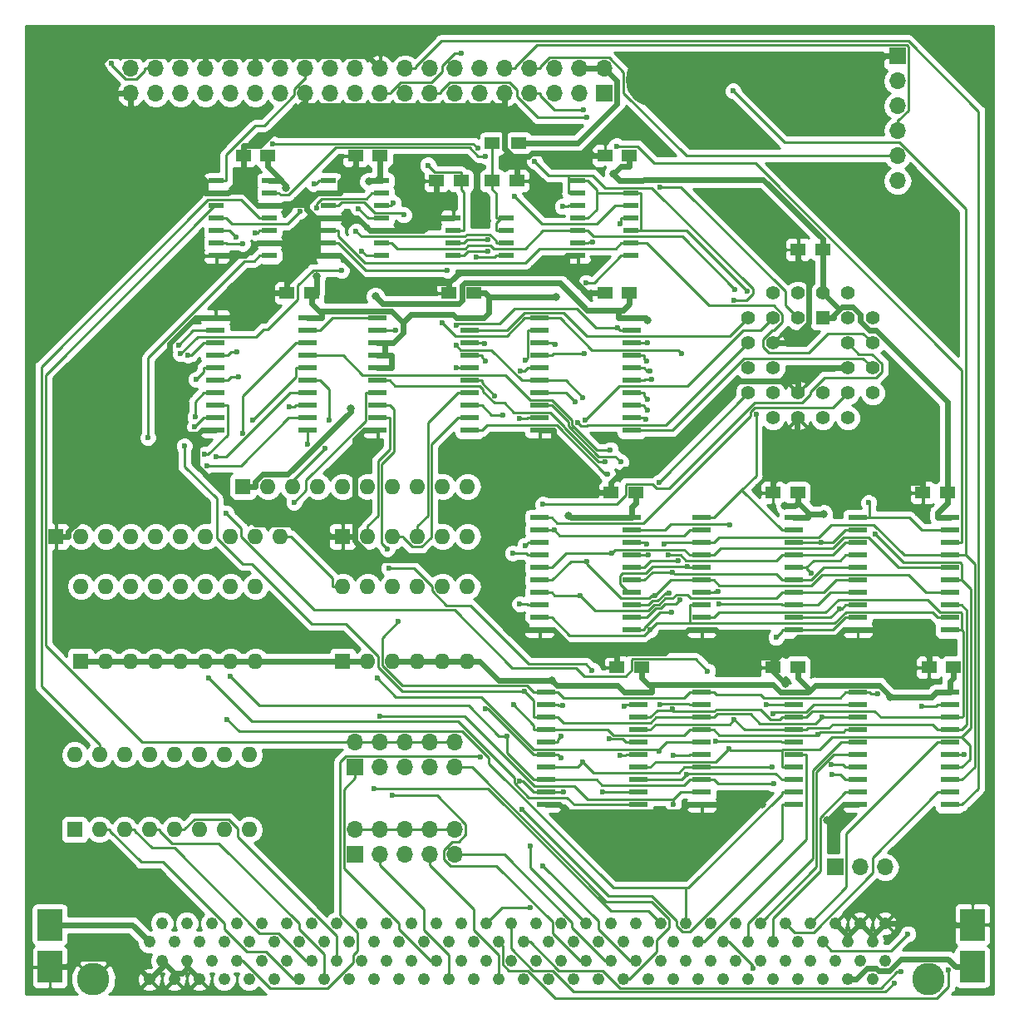
<source format=gbr>
G04 #@! TF.GenerationSoftware,KiCad,Pcbnew,(5.0.2)-1*
G04 #@! TF.CreationDate,2019-01-03T08:46:51-07:00*
G04 #@! TF.ProjectId,Pi Board,50692042-6f61-4726-942e-6b696361645f,rev?*
G04 #@! TF.SameCoordinates,Original*
G04 #@! TF.FileFunction,Copper,L1,Top*
G04 #@! TF.FilePolarity,Positive*
%FSLAX46Y46*%
G04 Gerber Fmt 4.6, Leading zero omitted, Abs format (unit mm)*
G04 Created by KiCad (PCBNEW (5.0.2)-1) date 1/3/2019 8:46:51 AM*
%MOMM*%
%LPD*%
G01*
G04 APERTURE LIST*
G04 #@! TA.AperFunction,ComponentPad*
%ADD10R,1.700000X1.700000*%
G04 #@! TD*
G04 #@! TA.AperFunction,ComponentPad*
%ADD11O,1.700000X1.700000*%
G04 #@! TD*
G04 #@! TA.AperFunction,ComponentPad*
%ADD12O,1.600000X1.600000*%
G04 #@! TD*
G04 #@! TA.AperFunction,ComponentPad*
%ADD13R,1.600000X1.600000*%
G04 #@! TD*
G04 #@! TA.AperFunction,SMDPad,CuDef*
%ADD14R,1.500000X1.250000*%
G04 #@! TD*
G04 #@! TA.AperFunction,SMDPad,CuDef*
%ADD15R,2.500000X3.200000*%
G04 #@! TD*
G04 #@! TA.AperFunction,SMDPad,CuDef*
%ADD16R,1.500000X0.600000*%
G04 #@! TD*
G04 #@! TA.AperFunction,SMDPad,CuDef*
%ADD17R,1.950000X0.600000*%
G04 #@! TD*
G04 #@! TA.AperFunction,SMDPad,CuDef*
%ADD18R,1.550000X0.600000*%
G04 #@! TD*
G04 #@! TA.AperFunction,ComponentPad*
%ADD19C,5.400000*%
G04 #@! TD*
G04 #@! TA.AperFunction,ComponentPad*
%ADD20C,0.800000*%
G04 #@! TD*
G04 #@! TA.AperFunction,SMDPad,CuDef*
%ADD21R,1.500000X1.300000*%
G04 #@! TD*
G04 #@! TA.AperFunction,ComponentPad*
%ADD22C,1.219200*%
G04 #@! TD*
G04 #@! TA.AperFunction,ComponentPad*
%ADD23C,3.314700*%
G04 #@! TD*
G04 #@! TA.AperFunction,ComponentPad*
%ADD24C,1.397000*%
G04 #@! TD*
G04 #@! TA.AperFunction,ComponentPad*
%ADD25R,1.397000X1.397000*%
G04 #@! TD*
G04 #@! TA.AperFunction,ViaPad*
%ADD26C,0.800000*%
G04 #@! TD*
G04 #@! TA.AperFunction,ViaPad*
%ADD27C,0.600000*%
G04 #@! TD*
G04 #@! TA.AperFunction,Conductor*
%ADD28C,0.600000*%
G04 #@! TD*
G04 #@! TA.AperFunction,Conductor*
%ADD29C,0.250000*%
G04 #@! TD*
G04 #@! TA.AperFunction,Conductor*
%ADD30C,0.254000*%
G04 #@! TD*
G04 APERTURE END LIST*
D10*
G04 #@! TO.P,J6,1*
G04 #@! TO.N,Net-(J6-Pad1)*
X163195000Y-40640000D03*
D11*
G04 #@! TO.P,J6,2*
G04 #@! TO.N,/PIPWR*
X163195000Y-38100000D03*
G04 #@! TO.P,J6,3*
G04 #@! TO.N,Net-(J6-Pad3)*
X160655000Y-40640000D03*
G04 #@! TO.P,J6,4*
G04 #@! TO.N,/PIPWR*
X160655000Y-38100000D03*
G04 #@! TO.P,J6,5*
G04 #@! TO.N,Net-(J6-Pad5)*
X158115000Y-40640000D03*
G04 #@! TO.P,J6,6*
G04 #@! TO.N,GND*
X158115000Y-38100000D03*
G04 #@! TO.P,J6,7*
G04 #@! TO.N,/~WR*
X155575000Y-40640000D03*
G04 #@! TO.P,J6,8*
G04 #@! TO.N,Net-(J5-Pad5)*
X155575000Y-38100000D03*
G04 #@! TO.P,J6,9*
G04 #@! TO.N,GND*
X153035000Y-40640000D03*
G04 #@! TO.P,J6,10*
G04 #@! TO.N,Net-(J5-Pad4)*
X153035000Y-38100000D03*
G04 #@! TO.P,J6,11*
G04 #@! TO.N,/AD1*
X150495000Y-40640000D03*
G04 #@! TO.P,J6,12*
G04 #@! TO.N,/AD2*
X150495000Y-38100000D03*
G04 #@! TO.P,J6,13*
G04 #@! TO.N,/pPI_REQ*
X147955000Y-40640000D03*
G04 #@! TO.P,J6,14*
G04 #@! TO.N,GND*
X147955000Y-38100000D03*
G04 #@! TO.P,J6,15*
G04 #@! TO.N,/AD6*
X145415000Y-40640000D03*
G04 #@! TO.P,J6,16*
G04 #@! TO.N,/AD7*
X145415000Y-38100000D03*
G04 #@! TO.P,J6,17*
G04 #@! TO.N,Net-(C6-Pad1)*
X142875000Y-40640000D03*
G04 #@! TO.P,J6,18*
G04 #@! TO.N,/ALE_X*
X142875000Y-38100000D03*
G04 #@! TO.P,J6,19*
G04 #@! TO.N,/CON_W*
X140335000Y-40640000D03*
G04 #@! TO.P,J6,20*
G04 #@! TO.N,GND*
X140335000Y-38100000D03*
G04 #@! TO.P,J6,21*
G04 #@! TO.N,/~pCON_SO*
X137795000Y-40640000D03*
G04 #@! TO.P,J6,22*
G04 #@! TO.N,/ALE_H*
X137795000Y-38100000D03*
G04 #@! TO.P,J6,23*
G04 #@! TO.N,/~CON_R*
X135255000Y-40640000D03*
G04 #@! TO.P,J6,24*
G04 #@! TO.N,/~HAK*
X135255000Y-38100000D03*
G04 #@! TO.P,J6,25*
G04 #@! TO.N,GND*
X132715000Y-40640000D03*
G04 #@! TO.P,J6,26*
G04 #@! TO.N,/~HRQ*
X132715000Y-38100000D03*
G04 #@! TO.P,J6,27*
G04 #@! TO.N,Net-(J6-Pad27)*
X130175000Y-40640000D03*
G04 #@! TO.P,J6,28*
G04 #@! TO.N,Net-(J6-Pad28)*
X130175000Y-38100000D03*
G04 #@! TO.P,J6,29*
G04 #@! TO.N,/~RD*
X127635000Y-40640000D03*
G04 #@! TO.P,J6,30*
G04 #@! TO.N,GND*
X127635000Y-38100000D03*
G04 #@! TO.P,J6,31*
G04 #@! TO.N,/IO~M*
X125095000Y-40640000D03*
G04 #@! TO.P,J6,32*
G04 #@! TO.N,/~pINT*
X125095000Y-38100000D03*
G04 #@! TO.P,J6,33*
G04 #@! TO.N,/~pRFSH*
X122555000Y-40640000D03*
G04 #@! TO.P,J6,34*
G04 #@! TO.N,GND*
X122555000Y-38100000D03*
G04 #@! TO.P,J6,35*
G04 #@! TO.N,/AD3*
X120015000Y-40640000D03*
G04 #@! TO.P,J6,36*
G04 #@! TO.N,/AD0*
X120015000Y-38100000D03*
G04 #@! TO.P,J6,37*
G04 #@! TO.N,/ALE_L*
X117475000Y-40640000D03*
G04 #@! TO.P,J6,38*
G04 #@! TO.N,/AD4*
X117475000Y-38100000D03*
G04 #@! TO.P,J6,39*
G04 #@! TO.N,GND*
X114935000Y-40640000D03*
G04 #@! TO.P,J6,40*
G04 #@! TO.N,/AD5*
X114935000Y-38100000D03*
G04 #@! TD*
G04 #@! TO.P,J4,10*
G04 #@! TO.N,/PU1*
X147955000Y-115570000D03*
G04 #@! TO.P,J4,9*
G04 #@! TO.N,/~HLDA*
X147955000Y-118110000D03*
G04 #@! TO.P,J4,8*
G04 #@! TO.N,/PU1*
X145415000Y-115570000D03*
G04 #@! TO.P,J4,7*
G04 #@! TO.N,/~DAK0*
X145415000Y-118110000D03*
G04 #@! TO.P,J4,6*
G04 #@! TO.N,/PU1*
X142875000Y-115570000D03*
G04 #@! TO.P,J4,5*
G04 #@! TO.N,/~DAK1*
X142875000Y-118110000D03*
G04 #@! TO.P,J4,4*
G04 #@! TO.N,/PU1*
X140335000Y-115570000D03*
G04 #@! TO.P,J4,3*
G04 #@! TO.N,/~DAK2*
X140335000Y-118110000D03*
G04 #@! TO.P,J4,2*
G04 #@! TO.N,/PU1*
X137795000Y-115570000D03*
D10*
G04 #@! TO.P,J4,1*
G04 #@! TO.N,/~DAK3*
X137795000Y-118110000D03*
G04 #@! TD*
D12*
G04 #@! TO.P,SW1,12*
G04 #@! TO.N,/PD1*
X136525000Y-90805000D03*
G04 #@! TO.P,SW1,6*
G04 #@! TO.N,+5V*
X149225000Y-98425000D03*
G04 #@! TO.P,SW1,11*
G04 #@! TO.N,Net-(RN1-Pad2)*
X139065000Y-90805000D03*
G04 #@! TO.P,SW1,5*
G04 #@! TO.N,+5V*
X146685000Y-98425000D03*
G04 #@! TO.P,SW1,10*
G04 #@! TO.N,Net-(RN1-Pad3)*
X141605000Y-90805000D03*
G04 #@! TO.P,SW1,4*
G04 #@! TO.N,+5V*
X144145000Y-98425000D03*
G04 #@! TO.P,SW1,9*
G04 #@! TO.N,Net-(RN1-Pad4)*
X144145000Y-90805000D03*
G04 #@! TO.P,SW1,3*
G04 #@! TO.N,+5V*
X141605000Y-98425000D03*
G04 #@! TO.P,SW1,8*
G04 #@! TO.N,Net-(RN1-Pad5)*
X146685000Y-90805000D03*
G04 #@! TO.P,SW1,2*
G04 #@! TO.N,+5V*
X139065000Y-98425000D03*
G04 #@! TO.P,SW1,7*
G04 #@! TO.N,Net-(RN1-Pad6)*
X149225000Y-90805000D03*
D13*
G04 #@! TO.P,SW1,1*
G04 #@! TO.N,+5V*
X136525000Y-98425000D03*
G04 #@! TD*
D12*
G04 #@! TO.P,SW2,16*
G04 #@! TO.N,Net-(RN3-Pad2)*
X109855000Y-90805000D03*
G04 #@! TO.P,SW2,8*
G04 #@! TO.N,+5V*
X127635000Y-98425000D03*
G04 #@! TO.P,SW2,15*
G04 #@! TO.N,Net-(RN3-Pad3)*
X112395000Y-90805000D03*
G04 #@! TO.P,SW2,7*
G04 #@! TO.N,+5V*
X125095000Y-98425000D03*
G04 #@! TO.P,SW2,14*
G04 #@! TO.N,Net-(RN3-Pad4)*
X114935000Y-90805000D03*
G04 #@! TO.P,SW2,6*
G04 #@! TO.N,+5V*
X122555000Y-98425000D03*
G04 #@! TO.P,SW2,13*
G04 #@! TO.N,Net-(RN3-Pad5)*
X117475000Y-90805000D03*
G04 #@! TO.P,SW2,5*
G04 #@! TO.N,+5V*
X120015000Y-98425000D03*
G04 #@! TO.P,SW2,12*
G04 #@! TO.N,Net-(RN3-Pad6)*
X120015000Y-90805000D03*
G04 #@! TO.P,SW2,4*
G04 #@! TO.N,+5V*
X117475000Y-98425000D03*
G04 #@! TO.P,SW2,11*
G04 #@! TO.N,Net-(RN3-Pad7)*
X122555000Y-90805000D03*
G04 #@! TO.P,SW2,3*
G04 #@! TO.N,+5V*
X114935000Y-98425000D03*
G04 #@! TO.P,SW2,10*
G04 #@! TO.N,Net-(RN3-Pad8)*
X125095000Y-90805000D03*
G04 #@! TO.P,SW2,2*
G04 #@! TO.N,+5V*
X112395000Y-98425000D03*
G04 #@! TO.P,SW2,9*
G04 #@! TO.N,Net-(RN3-Pad9)*
X127635000Y-90805000D03*
D13*
G04 #@! TO.P,SW2,1*
G04 #@! TO.N,+5V*
X109855000Y-98425000D03*
G04 #@! TD*
D14*
G04 #@! TO.P,C8,2*
G04 #@! TO.N,GND*
X196235000Y-99060000D03*
G04 #@! TO.P,C8,1*
G04 #@! TO.N,+5V*
X198735000Y-99060000D03*
G04 #@! TD*
G04 #@! TO.P,C12,1*
G04 #@! TO.N,+5V*
X133350000Y-60960000D03*
G04 #@! TO.P,C12,2*
G04 #@! TO.N,GND*
X130850000Y-60960000D03*
G04 #@! TD*
G04 #@! TO.P,C13,2*
G04 #@! TO.N,GND*
X126405000Y-46990000D03*
G04 #@! TO.P,C13,1*
G04 #@! TO.N,+5V*
X128905000Y-46990000D03*
G04 #@! TD*
G04 #@! TO.P,C14,1*
G04 #@! TO.N,+5V*
X185420000Y-56515000D03*
G04 #@! TO.P,C14,2*
G04 #@! TO.N,GND*
X182920000Y-56515000D03*
G04 #@! TD*
G04 #@! TO.P,C15,1*
G04 #@! TO.N,+5V*
X198120000Y-81280000D03*
G04 #@! TO.P,C15,2*
G04 #@! TO.N,GND*
X195620000Y-81280000D03*
G04 #@! TD*
G04 #@! TO.P,C16,1*
G04 #@! TO.N,+5V*
X149860000Y-60960000D03*
G04 #@! TO.P,C16,2*
G04 #@! TO.N,GND*
X147360000Y-60960000D03*
G04 #@! TD*
G04 #@! TO.P,C10,2*
G04 #@! TO.N,GND*
X164465000Y-99060000D03*
G04 #@! TO.P,C10,1*
G04 #@! TO.N,+5V*
X166965000Y-99060000D03*
G04 #@! TD*
G04 #@! TO.P,C9,1*
G04 #@! TO.N,+3V3*
X140315000Y-46990000D03*
G04 #@! TO.P,C9,2*
G04 #@! TO.N,GND*
X137815000Y-46990000D03*
G04 #@! TD*
G04 #@! TO.P,C7,2*
G04 #@! TO.N,GND*
X180360000Y-81280000D03*
G04 #@! TO.P,C7,1*
G04 #@! TO.N,+3V3*
X182860000Y-81280000D03*
G04 #@! TD*
G04 #@! TO.P,C1,1*
G04 #@! TO.N,Net-(C1-Pad1)*
X151765000Y-49530000D03*
G04 #@! TO.P,C1,2*
G04 #@! TO.N,GND*
X154265000Y-49530000D03*
G04 #@! TD*
G04 #@! TO.P,C6,2*
G04 #@! TO.N,GND*
X146070000Y-49530000D03*
G04 #@! TO.P,C6,1*
G04 #@! TO.N,Net-(C6-Pad1)*
X148570000Y-49530000D03*
G04 #@! TD*
G04 #@! TO.P,C5,1*
G04 #@! TO.N,+3V3*
X165735000Y-60960000D03*
G04 #@! TO.P,C5,2*
G04 #@! TO.N,GND*
X163235000Y-60960000D03*
G04 #@! TD*
G04 #@! TO.P,C11,2*
G04 #@! TO.N,GND*
X180380000Y-99060000D03*
G04 #@! TO.P,C11,1*
G04 #@! TO.N,+5V*
X182880000Y-99060000D03*
G04 #@! TD*
G04 #@! TO.P,C4,1*
G04 #@! TO.N,+5V*
X165735000Y-46990000D03*
G04 #@! TO.P,C4,2*
G04 #@! TO.N,GND*
X163235000Y-46990000D03*
G04 #@! TD*
G04 #@! TO.P,C17,2*
G04 #@! TO.N,GND*
X163850000Y-81280000D03*
G04 #@! TO.P,C17,1*
G04 #@! TO.N,+5V*
X166350000Y-81280000D03*
G04 #@! TD*
D15*
G04 #@! TO.P,C2,1*
G04 #@! TO.N,+5V*
X106680000Y-125240000D03*
G04 #@! TO.P,C2,2*
G04 #@! TO.N,GND*
X106680000Y-129540000D03*
G04 #@! TD*
G04 #@! TO.P,C3,2*
G04 #@! TO.N,GND*
X200660000Y-125240000D03*
G04 #@! TO.P,C3,1*
G04 #@! TO.N,+3V3*
X200660000Y-129540000D03*
G04 #@! TD*
D12*
G04 #@! TO.P,J2,16*
G04 #@! TO.N,Net-(J2-Pad16)*
X109220000Y-107950000D03*
G04 #@! TO.P,J2,8*
G04 #@! TO.N,/~IRQ7*
X127000000Y-115570000D03*
G04 #@! TO.P,J2,15*
G04 #@! TO.N,Net-(J2-Pad15)*
X111760000Y-107950000D03*
G04 #@! TO.P,J2,7*
G04 #@! TO.N,/~IRQ6*
X124460000Y-115570000D03*
G04 #@! TO.P,J2,14*
G04 #@! TO.N,Net-(J2-Pad14)*
X114300000Y-107950000D03*
G04 #@! TO.P,J2,6*
G04 #@! TO.N,/~IRQ5*
X121920000Y-115570000D03*
G04 #@! TO.P,J2,13*
G04 #@! TO.N,Net-(J2-Pad13)*
X116840000Y-107950000D03*
G04 #@! TO.P,J2,5*
G04 #@! TO.N,/~IRQ4*
X119380000Y-115570000D03*
G04 #@! TO.P,J2,12*
G04 #@! TO.N,Net-(J2-Pad12)*
X119380000Y-107950000D03*
G04 #@! TO.P,J2,4*
G04 #@! TO.N,/~IRQ3*
X116840000Y-115570000D03*
G04 #@! TO.P,J2,11*
G04 #@! TO.N,Net-(J2-Pad11)*
X121920000Y-107950000D03*
G04 #@! TO.P,J2,3*
G04 #@! TO.N,/~IRQ2*
X114300000Y-115570000D03*
G04 #@! TO.P,J2,10*
G04 #@! TO.N,Net-(J2-Pad10)*
X124460000Y-107950000D03*
G04 #@! TO.P,J2,2*
G04 #@! TO.N,/~IRQ1*
X111760000Y-115570000D03*
G04 #@! TO.P,J2,9*
G04 #@! TO.N,Net-(J2-Pad9)*
X127000000Y-107950000D03*
D13*
G04 #@! TO.P,J2,1*
G04 #@! TO.N,/~IRQ0*
X109220000Y-115570000D03*
G04 #@! TD*
D16*
G04 #@! TO.P,U1,14*
G04 #@! TO.N,+5V*
X129065000Y-49530000D03*
G04 #@! TO.P,U1,13*
G04 #@! TO.N,/~CON_SI*
X129065000Y-50800000D03*
G04 #@! TO.P,U1,12*
G04 #@! TO.N,GND*
X129065000Y-52070000D03*
G04 #@! TO.P,U1,11*
G04 #@! TO.N,Net-(J2-Pad15)*
X129065000Y-53340000D03*
G04 #@! TO.P,U1,10*
G04 #@! TO.N,/~pINT*
X129065000Y-54610000D03*
G04 #@! TO.P,U1,9*
G04 #@! TO.N,GND*
X129065000Y-55880000D03*
G04 #@! TO.P,U1,8*
G04 #@! TO.N,Net-(J2-Pad16)*
X129065000Y-57150000D03*
G04 #@! TO.P,U1,7*
G04 #@! TO.N,GND*
X123665000Y-57150000D03*
G04 #@! TO.P,U1,6*
G04 #@! TO.N,/~RFSH*
X123665000Y-55880000D03*
G04 #@! TO.P,U1,5*
G04 #@! TO.N,/~pRFSH*
X123665000Y-54610000D03*
G04 #@! TO.P,U1,4*
G04 #@! TO.N,/~HAK*
X123665000Y-53340000D03*
G04 #@! TO.P,U1,3*
G04 #@! TO.N,Net-(J3-Pad10)*
X123665000Y-52070000D03*
G04 #@! TO.P,U1,2*
G04 #@! TO.N,GND*
X123665000Y-50800000D03*
G04 #@! TO.P,U1,1*
G04 #@! TO.N,/~HRQ*
X123665000Y-49530000D03*
G04 #@! TD*
G04 #@! TO.P,U2,1*
G04 #@! TO.N,/~HAK*
X135095000Y-49530000D03*
G04 #@! TO.P,U2,2*
G04 #@! TO.N,GND*
X135095000Y-50800000D03*
G04 #@! TO.P,U2,3*
G04 #@! TO.N,/~MASTER*
X135095000Y-52070000D03*
G04 #@! TO.P,U2,4*
G04 #@! TO.N,GND*
X135095000Y-53340000D03*
G04 #@! TO.P,U2,5*
G04 #@! TO.N,/PI_REQ*
X135095000Y-54610000D03*
G04 #@! TO.P,U2,6*
G04 #@! TO.N,/pPI_REQ*
X135095000Y-55880000D03*
G04 #@! TO.P,U2,7*
G04 #@! TO.N,GND*
X135095000Y-57150000D03*
G04 #@! TO.P,U2,8*
G04 #@! TO.N,/~pCON_SO*
X140495000Y-57150000D03*
G04 #@! TO.P,U2,9*
G04 #@! TO.N,/~CON_SO*
X140495000Y-55880000D03*
G04 #@! TO.P,U2,10*
G04 #@! TO.N,GND*
X140495000Y-54610000D03*
G04 #@! TO.P,U2,11*
G04 #@! TO.N,/~HAK*
X140495000Y-53340000D03*
G04 #@! TO.P,U2,12*
G04 #@! TO.N,/PU1*
X140495000Y-52070000D03*
G04 #@! TO.P,U2,13*
G04 #@! TO.N,/~HRQ*
X140495000Y-50800000D03*
G04 #@! TO.P,U2,14*
G04 #@! TO.N,+3V3*
X140495000Y-49530000D03*
G04 #@! TD*
G04 #@! TO.P,U7,14*
G04 #@! TO.N,+5V*
X165895000Y-49530000D03*
G04 #@! TO.P,U7,13*
G04 #@! TO.N,/~STS_IOR*
X165895000Y-50800000D03*
G04 #@! TO.P,U7,12*
G04 #@! TO.N,/~pINT*
X165895000Y-52070000D03*
G04 #@! TO.P,U7,11*
G04 #@! TO.N,/D3*
X165895000Y-53340000D03*
G04 #@! TO.P,U7,10*
G04 #@! TO.N,/~STS_IOR*
X165895000Y-54610000D03*
G04 #@! TO.P,U7,9*
G04 #@! TO.N,/PI_REQ*
X165895000Y-55880000D03*
G04 #@! TO.P,U7,8*
G04 #@! TO.N,/D2*
X165895000Y-57150000D03*
G04 #@! TO.P,U7,7*
G04 #@! TO.N,GND*
X160495000Y-57150000D03*
G04 #@! TO.P,U7,6*
G04 #@! TO.N,/D1*
X160495000Y-55880000D03*
G04 #@! TO.P,U7,5*
G04 #@! TO.N,/~CON_SO*
X160495000Y-54610000D03*
G04 #@! TO.P,U7,4*
G04 #@! TO.N,/~STS_IOR*
X160495000Y-53340000D03*
G04 #@! TO.P,U7,3*
G04 #@! TO.N,/D0*
X160495000Y-52070000D03*
G04 #@! TO.P,U7,2*
G04 #@! TO.N,/~CON_SI*
X160495000Y-50800000D03*
G04 #@! TO.P,U7,1*
G04 #@! TO.N,/~STS_IOR*
X160495000Y-49530000D03*
G04 #@! TD*
D17*
G04 #@! TO.P,U4,20*
G04 #@! TO.N,+3V3*
X182500000Y-83820000D03*
G04 #@! TO.P,U4,19*
G04 #@! TO.N,/~RD*
X182500000Y-85090000D03*
G04 #@! TO.P,U4,18*
G04 #@! TO.N,/AD0*
X182500000Y-86360000D03*
G04 #@! TO.P,U4,17*
G04 #@! TO.N,/D4*
X182500000Y-87630000D03*
G04 #@! TO.P,U4,16*
G04 #@! TO.N,/AD1*
X182500000Y-88900000D03*
G04 #@! TO.P,U4,15*
G04 #@! TO.N,/D5*
X182500000Y-90170000D03*
G04 #@! TO.P,U4,14*
G04 #@! TO.N,/AD2*
X182500000Y-91440000D03*
G04 #@! TO.P,U4,13*
G04 #@! TO.N,/D6*
X182500000Y-92710000D03*
G04 #@! TO.P,U4,12*
G04 #@! TO.N,/AD3*
X182500000Y-93980000D03*
G04 #@! TO.P,U4,11*
G04 #@! TO.N,/D7*
X182500000Y-95250000D03*
G04 #@! TO.P,U4,10*
G04 #@! TO.N,GND*
X173100000Y-95250000D03*
G04 #@! TO.P,U4,9*
G04 #@! TO.N,/AD7*
X173100000Y-93980000D03*
G04 #@! TO.P,U4,8*
G04 #@! TO.N,/D3*
X173100000Y-92710000D03*
G04 #@! TO.P,U4,7*
G04 #@! TO.N,/AD6*
X173100000Y-91440000D03*
G04 #@! TO.P,U4,6*
G04 #@! TO.N,/D2*
X173100000Y-90170000D03*
G04 #@! TO.P,U4,5*
G04 #@! TO.N,/AD5*
X173100000Y-88900000D03*
G04 #@! TO.P,U4,4*
G04 #@! TO.N,/D1*
X173100000Y-87630000D03*
G04 #@! TO.P,U4,3*
G04 #@! TO.N,/AD4*
X173100000Y-86360000D03*
G04 #@! TO.P,U4,2*
G04 #@! TO.N,/D0*
X173100000Y-85090000D03*
G04 #@! TO.P,U4,1*
G04 #@! TO.N,/~RD*
X173100000Y-83820000D03*
G04 #@! TD*
G04 #@! TO.P,U5,1*
G04 #@! TO.N,/~CON_IOR*
X156590000Y-83820000D03*
G04 #@! TO.P,U5,2*
G04 #@! TO.N,/D0*
X156590000Y-85090000D03*
G04 #@! TO.P,U5,3*
G04 #@! TO.N,/AD0*
X156590000Y-86360000D03*
G04 #@! TO.P,U5,4*
G04 #@! TO.N,/AD1*
X156590000Y-87630000D03*
G04 #@! TO.P,U5,5*
G04 #@! TO.N,/D1*
X156590000Y-88900000D03*
G04 #@! TO.P,U5,6*
G04 #@! TO.N,/D2*
X156590000Y-90170000D03*
G04 #@! TO.P,U5,7*
G04 #@! TO.N,/AD2*
X156590000Y-91440000D03*
G04 #@! TO.P,U5,8*
G04 #@! TO.N,/AD3*
X156590000Y-92710000D03*
G04 #@! TO.P,U5,9*
G04 #@! TO.N,/D3*
X156590000Y-93980000D03*
G04 #@! TO.P,U5,10*
G04 #@! TO.N,GND*
X156590000Y-95250000D03*
G04 #@! TO.P,U5,11*
G04 #@! TO.N,/CON_W*
X165990000Y-95250000D03*
G04 #@! TO.P,U5,12*
G04 #@! TO.N,/D4*
X165990000Y-93980000D03*
G04 #@! TO.P,U5,13*
G04 #@! TO.N,/AD4*
X165990000Y-92710000D03*
G04 #@! TO.P,U5,14*
G04 #@! TO.N,/AD5*
X165990000Y-91440000D03*
G04 #@! TO.P,U5,15*
G04 #@! TO.N,/D5*
X165990000Y-90170000D03*
G04 #@! TO.P,U5,16*
G04 #@! TO.N,/D6*
X165990000Y-88900000D03*
G04 #@! TO.P,U5,17*
G04 #@! TO.N,/AD6*
X165990000Y-87630000D03*
G04 #@! TO.P,U5,18*
G04 #@! TO.N,/AD7*
X165990000Y-86360000D03*
G04 #@! TO.P,U5,19*
G04 #@! TO.N,/D7*
X165990000Y-85090000D03*
G04 #@! TO.P,U5,20*
G04 #@! TO.N,+5V*
X165990000Y-83820000D03*
G04 #@! TD*
G04 #@! TO.P,U6,20*
G04 #@! TO.N,+3V3*
X165990000Y-63500000D03*
G04 #@! TO.P,U6,19*
G04 #@! TO.N,/AD7*
X165990000Y-64770000D03*
G04 #@! TO.P,U6,18*
G04 #@! TO.N,/D7*
X165990000Y-66040000D03*
G04 #@! TO.P,U6,17*
G04 #@! TO.N,/D6*
X165990000Y-67310000D03*
G04 #@! TO.P,U6,16*
G04 #@! TO.N,/AD6*
X165990000Y-68580000D03*
G04 #@! TO.P,U6,15*
G04 #@! TO.N,/AD5*
X165990000Y-69850000D03*
G04 #@! TO.P,U6,14*
G04 #@! TO.N,/D5*
X165990000Y-71120000D03*
G04 #@! TO.P,U6,13*
G04 #@! TO.N,/D4*
X165990000Y-72390000D03*
G04 #@! TO.P,U6,12*
G04 #@! TO.N,/AD4*
X165990000Y-73660000D03*
G04 #@! TO.P,U6,11*
G04 #@! TO.N,/CON_IOW*
X165990000Y-74930000D03*
G04 #@! TO.P,U6,10*
G04 #@! TO.N,GND*
X156590000Y-74930000D03*
G04 #@! TO.P,U6,9*
G04 #@! TO.N,/AD3*
X156590000Y-73660000D03*
G04 #@! TO.P,U6,8*
G04 #@! TO.N,/D3*
X156590000Y-72390000D03*
G04 #@! TO.P,U6,7*
G04 #@! TO.N,/D2*
X156590000Y-71120000D03*
G04 #@! TO.P,U6,6*
G04 #@! TO.N,/AD2*
X156590000Y-69850000D03*
G04 #@! TO.P,U6,5*
G04 #@! TO.N,/AD1*
X156590000Y-68580000D03*
G04 #@! TO.P,U6,4*
G04 #@! TO.N,/D1*
X156590000Y-67310000D03*
G04 #@! TO.P,U6,3*
G04 #@! TO.N,/D0*
X156590000Y-66040000D03*
G04 #@! TO.P,U6,2*
G04 #@! TO.N,/AD0*
X156590000Y-64770000D03*
G04 #@! TO.P,U6,1*
G04 #@! TO.N,/~CON_R*
X156590000Y-63500000D03*
G04 #@! TD*
G04 #@! TO.P,U3,1*
G04 #@! TO.N,/~WR*
X188975000Y-83820000D03*
G04 #@! TO.P,U3,2*
G04 #@! TO.N,/AD0*
X188975000Y-85090000D03*
G04 #@! TO.P,U3,3*
G04 #@! TO.N,/D4*
X188975000Y-86360000D03*
G04 #@! TO.P,U3,4*
G04 #@! TO.N,/AD1*
X188975000Y-87630000D03*
G04 #@! TO.P,U3,5*
G04 #@! TO.N,/D5*
X188975000Y-88900000D03*
G04 #@! TO.P,U3,6*
G04 #@! TO.N,/AD2*
X188975000Y-90170000D03*
G04 #@! TO.P,U3,7*
G04 #@! TO.N,/D6*
X188975000Y-91440000D03*
G04 #@! TO.P,U3,8*
G04 #@! TO.N,/AD3*
X188975000Y-92710000D03*
G04 #@! TO.P,U3,9*
G04 #@! TO.N,/D7*
X188975000Y-93980000D03*
G04 #@! TO.P,U3,10*
G04 #@! TO.N,GND*
X188975000Y-95250000D03*
G04 #@! TO.P,U3,11*
G04 #@! TO.N,/AD7*
X198375000Y-95250000D03*
G04 #@! TO.P,U3,12*
G04 #@! TO.N,/D3*
X198375000Y-93980000D03*
G04 #@! TO.P,U3,13*
G04 #@! TO.N,/AD6*
X198375000Y-92710000D03*
G04 #@! TO.P,U3,14*
G04 #@! TO.N,/D2*
X198375000Y-91440000D03*
G04 #@! TO.P,U3,15*
G04 #@! TO.N,/AD5*
X198375000Y-90170000D03*
G04 #@! TO.P,U3,16*
G04 #@! TO.N,/D1*
X198375000Y-88900000D03*
G04 #@! TO.P,U3,17*
G04 #@! TO.N,/AD4*
X198375000Y-87630000D03*
G04 #@! TO.P,U3,18*
G04 #@! TO.N,/D0*
X198375000Y-86360000D03*
G04 #@! TO.P,U3,19*
G04 #@! TO.N,/~WR*
X198375000Y-85090000D03*
G04 #@! TO.P,U3,20*
G04 #@! TO.N,+5V*
X198375000Y-83820000D03*
G04 #@! TD*
G04 #@! TO.P,U8,20*
G04 #@! TO.N,+5V*
X166625000Y-101600000D03*
G04 #@! TO.P,U8,19*
G04 #@! TO.N,/A7*
X166625000Y-102870000D03*
G04 #@! TO.P,U8,18*
G04 #@! TO.N,/AD7*
X166625000Y-104140000D03*
G04 #@! TO.P,U8,17*
G04 #@! TO.N,/AD6*
X166625000Y-105410000D03*
G04 #@! TO.P,U8,16*
G04 #@! TO.N,/A6*
X166625000Y-106680000D03*
G04 #@! TO.P,U8,15*
G04 #@! TO.N,/A5*
X166625000Y-107950000D03*
G04 #@! TO.P,U8,14*
G04 #@! TO.N,/AD5*
X166625000Y-109220000D03*
G04 #@! TO.P,U8,13*
G04 #@! TO.N,/AD4*
X166625000Y-110490000D03*
G04 #@! TO.P,U8,12*
G04 #@! TO.N,/A4*
X166625000Y-111760000D03*
G04 #@! TO.P,U8,11*
G04 #@! TO.N,/ALE_L*
X166625000Y-113030000D03*
G04 #@! TO.P,U8,10*
G04 #@! TO.N,GND*
X157225000Y-113030000D03*
G04 #@! TO.P,U8,9*
G04 #@! TO.N,/A3*
X157225000Y-111760000D03*
G04 #@! TO.P,U8,8*
G04 #@! TO.N,/AD3*
X157225000Y-110490000D03*
G04 #@! TO.P,U8,7*
G04 #@! TO.N,/AD2*
X157225000Y-109220000D03*
G04 #@! TO.P,U8,6*
G04 #@! TO.N,/A2*
X157225000Y-107950000D03*
G04 #@! TO.P,U8,5*
G04 #@! TO.N,/A1*
X157225000Y-106680000D03*
G04 #@! TO.P,U8,4*
G04 #@! TO.N,/AD1*
X157225000Y-105410000D03*
G04 #@! TO.P,U8,3*
G04 #@! TO.N,/AD0*
X157225000Y-104140000D03*
G04 #@! TO.P,U8,2*
G04 #@! TO.N,/A0*
X157225000Y-102870000D03*
G04 #@! TO.P,U8,1*
G04 #@! TO.N,/~HAK*
X157225000Y-101600000D03*
G04 #@! TD*
G04 #@! TO.P,U9,1*
G04 #@! TO.N,/~HAK*
X173100000Y-101600000D03*
G04 #@! TO.P,U9,2*
G04 #@! TO.N,/A8*
X173100000Y-102870000D03*
G04 #@! TO.P,U9,3*
G04 #@! TO.N,/AD0*
X173100000Y-104140000D03*
G04 #@! TO.P,U9,4*
G04 #@! TO.N,/AD1*
X173100000Y-105410000D03*
G04 #@! TO.P,U9,5*
G04 #@! TO.N,/A9*
X173100000Y-106680000D03*
G04 #@! TO.P,U9,6*
G04 #@! TO.N,/A10*
X173100000Y-107950000D03*
G04 #@! TO.P,U9,7*
G04 #@! TO.N,/AD2*
X173100000Y-109220000D03*
G04 #@! TO.P,U9,8*
G04 #@! TO.N,/AD3*
X173100000Y-110490000D03*
G04 #@! TO.P,U9,9*
G04 #@! TO.N,/A11*
X173100000Y-111760000D03*
G04 #@! TO.P,U9,10*
G04 #@! TO.N,GND*
X173100000Y-113030000D03*
G04 #@! TO.P,U9,11*
G04 #@! TO.N,/ALE_H*
X182500000Y-113030000D03*
G04 #@! TO.P,U9,12*
G04 #@! TO.N,/A12*
X182500000Y-111760000D03*
G04 #@! TO.P,U9,13*
G04 #@! TO.N,/AD4*
X182500000Y-110490000D03*
G04 #@! TO.P,U9,14*
G04 #@! TO.N,/AD5*
X182500000Y-109220000D03*
G04 #@! TO.P,U9,15*
G04 #@! TO.N,/A13*
X182500000Y-107950000D03*
G04 #@! TO.P,U9,16*
G04 #@! TO.N,/A14*
X182500000Y-106680000D03*
G04 #@! TO.P,U9,17*
G04 #@! TO.N,/AD6*
X182500000Y-105410000D03*
G04 #@! TO.P,U9,18*
G04 #@! TO.N,/AD7*
X182500000Y-104140000D03*
G04 #@! TO.P,U9,19*
G04 #@! TO.N,/A15*
X182500000Y-102870000D03*
G04 #@! TO.P,U9,20*
G04 #@! TO.N,+5V*
X182500000Y-101600000D03*
G04 #@! TD*
G04 #@! TO.P,U10,1*
G04 #@! TO.N,/~HAK*
X188975000Y-101600000D03*
G04 #@! TO.P,U10,2*
G04 #@! TO.N,/A16*
X188975000Y-102870000D03*
G04 #@! TO.P,U10,3*
G04 #@! TO.N,/AD0*
X188975000Y-104140000D03*
G04 #@! TO.P,U10,4*
G04 #@! TO.N,/AD1*
X188975000Y-105410000D03*
G04 #@! TO.P,U10,5*
G04 #@! TO.N,/A17*
X188975000Y-106680000D03*
G04 #@! TO.P,U10,6*
G04 #@! TO.N,/A18*
X188975000Y-107950000D03*
G04 #@! TO.P,U10,7*
G04 #@! TO.N,/AD2*
X188975000Y-109220000D03*
G04 #@! TO.P,U10,8*
G04 #@! TO.N,/AD3*
X188975000Y-110490000D03*
G04 #@! TO.P,U10,9*
G04 #@! TO.N,/A19*
X188975000Y-111760000D03*
G04 #@! TO.P,U10,10*
G04 #@! TO.N,GND*
X188975000Y-113030000D03*
G04 #@! TO.P,U10,11*
G04 #@! TO.N,/ALE_X*
X198375000Y-113030000D03*
G04 #@! TO.P,U10,12*
G04 #@! TO.N,/A20*
X198375000Y-111760000D03*
G04 #@! TO.P,U10,13*
G04 #@! TO.N,/AD4*
X198375000Y-110490000D03*
G04 #@! TO.P,U10,14*
G04 #@! TO.N,/AD5*
X198375000Y-109220000D03*
G04 #@! TO.P,U10,15*
G04 #@! TO.N,/A21*
X198375000Y-107950000D03*
G04 #@! TO.P,U10,16*
G04 #@! TO.N,/A22*
X198375000Y-106680000D03*
G04 #@! TO.P,U10,17*
G04 #@! TO.N,/AD6*
X198375000Y-105410000D03*
G04 #@! TO.P,U10,18*
G04 #@! TO.N,/AD7*
X198375000Y-104140000D03*
G04 #@! TO.P,U10,19*
G04 #@! TO.N,/A23*
X198375000Y-102870000D03*
G04 #@! TO.P,U10,20*
G04 #@! TO.N,+5V*
X198375000Y-101600000D03*
G04 #@! TD*
G04 #@! TO.P,U12,1*
G04 #@! TO.N,Net-(U12-Pad1)*
X140080000Y-63500000D03*
G04 #@! TO.P,U12,2*
G04 #@! TO.N,/~AEN*
X140080000Y-64770000D03*
G04 #@! TO.P,U12,3*
G04 #@! TO.N,+5V*
X140080000Y-66040000D03*
G04 #@! TO.P,U12,4*
X140080000Y-67310000D03*
G04 #@! TO.P,U12,5*
X140080000Y-68580000D03*
G04 #@! TO.P,U12,6*
G04 #@! TO.N,/A7*
X140080000Y-69850000D03*
G04 #@! TO.P,U12,7*
G04 #@! TO.N,/PD1*
X140080000Y-71120000D03*
G04 #@! TO.P,U12,8*
G04 #@! TO.N,/A6*
X140080000Y-72390000D03*
G04 #@! TO.P,U12,9*
G04 #@! TO.N,Net-(RN1-Pad2)*
X140080000Y-73660000D03*
G04 #@! TO.P,U12,10*
G04 #@! TO.N,GND*
X140080000Y-74930000D03*
G04 #@! TO.P,U12,11*
G04 #@! TO.N,/A5*
X149480000Y-74930000D03*
G04 #@! TO.P,U12,12*
G04 #@! TO.N,Net-(RN1-Pad3)*
X149480000Y-73660000D03*
G04 #@! TO.P,U12,13*
G04 #@! TO.N,/A4*
X149480000Y-72390000D03*
G04 #@! TO.P,U12,14*
G04 #@! TO.N,Net-(RN1-Pad4)*
X149480000Y-71120000D03*
G04 #@! TO.P,U12,15*
G04 #@! TO.N,/A3*
X149480000Y-69850000D03*
G04 #@! TO.P,U12,16*
G04 #@! TO.N,Net-(RN1-Pad5)*
X149480000Y-68580000D03*
G04 #@! TO.P,U12,17*
G04 #@! TO.N,/A2*
X149480000Y-67310000D03*
G04 #@! TO.P,U12,18*
G04 #@! TO.N,Net-(RN1-Pad6)*
X149480000Y-66040000D03*
G04 #@! TO.P,U12,19*
G04 #@! TO.N,Net-(U12-Pad19)*
X149480000Y-64770000D03*
G04 #@! TO.P,U12,20*
G04 #@! TO.N,+5V*
X149480000Y-63500000D03*
G04 #@! TD*
G04 #@! TO.P,U13,20*
G04 #@! TO.N,+5V*
X132970000Y-63500000D03*
G04 #@! TO.P,U13,19*
G04 #@! TO.N,Net-(U12-Pad1)*
X132970000Y-64770000D03*
G04 #@! TO.P,U13,18*
G04 #@! TO.N,Net-(RN3-Pad9)*
X132970000Y-66040000D03*
G04 #@! TO.P,U13,17*
G04 #@! TO.N,/A8*
X132970000Y-67310000D03*
G04 #@! TO.P,U13,16*
G04 #@! TO.N,Net-(RN3-Pad8)*
X132970000Y-68580000D03*
G04 #@! TO.P,U13,15*
G04 #@! TO.N,/A9*
X132970000Y-69850000D03*
G04 #@! TO.P,U13,14*
G04 #@! TO.N,Net-(RN3-Pad7)*
X132970000Y-71120000D03*
G04 #@! TO.P,U13,13*
G04 #@! TO.N,/A10*
X132970000Y-72390000D03*
G04 #@! TO.P,U13,12*
G04 #@! TO.N,Net-(RN3-Pad6)*
X132970000Y-73660000D03*
G04 #@! TO.P,U13,11*
G04 #@! TO.N,/A11*
X132970000Y-74930000D03*
G04 #@! TO.P,U13,10*
G04 #@! TO.N,GND*
X123570000Y-74930000D03*
G04 #@! TO.P,U13,9*
G04 #@! TO.N,Net-(RN3-Pad5)*
X123570000Y-73660000D03*
G04 #@! TO.P,U13,8*
G04 #@! TO.N,/A12*
X123570000Y-72390000D03*
G04 #@! TO.P,U13,7*
G04 #@! TO.N,Net-(RN3-Pad4)*
X123570000Y-71120000D03*
G04 #@! TO.P,U13,6*
G04 #@! TO.N,/A13*
X123570000Y-69850000D03*
G04 #@! TO.P,U13,5*
G04 #@! TO.N,Net-(RN3-Pad3)*
X123570000Y-68580000D03*
G04 #@! TO.P,U13,4*
G04 #@! TO.N,/A14*
X123570000Y-67310000D03*
G04 #@! TO.P,U13,3*
G04 #@! TO.N,Net-(RN3-Pad2)*
X123570000Y-66040000D03*
G04 #@! TO.P,U13,2*
G04 #@! TO.N,/A15*
X123570000Y-64770000D03*
G04 #@! TO.P,U13,1*
G04 #@! TO.N,GND*
X123570000Y-63500000D03*
G04 #@! TD*
D18*
G04 #@! TO.P,U11,8*
G04 #@! TO.N,Net-(C1-Pad1)*
X153195000Y-53340000D03*
G04 #@! TO.P,U11,7*
X153195000Y-54610000D03*
G04 #@! TO.P,U11,6*
G04 #@! TO.N,/SCL*
X153195000Y-55880000D03*
G04 #@! TO.P,U11,5*
G04 #@! TO.N,/SDA*
X153195000Y-57150000D03*
G04 #@! TO.P,U11,4*
G04 #@! TO.N,Net-(J6-Pad3)*
X147795000Y-57150000D03*
G04 #@! TO.P,U11,3*
G04 #@! TO.N,Net-(J6-Pad5)*
X147795000Y-55880000D03*
G04 #@! TO.P,U11,2*
G04 #@! TO.N,Net-(C6-Pad1)*
X147795000Y-54610000D03*
G04 #@! TO.P,U11,1*
G04 #@! TO.N,GND*
X147795000Y-53340000D03*
G04 #@! TD*
D19*
G04 #@! TO.P,J8,1*
G04 #@! TO.N,GND*
X110099000Y-39293800D03*
D20*
X110099000Y-37268800D03*
X111530891Y-37861909D03*
X112124000Y-39293800D03*
X111530891Y-40725691D03*
X110099000Y-41318800D03*
X108667109Y-40725691D03*
X108074000Y-39293800D03*
X108667109Y-37861909D03*
G04 #@! TD*
G04 #@! TO.P,J9,1*
G04 #@! TO.N,GND*
X166667109Y-37861909D03*
X166074000Y-39293800D03*
X166667109Y-40725691D03*
X168099000Y-41318800D03*
X169530891Y-40725691D03*
X170124000Y-39293800D03*
X169530891Y-37861909D03*
X168099000Y-37268800D03*
D19*
X168099000Y-39293800D03*
G04 #@! TD*
D11*
G04 #@! TO.P,J5,6*
G04 #@! TO.N,Net-(J5-Pad6)*
X193040000Y-49530000D03*
G04 #@! TO.P,J5,5*
G04 #@! TO.N,Net-(J5-Pad5)*
X193040000Y-46990000D03*
G04 #@! TO.P,J5,4*
G04 #@! TO.N,Net-(J5-Pad4)*
X193040000Y-44450000D03*
G04 #@! TO.P,J5,3*
G04 #@! TO.N,Net-(J5-Pad3)*
X193040000Y-41910000D03*
G04 #@! TO.P,J5,2*
G04 #@! TO.N,Net-(J5-Pad2)*
X193040000Y-39370000D03*
D10*
G04 #@! TO.P,J5,1*
G04 #@! TO.N,GND*
X193040000Y-36830000D03*
G04 #@! TD*
D11*
G04 #@! TO.P,J7,3*
G04 #@! TO.N,+5V*
X191770000Y-119380000D03*
G04 #@! TO.P,J7,2*
G04 #@! TO.N,/PIPWR*
X189230000Y-119380000D03*
D10*
G04 #@! TO.P,J7,1*
G04 #@! TO.N,/+5VSB*
X186690000Y-119380000D03*
G04 #@! TD*
D11*
G04 #@! TO.P,J3,10*
G04 #@! TO.N,Net-(J3-Pad10)*
X147955000Y-106680000D03*
G04 #@! TO.P,J3,9*
G04 #@! TO.N,/~HOLD*
X147955000Y-109220000D03*
G04 #@! TO.P,J3,8*
G04 #@! TO.N,Net-(J3-Pad10)*
X145415000Y-106680000D03*
G04 #@! TO.P,J3,7*
G04 #@! TO.N,/~DRQ0*
X145415000Y-109220000D03*
G04 #@! TO.P,J3,6*
G04 #@! TO.N,Net-(J3-Pad10)*
X142875000Y-106680000D03*
G04 #@! TO.P,J3,5*
G04 #@! TO.N,/~DRQ1*
X142875000Y-109220000D03*
G04 #@! TO.P,J3,4*
G04 #@! TO.N,Net-(J3-Pad10)*
X140335000Y-106680000D03*
G04 #@! TO.P,J3,3*
G04 #@! TO.N,/~DRQ2*
X140335000Y-109220000D03*
G04 #@! TO.P,J3,2*
G04 #@! TO.N,Net-(J3-Pad10)*
X137795000Y-106680000D03*
D10*
G04 #@! TO.P,J3,1*
G04 #@! TO.N,/~DRQ3*
X137795000Y-109220000D03*
G04 #@! TD*
D21*
G04 #@! TO.P,R1,2*
G04 #@! TO.N,/PIPWR*
X154465000Y-45720000D03*
G04 #@! TO.P,R1,1*
G04 #@! TO.N,Net-(C1-Pad1)*
X151765000Y-45720000D03*
G04 #@! TD*
D13*
G04 #@! TO.P,RN2,1*
G04 #@! TO.N,+3V3*
X126365000Y-80645000D03*
D12*
G04 #@! TO.P,RN2,2*
G04 #@! TO.N,/~pRFSH*
X128905000Y-80645000D03*
G04 #@! TO.P,RN2,3*
G04 #@! TO.N,/~HRQ*
X131445000Y-80645000D03*
G04 #@! TO.P,RN2,4*
G04 #@! TO.N,/~pINT*
X133985000Y-80645000D03*
G04 #@! TO.P,RN2,5*
G04 #@! TO.N,/~RD*
X136525000Y-80645000D03*
G04 #@! TO.P,RN2,6*
G04 #@! TO.N,/PU1*
X139065000Y-80645000D03*
G04 #@! TO.P,RN2,7*
G04 #@! TO.N,/~HAK*
X141605000Y-80645000D03*
G04 #@! TO.P,RN2,8*
G04 #@! TO.N,Net-(RN2-Pad8)*
X144145000Y-80645000D03*
G04 #@! TO.P,RN2,9*
G04 #@! TO.N,/~CON_R*
X146685000Y-80645000D03*
G04 #@! TO.P,RN2,10*
G04 #@! TO.N,/~WR*
X149225000Y-80645000D03*
G04 #@! TD*
G04 #@! TO.P,RN3,10*
G04 #@! TO.N,/PD1*
X130175000Y-85725000D03*
G04 #@! TO.P,RN3,9*
G04 #@! TO.N,Net-(RN3-Pad9)*
X127635000Y-85725000D03*
G04 #@! TO.P,RN3,8*
G04 #@! TO.N,Net-(RN3-Pad8)*
X125095000Y-85725000D03*
G04 #@! TO.P,RN3,7*
G04 #@! TO.N,Net-(RN3-Pad7)*
X122555000Y-85725000D03*
G04 #@! TO.P,RN3,6*
G04 #@! TO.N,Net-(RN3-Pad6)*
X120015000Y-85725000D03*
G04 #@! TO.P,RN3,5*
G04 #@! TO.N,Net-(RN3-Pad5)*
X117475000Y-85725000D03*
G04 #@! TO.P,RN3,4*
G04 #@! TO.N,Net-(RN3-Pad4)*
X114935000Y-85725000D03*
G04 #@! TO.P,RN3,3*
G04 #@! TO.N,Net-(RN3-Pad3)*
X112395000Y-85725000D03*
G04 #@! TO.P,RN3,2*
G04 #@! TO.N,Net-(RN3-Pad2)*
X109855000Y-85725000D03*
D13*
G04 #@! TO.P,RN3,1*
G04 #@! TO.N,GND*
X107315000Y-85725000D03*
G04 #@! TD*
D12*
G04 #@! TO.P,RN1,6*
G04 #@! TO.N,Net-(RN1-Pad6)*
X149225000Y-85725000D03*
G04 #@! TO.P,RN1,5*
G04 #@! TO.N,Net-(RN1-Pad5)*
X146685000Y-85725000D03*
G04 #@! TO.P,RN1,4*
G04 #@! TO.N,Net-(RN1-Pad4)*
X144145000Y-85725000D03*
G04 #@! TO.P,RN1,3*
G04 #@! TO.N,Net-(RN1-Pad3)*
X141605000Y-85725000D03*
G04 #@! TO.P,RN1,2*
G04 #@! TO.N,Net-(RN1-Pad2)*
X139065000Y-85725000D03*
D13*
G04 #@! TO.P,RN1,1*
G04 #@! TO.N,GND*
X136525000Y-85725000D03*
G04 #@! TD*
D22*
G04 #@! TO.P,J1,1*
G04 #@! TO.N,GND*
X191770000Y-125095000D03*
G04 #@! TO.P,J1,2*
X190500000Y-127000000D03*
G04 #@! TO.P,J1,3*
X189230000Y-125095000D03*
G04 #@! TO.P,J1,4*
X187960000Y-127000000D03*
G04 #@! TO.P,J1,5*
X186690000Y-125095000D03*
G04 #@! TO.P,J1,6*
G04 #@! TO.N,/A23*
X185420000Y-127000000D03*
G04 #@! TO.P,J1,7*
G04 #@! TO.N,/A22*
X184150000Y-125095000D03*
G04 #@! TO.P,J1,8*
G04 #@! TO.N,/A21*
X182880000Y-127000000D03*
G04 #@! TO.P,J1,9*
G04 #@! TO.N,/A20*
X181610000Y-125095000D03*
G04 #@! TO.P,J1,10*
G04 #@! TO.N,/A19*
X180340000Y-127000000D03*
G04 #@! TO.P,J1,11*
G04 #@! TO.N,/A18*
X179070000Y-125095000D03*
G04 #@! TO.P,J1,12*
G04 #@! TO.N,/A17*
X177800000Y-127000000D03*
G04 #@! TO.P,J1,13*
G04 #@! TO.N,/A16*
X176530000Y-125095000D03*
G04 #@! TO.P,J1,14*
G04 #@! TO.N,/A15*
X175260000Y-127000000D03*
G04 #@! TO.P,J1,15*
G04 #@! TO.N,/A14*
X173990000Y-125095000D03*
G04 #@! TO.P,J1,16*
G04 #@! TO.N,/A13*
X172720000Y-127000000D03*
G04 #@! TO.P,J1,17*
G04 #@! TO.N,/A12*
X171450000Y-125095000D03*
G04 #@! TO.P,J1,18*
G04 #@! TO.N,/A11*
X170180000Y-127000000D03*
G04 #@! TO.P,J1,19*
G04 #@! TO.N,/A10*
X168910000Y-125095000D03*
G04 #@! TO.P,J1,20*
G04 #@! TO.N,/A9*
X167640000Y-127000000D03*
G04 #@! TO.P,J1,21*
G04 #@! TO.N,/A8*
X166370000Y-125095000D03*
G04 #@! TO.P,J1,22*
G04 #@! TO.N,/A7*
X165100000Y-127000000D03*
G04 #@! TO.P,J1,23*
G04 #@! TO.N,/A6*
X163830000Y-125095000D03*
G04 #@! TO.P,J1,24*
G04 #@! TO.N,/A5*
X162560000Y-127000000D03*
G04 #@! TO.P,J1,25*
G04 #@! TO.N,/A4*
X161290000Y-125095000D03*
G04 #@! TO.P,J1,26*
G04 #@! TO.N,/A3*
X160020000Y-127000000D03*
G04 #@! TO.P,J1,27*
G04 #@! TO.N,/A2*
X158750000Y-125095000D03*
G04 #@! TO.P,J1,28*
G04 #@! TO.N,/A1*
X157480000Y-127000000D03*
G04 #@! TO.P,J1,29*
G04 #@! TO.N,/A0*
X156210000Y-125095000D03*
G04 #@! TO.P,J1,30*
G04 #@! TO.N,/~IOR*
X154940000Y-127000000D03*
G04 #@! TO.P,J1,31*
G04 #@! TO.N,/~IOW*
X153670000Y-125095000D03*
G04 #@! TO.P,J1,32*
G04 #@! TO.N,/~MEMR*
X152400000Y-127000000D03*
G04 #@! TO.P,J1,33*
G04 #@! TO.N,/~MEMW*
X151130000Y-125095000D03*
G04 #@! TO.P,J1,34*
G04 #@! TO.N,Net-(J1-Pad34)*
X149860000Y-127000000D03*
G04 #@! TO.P,J1,35*
G04 #@! TO.N,Net-(J1-Pad35)*
X148590000Y-125095000D03*
G04 #@! TO.P,J1,36*
G04 #@! TO.N,Net-(J1-Pad36)*
X147320000Y-127000000D03*
G04 #@! TO.P,J1,37*
G04 #@! TO.N,Net-(J1-Pad37)*
X146050000Y-125095000D03*
G04 #@! TO.P,J1,38*
G04 #@! TO.N,Net-(J1-Pad38)*
X144780000Y-127000000D03*
G04 #@! TO.P,J1,39*
G04 #@! TO.N,Net-(J1-Pad39)*
X143510000Y-125095000D03*
G04 #@! TO.P,J1,40*
G04 #@! TO.N,Net-(J1-Pad40)*
X142240000Y-127000000D03*
G04 #@! TO.P,J1,41*
G04 #@! TO.N,Net-(J1-Pad41)*
X140970000Y-125095000D03*
G04 #@! TO.P,J1,42*
G04 #@! TO.N,Net-(J1-Pad42)*
X139700000Y-127000000D03*
G04 #@! TO.P,J1,43*
G04 #@! TO.N,Net-(J1-Pad43)*
X138430000Y-125095000D03*
G04 #@! TO.P,J1,44*
G04 #@! TO.N,Net-(J1-Pad44)*
X137160000Y-127000000D03*
G04 #@! TO.P,J1,45*
G04 #@! TO.N,Net-(J1-Pad45)*
X135890000Y-125095000D03*
G04 #@! TO.P,J1,46*
G04 #@! TO.N,Net-(J1-Pad46)*
X134620000Y-127000000D03*
G04 #@! TO.P,J1,47*
G04 #@! TO.N,Net-(J1-Pad47)*
X133350000Y-125095000D03*
G04 #@! TO.P,J1,48*
G04 #@! TO.N,Net-(J1-Pad48)*
X132080000Y-127000000D03*
G04 #@! TO.P,J1,49*
G04 #@! TO.N,Net-(J1-Pad49)*
X130810000Y-125095000D03*
G04 #@! TO.P,J1,50*
G04 #@! TO.N,Net-(J1-Pad50)*
X129540000Y-127000000D03*
G04 #@! TO.P,J1,51*
G04 #@! TO.N,Net-(J1-Pad51)*
X128270000Y-125095000D03*
G04 #@! TO.P,J1,52*
G04 #@! TO.N,Net-(J1-Pad52)*
X127000000Y-127000000D03*
G04 #@! TO.P,J1,53*
G04 #@! TO.N,Net-(J1-Pad53)*
X125730000Y-125095000D03*
G04 #@! TO.P,J1,54*
G04 #@! TO.N,Net-(J1-Pad54)*
X124460000Y-127000000D03*
G04 #@! TO.P,J1,55*
G04 #@! TO.N,Net-(J1-Pad55)*
X123190000Y-125095000D03*
G04 #@! TO.P,J1,56*
G04 #@! TO.N,Net-(J1-Pad56)*
X121920000Y-127000000D03*
G04 #@! TO.P,J1,57*
G04 #@! TO.N,+3V3*
X120650000Y-125095000D03*
G04 #@! TO.P,J1,58*
G04 #@! TO.N,+5V*
X119380000Y-127000000D03*
G04 #@! TO.P,J1,59*
X118110000Y-125095000D03*
G04 #@! TO.P,J1,60*
X116840000Y-127000000D03*
G04 #@! TO.P,J1,61*
X191770000Y-128905000D03*
G04 #@! TO.P,J1,62*
X190500000Y-130810000D03*
G04 #@! TO.P,J1,63*
G04 #@! TO.N,/+5VSB*
X189230000Y-128905000D03*
G04 #@! TO.P,J1,64*
G04 #@! TO.N,+3V3*
X187960000Y-130810000D03*
G04 #@! TO.P,J1,65*
G04 #@! TO.N,Net-(J1-Pad65)*
X186690000Y-128905000D03*
G04 #@! TO.P,J1,66*
G04 #@! TO.N,Net-(J1-Pad66)*
X185420000Y-130810000D03*
G04 #@! TO.P,J1,67*
G04 #@! TO.N,Net-(J1-Pad67)*
X184150000Y-128905000D03*
G04 #@! TO.P,J1,68*
G04 #@! TO.N,Net-(J1-Pad68)*
X182880000Y-130810000D03*
G04 #@! TO.P,J1,69*
G04 #@! TO.N,Net-(J1-Pad69)*
X181610000Y-128905000D03*
G04 #@! TO.P,J1,70*
G04 #@! TO.N,Net-(J1-Pad70)*
X180340000Y-130810000D03*
G04 #@! TO.P,J1,71*
G04 #@! TO.N,Net-(J1-Pad71)*
X179070000Y-128905000D03*
G04 #@! TO.P,J1,72*
G04 #@! TO.N,Net-(J1-Pad72)*
X177800000Y-130810000D03*
G04 #@! TO.P,J1,73*
G04 #@! TO.N,Net-(J1-Pad73)*
X176530000Y-128905000D03*
G04 #@! TO.P,J1,74*
G04 #@! TO.N,/D7*
X175260000Y-130810000D03*
G04 #@! TO.P,J1,75*
G04 #@! TO.N,/D6*
X173990000Y-128905000D03*
G04 #@! TO.P,J1,76*
G04 #@! TO.N,/D5*
X172720000Y-130810000D03*
G04 #@! TO.P,J1,77*
G04 #@! TO.N,/D4*
X171450000Y-128905000D03*
G04 #@! TO.P,J1,78*
G04 #@! TO.N,/D3*
X170180000Y-130810000D03*
G04 #@! TO.P,J1,79*
G04 #@! TO.N,/D2*
X168910000Y-128905000D03*
G04 #@! TO.P,J1,80*
G04 #@! TO.N,/D1*
X167640000Y-130810000D03*
G04 #@! TO.P,J1,81*
G04 #@! TO.N,/D0*
X166370000Y-128905000D03*
G04 #@! TO.P,J1,82*
G04 #@! TO.N,/~HOLD*
X165100000Y-130810000D03*
G04 #@! TO.P,J1,83*
G04 #@! TO.N,/~HLDA*
X163830000Y-128905000D03*
G04 #@! TO.P,J1,84*
G04 #@! TO.N,Net-(J1-Pad84)*
X162560000Y-130810000D03*
G04 #@! TO.P,J1,85*
G04 #@! TO.N,/~RFSH*
X161290000Y-128905000D03*
G04 #@! TO.P,J1,86*
G04 #@! TO.N,Net-(J1-Pad86)*
X160020000Y-130810000D03*
G04 #@! TO.P,J1,87*
G04 #@! TO.N,Net-(J1-Pad87)*
X158750000Y-128905000D03*
G04 #@! TO.P,J1,88*
G04 #@! TO.N,Net-(J1-Pad88)*
X157480000Y-130810000D03*
G04 #@! TO.P,J1,89*
G04 #@! TO.N,/~MASTER*
X156210000Y-128905000D03*
G04 #@! TO.P,J1,90*
G04 #@! TO.N,/~AEN*
X154940000Y-130810000D03*
G04 #@! TO.P,J1,91*
G04 #@! TO.N,/~DRQ0*
X153670000Y-128905000D03*
G04 #@! TO.P,J1,92*
G04 #@! TO.N,/~DAK0*
X152400000Y-130810000D03*
G04 #@! TO.P,J1,93*
G04 #@! TO.N,/~DRQ1*
X151130000Y-128905000D03*
G04 #@! TO.P,J1,94*
G04 #@! TO.N,/~DAK1*
X149860000Y-130810000D03*
G04 #@! TO.P,J1,95*
G04 #@! TO.N,/~DRQ2*
X148590000Y-128905000D03*
G04 #@! TO.P,J1,96*
G04 #@! TO.N,/~DAK2*
X147320000Y-130810000D03*
G04 #@! TO.P,J1,97*
G04 #@! TO.N,/~DRQ3*
X146050000Y-128905000D03*
G04 #@! TO.P,J1,98*
G04 #@! TO.N,/~DAK3*
X144780000Y-130810000D03*
G04 #@! TO.P,J1,99*
G04 #@! TO.N,Net-(J1-Pad99)*
X143510000Y-128905000D03*
G04 #@! TO.P,J1,100*
G04 #@! TO.N,Net-(J1-Pad100)*
X142240000Y-130810000D03*
G04 #@! TO.P,J1,101*
G04 #@! TO.N,Net-(J1-Pad101)*
X140970000Y-128905000D03*
G04 #@! TO.P,J1,102*
G04 #@! TO.N,/~IRQ7*
X139700000Y-130810000D03*
G04 #@! TO.P,J1,103*
G04 #@! TO.N,/~IRQ6*
X138430000Y-128905000D03*
G04 #@! TO.P,J1,104*
G04 #@! TO.N,/~IRQ5*
X137160000Y-130810000D03*
G04 #@! TO.P,J1,105*
G04 #@! TO.N,/~IRQ4*
X135890000Y-128905000D03*
G04 #@! TO.P,J1,106*
G04 #@! TO.N,/~IRQ3*
X134620000Y-130810000D03*
G04 #@! TO.P,J1,107*
G04 #@! TO.N,/~IRQ2*
X133350000Y-128905000D03*
G04 #@! TO.P,J1,108*
G04 #@! TO.N,/~IRQ1*
X132080000Y-130810000D03*
G04 #@! TO.P,J1,109*
G04 #@! TO.N,/~IRQ0*
X130810000Y-128905000D03*
G04 #@! TO.P,J1,110*
G04 #@! TO.N,Net-(J1-Pad110)*
X129540000Y-130810000D03*
G04 #@! TO.P,J1,111*
G04 #@! TO.N,Net-(J1-Pad111)*
X128270000Y-128905000D03*
G04 #@! TO.P,J1,112*
G04 #@! TO.N,Net-(J1-Pad112)*
X127000000Y-130810000D03*
G04 #@! TO.P,J1,113*
G04 #@! TO.N,/SDA*
X125730000Y-128905000D03*
G04 #@! TO.P,J1,114*
G04 #@! TO.N,/SCL*
X124460000Y-130810000D03*
G04 #@! TO.P,J1,115*
G04 #@! TO.N,/~RESET*
X123190000Y-128905000D03*
G04 #@! TO.P,J1,116*
G04 #@! TO.N,GND*
X121920000Y-130810000D03*
G04 #@! TO.P,J1,117*
X120650000Y-128905000D03*
G04 #@! TO.P,J1,118*
X119380000Y-130810000D03*
G04 #@! TO.P,J1,119*
X118110000Y-128905000D03*
G04 #@! TO.P,J1,120*
X116840000Y-130810000D03*
D23*
G04 #@! TO.P,J1,121*
G04 #@! TO.N,Net-(J1-Pad121)*
X196215000Y-130810000D03*
G04 #@! TO.P,J1,122*
G04 #@! TO.N,GND*
X111125000Y-130810000D03*
G04 #@! TD*
D24*
G04 #@! TO.P,U14,28*
G04 #@! TO.N,+5V*
X185420000Y-60960000D03*
G04 #@! TO.P,U14,27*
G04 #@! TO.N,/~IOR*
X187960000Y-63500000D03*
G04 #@! TO.P,U14,26*
G04 #@! TO.N,/~IOW*
X187960000Y-60960000D03*
G04 #@! TO.P,U14,25*
G04 #@! TO.N,/~MEMR*
X190500000Y-63500000D03*
G04 #@! TO.P,U14,24*
G04 #@! TO.N,/~MEMW*
X187960000Y-66040000D03*
G04 #@! TO.P,U14,23*
G04 #@! TO.N,/PI_REQ*
X190500000Y-66040000D03*
G04 #@! TO.P,U14,22*
G04 #@! TO.N,GND*
X187960000Y-68580000D03*
G04 #@! TO.P,U14,21*
G04 #@! TO.N,/CON_IOW*
X190500000Y-68580000D03*
G04 #@! TO.P,U14,20*
G04 #@! TO.N,/~CON_IOR*
X187960000Y-71120000D03*
G04 #@! TO.P,U14,19*
G04 #@! TO.N,/~STS_IOR*
X190500000Y-71120000D03*
G04 #@! TO.P,U14,18*
G04 #@! TO.N,/~CON_SO*
X187960000Y-73660000D03*
G04 #@! TO.P,U14,17*
G04 #@! TO.N,/~CON_SI*
X185420000Y-71120000D03*
G04 #@! TO.P,U14,16*
G04 #@! TO.N,Net-(U14-Pad16)*
X185420000Y-73660000D03*
G04 #@! TO.P,U14,15*
G04 #@! TO.N,GND*
X182880000Y-71120000D03*
G04 #@! TO.P,U14,14*
X182880000Y-73660000D03*
G04 #@! TO.P,U14,13*
G04 #@! TO.N,/~RESET*
X180340000Y-71120000D03*
G04 #@! TO.P,U14,12*
G04 #@! TO.N,/~CON_R*
X180340000Y-73660000D03*
G04 #@! TO.P,U14,11*
G04 #@! TO.N,/CON_W*
X177800000Y-71120000D03*
G04 #@! TO.P,U14,10*
G04 #@! TO.N,/~HAK*
X180340000Y-68580000D03*
G04 #@! TO.P,U14,9*
G04 #@! TO.N,/~HRQ*
X177800000Y-68580000D03*
G04 #@! TO.P,U14,8*
G04 #@! TO.N,GND*
X180340000Y-66040000D03*
G04 #@! TO.P,U14,7*
G04 #@! TO.N,/A0*
X177800000Y-66040000D03*
G04 #@! TO.P,U14,6*
G04 #@! TO.N,/A1*
X180340000Y-63500000D03*
G04 #@! TO.P,U14,5*
G04 #@! TO.N,Net-(U12-Pad19)*
X177800000Y-63500000D03*
G04 #@! TO.P,U14,4*
G04 #@! TO.N,/~RD*
X180340000Y-60960000D03*
G04 #@! TO.P,U14,3*
G04 #@! TO.N,/~WR*
X182880000Y-63500000D03*
G04 #@! TO.P,U14,2*
G04 #@! TO.N,/IO~M*
X182880000Y-60960000D03*
D25*
G04 #@! TO.P,U14,1*
G04 #@! TO.N,+5V*
X185420000Y-63500000D03*
G04 #@! TD*
D26*
G04 #@! TO.N,GND*
X185818200Y-114641600D03*
X181602000Y-100701600D03*
X179292100Y-112988900D03*
D27*
G04 #@! TO.N,/AD7*
X170121400Y-103271800D03*
X164548500Y-64519200D03*
X167466700Y-86459500D03*
X148058300Y-64260000D03*
G04 #@! TO.N,/AD6*
X176411700Y-104370000D03*
X174776500Y-91355800D03*
X167866100Y-68850400D03*
X167675000Y-87636200D03*
X161400100Y-43070000D03*
G04 #@! TO.N,/AD5*
X167979800Y-69717000D03*
X190746700Y-85439600D03*
X175899000Y-107320200D03*
X171670400Y-88772000D03*
G04 #@! TO.N,/AD4*
X167416400Y-73825200D03*
X169259200Y-86459500D03*
X171556400Y-109954100D03*
X169753700Y-91465200D03*
X112987300Y-37563100D03*
X176284100Y-40392200D03*
G04 #@! TO.N,/AD3*
X154547000Y-73697200D03*
X125049900Y-99963400D03*
X154568100Y-92618100D03*
X153279100Y-106033800D03*
X180400300Y-110900000D03*
X187120700Y-93068800D03*
X186381100Y-109984400D03*
G04 #@! TO.N,/AD2*
X160986500Y-71555800D03*
X160732200Y-91744600D03*
X148058300Y-66252500D03*
X180256000Y-109193700D03*
X160975900Y-108710000D03*
X186320900Y-108946100D03*
G04 #@! TO.N,/AD1*
X153910900Y-102828500D03*
X154578300Y-68873600D03*
X184221400Y-89427400D03*
X184891900Y-105904800D03*
X153832900Y-87439900D03*
G04 #@! TO.N,/AD0*
X155013900Y-101456000D03*
X155159200Y-67771100D03*
X155100300Y-86640600D03*
X120400500Y-76513300D03*
X185266700Y-86357000D03*
X185357200Y-104108200D03*
G04 #@! TO.N,/~RD*
X178622400Y-73294900D03*
G04 #@! TO.N,/~WR*
X190110700Y-82299600D03*
X161027600Y-42265300D03*
X168844400Y-50170200D03*
D26*
G04 #@! TO.N,+5V*
X158243500Y-61336700D03*
X164088600Y-48840300D03*
X130757100Y-50263000D03*
X133857800Y-59266600D03*
X159563400Y-83633300D03*
X157862900Y-100400200D03*
X192322400Y-102060600D03*
D27*
G04 #@! TO.N,/~IOR*
X193405100Y-130016300D03*
G04 #@! TO.N,/~IOW*
X192690500Y-131183200D03*
G04 #@! TO.N,/~MEMR*
X198246500Y-129825400D03*
G04 #@! TO.N,/~MEMW*
X155625800Y-123494700D03*
X156927900Y-82443400D03*
G04 #@! TO.N,/~STS_IOR*
X177741100Y-60781600D03*
G04 #@! TO.N,/~CON_SO*
X176500500Y-60562600D03*
G04 #@! TO.N,/~CON_SI*
X176408600Y-61658800D03*
X151099300Y-47012000D03*
X156051000Y-47517400D03*
G04 #@! TO.N,/~CON_R*
X146667200Y-63952600D03*
X171060300Y-67113400D03*
G04 #@! TO.N,/CON_W*
X148590600Y-36538900D03*
X170024300Y-93419000D03*
X168729300Y-80258700D03*
G04 #@! TO.N,/~HAK*
X191037100Y-101751500D03*
X138142100Y-52363800D03*
X142153800Y-94402800D03*
X132162500Y-52642100D03*
X133610500Y-49865000D03*
G04 #@! TO.N,/~HRQ*
X134728100Y-76796000D03*
X133838100Y-52292900D03*
G04 #@! TO.N,/A0*
X160427300Y-74122200D03*
X158907100Y-102935700D03*
G04 #@! TO.N,/A1*
X161183200Y-73909700D03*
X158800000Y-106065500D03*
G04 #@! TO.N,/A23*
X195503700Y-103041600D03*
X194095900Y-126194000D03*
G04 #@! TO.N,/A21*
X199866100Y-107898900D03*
G04 #@! TO.N,/A16*
X180361200Y-103786200D03*
G04 #@! TO.N,/A15*
X179684600Y-102870000D03*
X119793200Y-66267300D03*
X178296400Y-129689500D03*
G04 #@! TO.N,/A14*
X174539000Y-106524000D03*
X125763400Y-66948200D03*
X124681200Y-83383500D03*
X173680000Y-99416600D03*
G04 #@! TO.N,/A13*
X125894000Y-69453900D03*
G04 #@! TO.N,/A12*
X122426300Y-77378500D03*
X124711700Y-104326000D03*
G04 #@! TO.N,/A11*
X132978200Y-76330600D03*
X140331000Y-104017500D03*
X170208000Y-112991300D03*
G04 #@! TO.N,/A10*
X131047300Y-72553500D03*
X139730900Y-111361800D03*
X170198800Y-108001600D03*
G04 #@! TO.N,/A9*
X135139000Y-73902800D03*
X140019600Y-100148100D03*
X168771000Y-107569400D03*
G04 #@! TO.N,/A8*
X163798400Y-76892900D03*
X168818000Y-102870000D03*
G04 #@! TO.N,/A7*
X163278900Y-78118400D03*
X165190800Y-102990000D03*
G04 #@! TO.N,/A6*
X141078800Y-86985700D03*
X141219800Y-88967800D03*
X161939100Y-99331100D03*
X163675200Y-106341700D03*
G04 #@! TO.N,/A5*
X163468000Y-79368300D03*
X164740100Y-107982500D03*
G04 #@! TO.N,/A4*
X152851400Y-73364100D03*
X155616300Y-117207200D03*
X163026000Y-111757800D03*
G04 #@! TO.N,/A3*
X159048300Y-111712400D03*
X154569200Y-110609200D03*
X152003500Y-71389600D03*
G04 #@! TO.N,/A2*
X158800000Y-108286100D03*
X151081100Y-67857300D03*
X151062300Y-103289700D03*
D26*
G04 #@! TO.N,+3V3*
X137321000Y-72672400D03*
X185521700Y-83421400D03*
X139852900Y-61298700D03*
X139173700Y-49603200D03*
X167583300Y-63742800D03*
X181532200Y-82601400D03*
D27*
G04 #@! TO.N,/D7*
X167612300Y-66047400D03*
X175992000Y-84552600D03*
X180665800Y-95997600D03*
G04 #@! TO.N,/D6*
X174891600Y-92633900D03*
X167451000Y-67899100D03*
X170676300Y-88194700D03*
G04 #@! TO.N,/D5*
X167589000Y-71762000D03*
X170093900Y-89339500D03*
G04 #@! TO.N,/D4*
X167546200Y-72859700D03*
X169665200Y-87636200D03*
X170906500Y-92180000D03*
G04 #@! TO.N,/D3*
X164768600Y-53929100D03*
X164870200Y-78141500D03*
X167853000Y-95189200D03*
G04 #@! TO.N,/D2*
X168360100Y-91742000D03*
X161307100Y-59899100D03*
X160197100Y-72005700D03*
X161378400Y-88239200D03*
G04 #@! TO.N,/D1*
X161952100Y-55769800D03*
X161103500Y-67117900D03*
X163891500Y-87439900D03*
G04 #@! TO.N,/D0*
X158203600Y-66164800D03*
X156899700Y-119232700D03*
X158057200Y-85060300D03*
X164426700Y-45986700D03*
X158907100Y-52138900D03*
G04 #@! TO.N,/~RFSH*
X126323900Y-55940800D03*
X141575500Y-112108100D03*
G04 #@! TO.N,/~MASTER*
X142731000Y-53002900D03*
G04 #@! TO.N,/~AEN*
X141936700Y-64699400D03*
G04 #@! TO.N,/SDA*
X150141600Y-57282700D03*
X150516200Y-108187200D03*
G04 #@! TO.N,/SCL*
X137883600Y-54652800D03*
X136405600Y-58658400D03*
X120030300Y-67139300D03*
G04 #@! TO.N,Net-(RN1-Pad6)*
X150970400Y-66103200D03*
G04 #@! TO.N,Net-(RN1-Pad5)*
X148058300Y-68581900D03*
G04 #@! TO.N,Net-(RN3-Pad9)*
X126314500Y-75207000D03*
G04 #@! TO.N,Net-(RN3-Pad8)*
X127323600Y-73918000D03*
G04 #@! TO.N,Net-(RN3-Pad7)*
X123608700Y-77638400D03*
G04 #@! TO.N,Net-(RN3-Pad6)*
X122683700Y-78522200D03*
G04 #@! TO.N,Net-(RN3-Pad5)*
X121453800Y-74554900D03*
G04 #@! TO.N,Net-(RN3-Pad4)*
X121477100Y-73571600D03*
G04 #@! TO.N,Net-(RN3-Pad3)*
X121582300Y-69746400D03*
G04 #@! TO.N,/PD1*
X131551200Y-82232100D03*
G04 #@! TO.N,/PU1*
X141676700Y-51793800D03*
G04 #@! TO.N,/~pINT*
X127648400Y-54798600D03*
X154018600Y-51114000D03*
X150290900Y-46196900D03*
X129358200Y-45738100D03*
G04 #@! TO.N,/~pRFSH*
X125631500Y-55218000D03*
G04 #@! TO.N,Net-(J6-Pad3)*
X151353600Y-56670100D03*
G04 #@! TO.N,Net-(J6-Pad5)*
X151292700Y-55530200D03*
G04 #@! TO.N,/pPI_REQ*
X147197500Y-58620800D03*
G04 #@! TO.N,Net-(C6-Pad1)*
X145205600Y-47934900D03*
G04 #@! TO.N,/~pCON_SO*
X138415400Y-56652700D03*
G04 #@! TO.N,/ALE_H*
X154772600Y-113482000D03*
G04 #@! TO.N,/ALE_L*
X122886700Y-100146500D03*
G04 #@! TO.N,Net-(RN3-Pad2)*
X120757700Y-67289000D03*
G04 #@! TO.N,Net-(J2-Pad16)*
X116698400Y-75682900D03*
G04 #@! TD*
D28*
G04 #@! TO.N,GND*
X182880000Y-69929400D02*
X184229400Y-68580000D01*
X184229400Y-68580000D02*
X187960000Y-68580000D01*
X182880000Y-71120000D02*
X182880000Y-69929400D01*
X182880000Y-69929400D02*
X176594700Y-69929400D01*
X176594700Y-69929400D02*
X167655200Y-78868900D01*
X167655200Y-78868900D02*
X165208800Y-78868900D01*
X165208800Y-78868900D02*
X163850000Y-80227700D01*
X195620000Y-81280000D02*
X195620000Y-80227700D01*
X182833200Y-77754600D02*
X182833200Y-73706800D01*
X182833200Y-73706800D02*
X182880000Y-73660000D01*
X195620000Y-80227700D02*
X185306300Y-80227700D01*
X185306300Y-80227700D02*
X182833200Y-77754600D01*
X182833200Y-77754600D02*
X182833100Y-77754600D01*
X182833100Y-77754600D02*
X180360000Y-80227700D01*
X180360000Y-81280000D02*
X180360000Y-80227700D01*
X163850000Y-81280000D02*
X163850000Y-80227700D01*
X149066700Y-88100600D02*
X149066700Y-88557300D01*
X149066700Y-88557300D02*
X155187700Y-94678300D01*
X155187700Y-94678300D02*
X155187700Y-95250000D01*
X140080000Y-74930000D02*
X138677700Y-74930000D01*
X137752300Y-85725000D02*
X137752300Y-75855400D01*
X137752300Y-75855400D02*
X138677700Y-74930000D01*
X137570500Y-85725000D02*
X137752300Y-85725000D01*
X136525000Y-85725000D02*
X137570500Y-85725000D01*
X149066700Y-88100600D02*
X139667700Y-88100600D01*
X139667700Y-88100600D02*
X137752300Y-86185200D01*
X137752300Y-86185200D02*
X137752300Y-85725000D01*
X149066700Y-88100600D02*
X159280000Y-77887300D01*
X159280000Y-77887300D02*
X162672700Y-81280000D01*
X162672700Y-81280000D02*
X163850000Y-81280000D01*
X157992300Y-74930000D02*
X157992300Y-76599600D01*
X157992300Y-76599600D02*
X159280000Y-77887300D01*
X188975000Y-95250000D02*
X187572700Y-95250000D01*
X180380000Y-98533800D02*
X182936500Y-95977300D01*
X182936500Y-95977300D02*
X186845400Y-95977300D01*
X186845400Y-95977300D02*
X187572700Y-95250000D01*
X180380000Y-98533800D02*
X180380000Y-98007700D01*
X180380000Y-99060000D02*
X180380000Y-98533800D01*
X173100000Y-95250000D02*
X174502300Y-95250000D01*
X180380000Y-98007700D02*
X177260000Y-98007700D01*
X177260000Y-98007700D02*
X174502300Y-95250000D01*
X181602000Y-100701600D02*
X180380000Y-99479600D01*
X180380000Y-99479600D02*
X180380000Y-99060000D01*
X159317700Y-58938200D02*
X161339500Y-60960000D01*
X161339500Y-60960000D02*
X162057700Y-60960000D01*
X159317700Y-57150000D02*
X159317700Y-58938200D01*
X159317700Y-58938200D02*
X148329500Y-58938200D01*
X148329500Y-58938200D02*
X147360000Y-59907700D01*
X164465000Y-97794700D02*
X160537000Y-97794700D01*
X160537000Y-97794700D02*
X157992300Y-95250000D01*
X171697700Y-95250000D02*
X169322200Y-97625500D01*
X169322200Y-97625500D02*
X164634200Y-97625500D01*
X164634200Y-97625500D02*
X164465000Y-97794700D01*
X164465000Y-97794700D02*
X164465000Y-98007700D01*
X156590000Y-95250000D02*
X157992300Y-95250000D01*
X156590000Y-95250000D02*
X155187700Y-95250000D01*
X116840000Y-130810000D02*
X114717800Y-128687800D01*
X114717800Y-128687800D02*
X109209500Y-128687800D01*
X109209500Y-128687800D02*
X108357300Y-129540000D01*
X106680000Y-129540000D02*
X108357300Y-129540000D01*
X116840000Y-130810000D02*
X118427500Y-129222500D01*
X118427500Y-129222500D02*
X118110000Y-128905000D01*
X127887700Y-55880000D02*
X126617700Y-57150000D01*
X126617700Y-57150000D02*
X124842300Y-57150000D01*
X132896900Y-51914800D02*
X132896900Y-51820800D01*
X132896900Y-51820800D02*
X133917700Y-50800000D01*
X130242300Y-52070000D02*
X130397500Y-51914800D01*
X130397500Y-51914800D02*
X132896900Y-51914800D01*
X132896900Y-51914800D02*
X132896900Y-52428800D01*
X132896900Y-52428800D02*
X133808100Y-53340000D01*
X133808100Y-53340000D02*
X133917700Y-53340000D01*
X133917700Y-57150000D02*
X133917700Y-53340000D01*
X135095000Y-53340000D02*
X133917700Y-53340000D01*
X131384200Y-57150000D02*
X133917700Y-57150000D01*
X121691500Y-75316300D02*
X121691500Y-78558500D01*
X121691500Y-78558500D02*
X127630700Y-84497700D01*
X127630700Y-84497700D02*
X134070400Y-84497700D01*
X134070400Y-84497700D02*
X135297700Y-85725000D01*
X121691500Y-75316300D02*
X121781400Y-75316300D01*
X121781400Y-75316300D02*
X122167700Y-74930000D01*
X118775900Y-75031100D02*
X119040300Y-75295600D01*
X119040300Y-75295600D02*
X119283000Y-75295600D01*
X119283000Y-75295600D02*
X119303700Y-75316300D01*
X119303700Y-75316300D02*
X121691500Y-75316300D01*
X146070000Y-53284500D02*
X146125500Y-53340000D01*
X146125500Y-53340000D02*
X147795000Y-53340000D01*
X146070000Y-50582300D02*
X146070000Y-53284500D01*
X140495000Y-54610000D02*
X144744500Y-54610000D01*
X144744500Y-54610000D02*
X146070000Y-53284500D01*
X140448600Y-54610000D02*
X140495000Y-54610000D01*
X156590000Y-74930000D02*
X157992300Y-74930000D01*
X122167700Y-63500000D02*
X121532000Y-63500000D01*
X121532000Y-63500000D02*
X118897200Y-66134800D01*
X118897200Y-66134800D02*
X118897200Y-73984100D01*
X118897200Y-73984100D02*
X118775800Y-74105500D01*
X118775800Y-74105500D02*
X118775800Y-75031100D01*
X118775800Y-75031100D02*
X118775900Y-75031100D01*
X118775900Y-75031100D02*
X108542300Y-85264700D01*
X108542300Y-85264700D02*
X108542300Y-85725000D01*
X132715000Y-41735400D02*
X132332500Y-41735400D01*
X132332500Y-41735400D02*
X128130200Y-45937700D01*
X128130200Y-45937700D02*
X126405000Y-45937700D01*
X173100000Y-95250000D02*
X171697700Y-95250000D01*
X164465000Y-99060000D02*
X164465000Y-98007700D01*
X131384200Y-57150000D02*
X131384200Y-57021900D01*
X131384200Y-57021900D02*
X130242300Y-55880000D01*
X130850000Y-59907700D02*
X131384200Y-59373500D01*
X131384200Y-59373500D02*
X131384200Y-57150000D01*
X135095000Y-57150000D02*
X133917700Y-57150000D01*
X182920000Y-57567300D02*
X184022700Y-58670000D01*
X184022700Y-58670000D02*
X184022700Y-63953200D01*
X184022700Y-63953200D02*
X181935900Y-66040000D01*
X181935900Y-66040000D02*
X180340000Y-66040000D01*
X188975000Y-113030000D02*
X187572700Y-113030000D01*
X185818200Y-114641600D02*
X185961100Y-114641600D01*
X185961100Y-114641600D02*
X187572700Y-113030000D01*
X189676200Y-95250000D02*
X188975000Y-95250000D01*
X162057700Y-46990000D02*
X161796200Y-46728500D01*
X161796200Y-46728500D02*
X155811400Y-46728500D01*
X155811400Y-46728500D02*
X155459100Y-47080800D01*
X155459100Y-47080800D02*
X154265000Y-47080800D01*
X135095000Y-57150000D02*
X136272300Y-57150000D01*
X147360000Y-59907900D02*
X147360000Y-59907700D01*
X147360000Y-60960000D02*
X147360000Y-59907900D01*
X136272300Y-57150000D02*
X139030200Y-59907900D01*
X139030200Y-59907900D02*
X147360000Y-59907900D01*
X189676200Y-95250000D02*
X190377300Y-95250000D01*
X173100000Y-113030000D02*
X174502300Y-113030000D01*
X179292100Y-112988900D02*
X174543400Y-112988900D01*
X174543400Y-112988900D02*
X174502300Y-113030000D01*
X129065000Y-55880000D02*
X130242300Y-55880000D01*
X136525000Y-85725000D02*
X135297700Y-85725000D01*
X107315000Y-85725000D02*
X108542300Y-85725000D01*
X182920000Y-56515000D02*
X182920000Y-57567300D01*
X123570000Y-63500000D02*
X122167700Y-63500000D01*
X130850000Y-60960000D02*
X129672700Y-60960000D01*
X123570000Y-63500000D02*
X124972300Y-63500000D01*
X124972300Y-63500000D02*
X127512200Y-60960100D01*
X127512200Y-60960100D02*
X129672700Y-60960100D01*
X129672700Y-60960100D02*
X129672700Y-60960000D01*
X146070000Y-49530000D02*
X146070000Y-50582300D01*
X140448600Y-54610000D02*
X139317700Y-54610000D01*
X135095000Y-53340000D02*
X138047700Y-53340000D01*
X138047700Y-53340000D02*
X139317700Y-54610000D01*
X135095000Y-50800000D02*
X133917700Y-50800000D01*
X160495000Y-57150000D02*
X159317700Y-57150000D01*
X163235000Y-60960000D02*
X162057700Y-60960000D01*
X130850000Y-60960000D02*
X130850000Y-59907700D01*
X137815000Y-46990000D02*
X137815000Y-48042300D01*
X135095000Y-50800000D02*
X136272300Y-50800000D01*
X136272300Y-50800000D02*
X136272300Y-49585000D01*
X136272300Y-49585000D02*
X137815000Y-48042300D01*
X129065000Y-52070000D02*
X130242300Y-52070000D01*
X193040000Y-36830000D02*
X191762700Y-36830000D01*
X170124000Y-39293800D02*
X189298900Y-39293800D01*
X189298900Y-39293800D02*
X191762700Y-36830000D01*
X126405000Y-50587300D02*
X127887700Y-52070000D01*
X126405000Y-46990000D02*
X126405000Y-50587300D01*
X126405000Y-50587300D02*
X125055000Y-50587300D01*
X125055000Y-50587300D02*
X124842300Y-50800000D01*
X123665000Y-50800000D02*
X124842300Y-50800000D01*
X187960000Y-126365000D02*
X189230000Y-125095000D01*
X187960000Y-127000000D02*
X187960000Y-126365000D01*
X186690000Y-125095000D02*
X187960000Y-126365000D01*
X189230000Y-125095000D02*
X190500000Y-126365000D01*
X190500000Y-126365000D02*
X191770000Y-125095000D01*
X190500000Y-127000000D02*
X190500000Y-126365000D01*
X190377300Y-95250000D02*
X193477300Y-95250000D01*
X193477300Y-95250000D02*
X196235000Y-98007700D01*
X196235000Y-99060000D02*
X196235000Y-98007700D01*
X163235000Y-46990000D02*
X162057700Y-46990000D01*
X198982700Y-125240000D02*
X198837700Y-125095000D01*
X198837700Y-125095000D02*
X191770000Y-125095000D01*
X122555000Y-36822700D02*
X112570100Y-36822700D01*
X112570100Y-36822700D02*
X111530900Y-37861900D01*
X127635000Y-36822700D02*
X122555000Y-36822700D01*
X140335000Y-38100000D02*
X139057700Y-36822700D01*
X139057700Y-36822700D02*
X127635000Y-36822700D01*
X127635000Y-38100000D02*
X127635000Y-36822700D01*
X122555000Y-38100000D02*
X122555000Y-36822700D01*
X114935000Y-40640000D02*
X114935000Y-41917300D01*
X123665000Y-50800000D02*
X122487700Y-50800000D01*
X122487700Y-50800000D02*
X122487700Y-49470000D01*
X122487700Y-49470000D02*
X114935000Y-41917300D01*
X158627300Y-113030000D02*
X159389600Y-113792300D01*
X159389600Y-113792300D02*
X170935400Y-113792300D01*
X170935400Y-113792300D02*
X171697700Y-113030000D01*
X129065000Y-55880000D02*
X127887700Y-55880000D01*
X123665000Y-57150000D02*
X124842300Y-57150000D01*
X119380000Y-130175000D02*
X118427500Y-129222500D01*
X123570000Y-74930000D02*
X122167700Y-74930000D01*
X153035000Y-41917300D02*
X153035000Y-46294200D01*
X153035000Y-46294200D02*
X153821600Y-47080800D01*
X153821600Y-47080800D02*
X154265000Y-47080800D01*
X132715000Y-41735400D02*
X132896900Y-41917300D01*
X132896900Y-41917300D02*
X153035000Y-41917300D01*
X120650000Y-129698700D02*
X120808700Y-129698700D01*
X120808700Y-129698700D02*
X121920000Y-130810000D01*
X119380000Y-130175000D02*
X120173700Y-130175000D01*
X120173700Y-130175000D02*
X120650000Y-129698700D01*
X120650000Y-129698700D02*
X120650000Y-128905000D01*
X119380000Y-130810000D02*
X119380000Y-130175000D01*
X110692100Y-40725700D02*
X111530900Y-40725700D01*
X110099000Y-41318800D02*
X110692100Y-40725700D01*
X110692100Y-40725700D02*
X110099000Y-40132600D01*
X110099000Y-40132600D02*
X110099000Y-39293800D01*
X114935000Y-40640000D02*
X113657700Y-40640000D01*
X111530900Y-40725700D02*
X113572000Y-40725700D01*
X113572000Y-40725700D02*
X113657700Y-40640000D01*
X153035000Y-40640000D02*
X153035000Y-41917300D01*
X154265000Y-47080800D02*
X154265000Y-48477700D01*
X173100000Y-113030000D02*
X171697700Y-113030000D01*
X126405000Y-46990000D02*
X126405000Y-45937700D01*
X132715000Y-40640000D02*
X132715000Y-41735400D01*
X154265000Y-49530000D02*
X154265000Y-48477700D01*
X129065000Y-52070000D02*
X127887700Y-52070000D01*
X157225000Y-113030000D02*
X158627300Y-113030000D01*
X110099000Y-41318800D02*
X109260200Y-41318800D01*
X109260200Y-41318800D02*
X108667100Y-40725700D01*
X108667100Y-37861900D02*
X109505900Y-37861900D01*
X109505900Y-37861900D02*
X110099000Y-37268800D01*
X169530900Y-37861900D02*
X168937800Y-37268800D01*
X168937800Y-37268800D02*
X168099000Y-37268800D01*
X200660000Y-125240000D02*
X198982700Y-125240000D01*
D29*
G04 #@! TO.N,/AD7*
X182500000Y-104140000D02*
X181272700Y-104140000D01*
X181272700Y-104140000D02*
X181057000Y-104355700D01*
X181057000Y-104355700D02*
X180089100Y-104355700D01*
X180089100Y-104355700D02*
X179114200Y-103380800D01*
X179114200Y-103380800D02*
X174552800Y-103380800D01*
X174552800Y-103380800D02*
X174431100Y-103502500D01*
X174431100Y-103502500D02*
X170206400Y-103502500D01*
X170206400Y-103502500D02*
X170121400Y-103417500D01*
X183113700Y-104140000D02*
X182500000Y-104140000D01*
X170121400Y-103417500D02*
X170121400Y-103271800D01*
X167852300Y-104140000D02*
X168551900Y-103440400D01*
X168551900Y-103440400D02*
X170098500Y-103440400D01*
X170098500Y-103440400D02*
X170121400Y-103417500D01*
X166625000Y-104140000D02*
X167852300Y-104140000D01*
X183113700Y-104140000D02*
X183727300Y-104140000D01*
X173100000Y-93980000D02*
X174327300Y-93980000D01*
X199602300Y-95250000D02*
X199602300Y-93541500D01*
X199602300Y-93541500D02*
X199488400Y-93427600D01*
X199488400Y-93427600D02*
X197403000Y-93427600D01*
X197403000Y-93427600D02*
X196103900Y-92128500D01*
X196103900Y-92128500D02*
X187009700Y-92128500D01*
X187009700Y-92128500D02*
X185710500Y-93427700D01*
X185710500Y-93427700D02*
X174879600Y-93427700D01*
X174879600Y-93427700D02*
X174327300Y-93980000D01*
X199508000Y-95250000D02*
X199602300Y-95250000D01*
X198375000Y-95250000D02*
X199508000Y-95250000D01*
X164548500Y-64519200D02*
X164762700Y-64733400D01*
X164762700Y-64733400D02*
X164762700Y-64770000D01*
X164548500Y-64519200D02*
X162300000Y-64519200D01*
X162300000Y-64519200D02*
X160336700Y-62555900D01*
X160336700Y-62555900D02*
X154029600Y-62555900D01*
X154029600Y-62555900D02*
X152533100Y-64052400D01*
X152533100Y-64052400D02*
X148265900Y-64052400D01*
X148265900Y-64052400D02*
X148058300Y-64260000D01*
X165990000Y-86360000D02*
X167217300Y-86360000D01*
X167466700Y-86459500D02*
X167316800Y-86459500D01*
X167316800Y-86459500D02*
X167217300Y-86360000D01*
X165990000Y-64770000D02*
X164762700Y-64770000D01*
X198375000Y-104140000D02*
X199602300Y-104140000D01*
X199602300Y-104140000D02*
X199737400Y-104004900D01*
X199737400Y-104004900D02*
X199737400Y-95385100D01*
X199737400Y-95385100D02*
X199602300Y-95250000D01*
X183727300Y-104140000D02*
X184355200Y-103512100D01*
X184355200Y-103512100D02*
X190710500Y-103512100D01*
X190710500Y-103512100D02*
X191338400Y-104140000D01*
X191338400Y-104140000D02*
X198375000Y-104140000D01*
G04 #@! TO.N,/AD6*
X183727300Y-105410000D02*
X183915900Y-105221400D01*
X183915900Y-105221400D02*
X186059500Y-105221400D01*
X186059500Y-105221400D02*
X186423200Y-104857700D01*
X186423200Y-104857700D02*
X196595400Y-104857700D01*
X196595400Y-104857700D02*
X197147700Y-105410000D01*
X176411700Y-104370000D02*
X177451700Y-105410000D01*
X177451700Y-105410000D02*
X181272700Y-105410000D01*
X167852300Y-105410000D02*
X168404600Y-104857700D01*
X168404600Y-104857700D02*
X175924000Y-104857700D01*
X175924000Y-104857700D02*
X176411700Y-104370000D01*
X174776500Y-91355800D02*
X174411500Y-91355800D01*
X174411500Y-91355800D02*
X174327300Y-91440000D01*
X173100000Y-91440000D02*
X174327300Y-91440000D01*
X198988700Y-92710000D02*
X198375000Y-92710000D01*
X198988700Y-92710000D02*
X199602300Y-92710000D01*
X165990000Y-68580000D02*
X167217300Y-68580000D01*
X167866100Y-68850400D02*
X167487700Y-68850400D01*
X167487700Y-68850400D02*
X167217300Y-68580000D01*
X165990000Y-87630000D02*
X167217300Y-87630000D01*
X167675000Y-87636200D02*
X167223500Y-87636200D01*
X167223500Y-87636200D02*
X167217300Y-87630000D01*
X198375000Y-105410000D02*
X197147700Y-105410000D01*
X182500000Y-105410000D02*
X183727300Y-105410000D01*
X181886400Y-105410000D02*
X182500000Y-105410000D01*
X198375000Y-105410000D02*
X199602300Y-105410000D01*
X199602300Y-105410000D02*
X200123600Y-104888700D01*
X200123600Y-104888700D02*
X200123600Y-93231300D01*
X200123600Y-93231300D02*
X199602300Y-92710000D01*
X181886400Y-105410000D02*
X181272700Y-105410000D01*
X145415000Y-40640000D02*
X146517300Y-40640000D01*
X161400100Y-43070000D02*
X156389400Y-43070000D01*
X156389400Y-43070000D02*
X154305000Y-40985600D01*
X154305000Y-40985600D02*
X154305000Y-40261500D01*
X154305000Y-40261500D02*
X153535400Y-39491900D01*
X153535400Y-39491900D02*
X147437000Y-39491900D01*
X147437000Y-39491900D02*
X146517300Y-40411600D01*
X146517300Y-40411600D02*
X146517300Y-40640000D01*
X166625000Y-105410000D02*
X167852300Y-105410000D01*
G04 #@! TO.N,/AD5*
X171670400Y-88772000D02*
X168081600Y-88772000D01*
X168081600Y-88772000D02*
X167401200Y-89452400D01*
X167401200Y-89452400D02*
X165032900Y-89452400D01*
X165032900Y-89452400D02*
X164762600Y-89722700D01*
X164762600Y-89722700D02*
X164762600Y-90595000D01*
X164762600Y-90595000D02*
X165607600Y-91440000D01*
X165607600Y-91440000D02*
X165990000Y-91440000D01*
X171872700Y-88900000D02*
X171798400Y-88900000D01*
X171798400Y-88900000D02*
X171670400Y-88772000D01*
X181272700Y-107457600D02*
X176036400Y-107457600D01*
X176036400Y-107457600D02*
X175899000Y-107320200D01*
X199597200Y-106127600D02*
X186370700Y-106127600D01*
X186370700Y-106127600D02*
X185101100Y-107397200D01*
X185101100Y-107397200D02*
X181333100Y-107397200D01*
X181333100Y-107397200D02*
X181272700Y-107457600D01*
X181272700Y-107457600D02*
X181272700Y-109220000D01*
X182500000Y-109220000D02*
X181272700Y-109220000D01*
X199602300Y-109220000D02*
X200424000Y-108398300D01*
X200424000Y-108398300D02*
X200424000Y-106954400D01*
X200424000Y-106954400D02*
X199597200Y-106127600D01*
X199597200Y-106127600D02*
X200501900Y-105222900D01*
X200501900Y-105222900D02*
X200501900Y-91069600D01*
X200501900Y-91069600D02*
X199602300Y-90170000D01*
X166625000Y-109220000D02*
X167852300Y-109220000D01*
X165990000Y-69850000D02*
X167217300Y-69850000D01*
X167979800Y-69717000D02*
X167350300Y-69717000D01*
X167350300Y-69717000D02*
X167217300Y-69850000D01*
X199602300Y-90170000D02*
X199602300Y-88495500D01*
X199602300Y-88495500D02*
X199438600Y-88331800D01*
X199438600Y-88331800D02*
X193638900Y-88331800D01*
X193638900Y-88331800D02*
X190746700Y-85439600D01*
X199508000Y-90170000D02*
X199602300Y-90170000D01*
X198375000Y-90170000D02*
X199508000Y-90170000D01*
X167852300Y-109220000D02*
X168404600Y-108667700D01*
X168404600Y-108667700D02*
X174551500Y-108667700D01*
X174551500Y-108667700D02*
X175899000Y-107320200D01*
X198375000Y-109220000D02*
X199602300Y-109220000D01*
X173100000Y-88900000D02*
X171872700Y-88900000D01*
G04 #@! TO.N,/AD4*
X167217300Y-92710000D02*
X167664100Y-92710000D01*
X167664100Y-92710000D02*
X168079800Y-92294300D01*
X168079800Y-92294300D02*
X168588800Y-92294300D01*
X168588800Y-92294300D02*
X169417900Y-91465200D01*
X169417900Y-91465200D02*
X169753700Y-91465200D01*
X167217300Y-73660000D02*
X167251200Y-73660000D01*
X167251200Y-73660000D02*
X167416400Y-73825200D01*
X165990000Y-73660000D02*
X167217300Y-73660000D01*
X173100000Y-86360000D02*
X169358700Y-86360000D01*
X169358700Y-86360000D02*
X169259200Y-86459500D01*
X173713700Y-86360000D02*
X173100000Y-86360000D01*
X173713700Y-86360000D02*
X174327300Y-86360000D01*
X165990000Y-92710000D02*
X167217300Y-92710000D01*
X198375000Y-87630000D02*
X193718200Y-87630000D01*
X193718200Y-87630000D02*
X190619300Y-84531100D01*
X190619300Y-84531100D02*
X186311500Y-84531100D01*
X186311500Y-84531100D02*
X185034900Y-85807700D01*
X185034900Y-85807700D02*
X174879600Y-85807700D01*
X174879600Y-85807700D02*
X174327300Y-86360000D01*
X199602300Y-110490000D02*
X200896400Y-109195900D01*
X200896400Y-109195900D02*
X200896400Y-88542400D01*
X200896400Y-88542400D02*
X199984000Y-87630000D01*
X199984000Y-87630000D02*
X199602300Y-87630000D01*
X199984000Y-87630000D02*
X199984000Y-52360600D01*
X199984000Y-52360600D02*
X193241500Y-45618100D01*
X193241500Y-45618100D02*
X181510000Y-45618100D01*
X181510000Y-45618100D02*
X176284100Y-40392200D01*
X198375000Y-87630000D02*
X199602300Y-87630000D01*
X171556400Y-109954100D02*
X171020500Y-110490000D01*
X171020500Y-110490000D02*
X167852300Y-110490000D01*
X171556400Y-109954100D02*
X171647300Y-109863200D01*
X171647300Y-109863200D02*
X180645900Y-109863200D01*
X180645900Y-109863200D02*
X181272700Y-110490000D01*
X198375000Y-110490000D02*
X199602300Y-110490000D01*
X117475000Y-38100000D02*
X116372700Y-38100000D01*
X112987300Y-37563100D02*
X112987300Y-37760100D01*
X112987300Y-37760100D02*
X114438400Y-39211200D01*
X114438400Y-39211200D02*
X115489900Y-39211200D01*
X115489900Y-39211200D02*
X116372700Y-38328400D01*
X116372700Y-38328400D02*
X116372700Y-38100000D01*
X182500000Y-110490000D02*
X181272700Y-110490000D01*
X166625000Y-110490000D02*
X167852300Y-110490000D01*
G04 #@! TO.N,/AD3*
X156590000Y-73660000D02*
X155362700Y-73660000D01*
X154547000Y-73697200D02*
X155325500Y-73697200D01*
X155325500Y-73697200D02*
X155362700Y-73660000D01*
X153279100Y-106033800D02*
X152410300Y-106033800D01*
X152410300Y-106033800D02*
X149336800Y-102960300D01*
X149336800Y-102960300D02*
X128046800Y-102960300D01*
X128046800Y-102960300D02*
X125049900Y-99963400D01*
X153279100Y-106033800D02*
X153279100Y-107771400D01*
X153279100Y-107771400D02*
X155997700Y-110490000D01*
X156590000Y-92710000D02*
X155362700Y-92710000D01*
X154568100Y-92618100D02*
X155270800Y-92618100D01*
X155270800Y-92618100D02*
X155362700Y-92710000D01*
X173100000Y-110490000D02*
X174327300Y-110490000D01*
X180400300Y-110900000D02*
X174737300Y-110900000D01*
X174737300Y-110900000D02*
X174327300Y-110490000D01*
X173100000Y-110490000D02*
X171872700Y-110490000D01*
X171872700Y-110490000D02*
X171320400Y-111042300D01*
X171320400Y-111042300D02*
X162944300Y-111042300D01*
X162944300Y-111042300D02*
X162392000Y-110490000D01*
X162392000Y-110490000D02*
X157225000Y-110490000D01*
X157225000Y-110490000D02*
X155997700Y-110490000D01*
X187120700Y-93068800D02*
X186209500Y-93980000D01*
X186209500Y-93980000D02*
X182500000Y-93980000D01*
X187747700Y-92710000D02*
X187388900Y-93068800D01*
X187388900Y-93068800D02*
X187120700Y-93068800D01*
X188975000Y-92710000D02*
X187747700Y-92710000D01*
X188975000Y-110490000D02*
X187747700Y-110490000D01*
X186381100Y-109984400D02*
X187242100Y-109984400D01*
X187242100Y-109984400D02*
X187747700Y-110490000D01*
G04 #@! TO.N,/AD2*
X160732200Y-91744600D02*
X158121900Y-91744600D01*
X158121900Y-91744600D02*
X157817300Y-91440000D01*
X160732200Y-91744600D02*
X162257500Y-93269900D01*
X162257500Y-93269900D02*
X167637800Y-93269900D01*
X167637800Y-93269900D02*
X168236100Y-92671600D01*
X168236100Y-92671600D02*
X168745100Y-92671600D01*
X168745100Y-92671600D02*
X169385500Y-92031200D01*
X169385500Y-92031200D02*
X170109400Y-92031200D01*
X170109400Y-92031200D02*
X170520400Y-91620200D01*
X170520400Y-91620200D02*
X171636300Y-91620200D01*
X171636300Y-91620200D02*
X172008400Y-91992300D01*
X172008400Y-91992300D02*
X180720400Y-91992300D01*
X180720400Y-91992300D02*
X181272700Y-91440000D01*
X160986500Y-71555800D02*
X159280700Y-69850000D01*
X159280700Y-69850000D02*
X156590000Y-69850000D01*
X182500000Y-91440000D02*
X183727300Y-91440000D01*
X183727300Y-91440000D02*
X185492700Y-91440000D01*
X185492700Y-91440000D02*
X186762700Y-90170000D01*
X186762700Y-90170000D02*
X188975000Y-90170000D01*
X181886400Y-91440000D02*
X182500000Y-91440000D01*
X181886400Y-91440000D02*
X181272700Y-91440000D01*
X156590000Y-91440000D02*
X157817300Y-91440000D01*
X148058300Y-66252500D02*
X148563400Y-66757600D01*
X148563400Y-66757600D02*
X151681300Y-66757600D01*
X151681300Y-66757600D02*
X154773700Y-69850000D01*
X154773700Y-69850000D02*
X155362700Y-69850000D01*
X173100000Y-109220000D02*
X174327300Y-109220000D01*
X180256000Y-109193700D02*
X174353600Y-109193700D01*
X174353600Y-109193700D02*
X174327300Y-109220000D01*
X160975900Y-108710000D02*
X160465900Y-109220000D01*
X160465900Y-109220000D02*
X158452300Y-109220000D01*
X171872700Y-109220000D02*
X171313100Y-109220000D01*
X171313100Y-109220000D02*
X170760800Y-109772300D01*
X170760800Y-109772300D02*
X162038200Y-109772300D01*
X162038200Y-109772300D02*
X160975900Y-108710000D01*
X187747700Y-109220000D02*
X187473800Y-108946100D01*
X187473800Y-108946100D02*
X186320900Y-108946100D01*
X156590000Y-69850000D02*
X155362700Y-69850000D01*
X188975000Y-109220000D02*
X187747700Y-109220000D01*
X173100000Y-109220000D02*
X171872700Y-109220000D01*
X157225000Y-109220000D02*
X158452300Y-109220000D01*
G04 #@! TO.N,/AD1*
X157225000Y-105410000D02*
X155997700Y-105410000D01*
X155997700Y-105410000D02*
X155997700Y-104915300D01*
X155997700Y-104915300D02*
X153910900Y-102828500D01*
X157720800Y-105410000D02*
X157225000Y-105410000D01*
X188975000Y-87630000D02*
X187747700Y-87630000D01*
X183783100Y-88900000D02*
X184500800Y-88182300D01*
X184500800Y-88182300D02*
X187195400Y-88182300D01*
X187195400Y-88182300D02*
X187747700Y-87630000D01*
X183783100Y-88900000D02*
X183727300Y-88900000D01*
X184221400Y-89427400D02*
X183783100Y-88989100D01*
X183783100Y-88989100D02*
X183783100Y-88900000D01*
X171872700Y-105410000D02*
X171320400Y-105962300D01*
X171320400Y-105962300D02*
X164076900Y-105962300D01*
X164076900Y-105962300D02*
X163524600Y-105410000D01*
X163524600Y-105410000D02*
X158452300Y-105410000D01*
X156590000Y-68580000D02*
X155362700Y-68580000D01*
X154578300Y-68873600D02*
X155069100Y-68873600D01*
X155069100Y-68873600D02*
X155362700Y-68580000D01*
X188975000Y-105410000D02*
X187747700Y-105410000D01*
X187747700Y-105410000D02*
X187558900Y-105598800D01*
X187558900Y-105598800D02*
X185197900Y-105598800D01*
X185197900Y-105598800D02*
X184891900Y-105904800D01*
X184891900Y-105904800D02*
X184834400Y-105962300D01*
X184834400Y-105962300D02*
X174879600Y-105962300D01*
X174879600Y-105962300D02*
X174327300Y-105410000D01*
X173100000Y-105410000D02*
X174327300Y-105410000D01*
X157720800Y-105410000D02*
X158452300Y-105410000D01*
X182500000Y-88900000D02*
X183727300Y-88900000D01*
X153832900Y-87439900D02*
X155172600Y-87439900D01*
X155172600Y-87439900D02*
X155362700Y-87630000D01*
X173100000Y-105410000D02*
X171872700Y-105410000D01*
X156590000Y-87630000D02*
X155362700Y-87630000D01*
G04 #@! TO.N,/AD0*
X157225000Y-104140000D02*
X155997700Y-104140000D01*
X155997700Y-104140000D02*
X155997700Y-102439800D01*
X155997700Y-102439800D02*
X155013900Y-101456000D01*
X157838700Y-104140000D02*
X157225000Y-104140000D01*
X157838700Y-104140000D02*
X158452300Y-104140000D01*
X185357200Y-104108200D02*
X184715200Y-104750200D01*
X184715200Y-104750200D02*
X179009000Y-104750200D01*
X179009000Y-104750200D02*
X178035000Y-103776200D01*
X178035000Y-103776200D02*
X174691100Y-103776200D01*
X174691100Y-103776200D02*
X174327300Y-104140000D01*
X187747700Y-104140000D02*
X187715900Y-104108200D01*
X187715900Y-104108200D02*
X185357200Y-104108200D01*
X173100000Y-104140000D02*
X174327300Y-104140000D01*
X158452300Y-104140000D02*
X159004600Y-104692300D01*
X159004600Y-104692300D02*
X167889100Y-104692300D01*
X167889100Y-104692300D02*
X168441400Y-104140000D01*
X168441400Y-104140000D02*
X173100000Y-104140000D01*
X155013900Y-101456000D02*
X142569100Y-101456000D01*
X142569100Y-101456000D02*
X140146300Y-99033200D01*
X140146300Y-99033200D02*
X140146300Y-97958600D01*
X140146300Y-97958600D02*
X136825200Y-94637500D01*
X136825200Y-94637500D02*
X133378000Y-94637500D01*
X133378000Y-94637500D02*
X127271800Y-88531300D01*
X127271800Y-88531300D02*
X126344300Y-88531300D01*
X126344300Y-88531300D02*
X123691500Y-85878500D01*
X123691500Y-85878500D02*
X123691500Y-81879600D01*
X123691500Y-81879600D02*
X120400500Y-78588600D01*
X120400500Y-78588600D02*
X120400500Y-76513300D01*
X156590000Y-64770000D02*
X155362700Y-64770000D01*
X155362700Y-64770000D02*
X155362700Y-67567600D01*
X155362700Y-67567600D02*
X155159200Y-67771100D01*
X156590000Y-86360000D02*
X155362700Y-86360000D01*
X155100300Y-86640600D02*
X155362700Y-86378200D01*
X155362700Y-86378200D02*
X155362700Y-86360000D01*
X188975000Y-104140000D02*
X187747700Y-104140000D01*
X185266700Y-86357000D02*
X183730300Y-86357000D01*
X183730300Y-86357000D02*
X183727300Y-86360000D01*
X187747700Y-85090000D02*
X186480700Y-86357000D01*
X186480700Y-86357000D02*
X185266700Y-86357000D01*
X182500000Y-86360000D02*
X183727300Y-86360000D01*
X188975000Y-85090000D02*
X187747700Y-85090000D01*
G04 #@! TO.N,/~RD*
X177165000Y-80982300D02*
X174327300Y-83820000D01*
X181272700Y-85090000D02*
X177165000Y-80982300D01*
X178622400Y-73294900D02*
X178622400Y-79524900D01*
X178622400Y-79524900D02*
X177165000Y-80982300D01*
X182500000Y-85090000D02*
X181272700Y-85090000D01*
X173100000Y-83820000D02*
X174327300Y-83820000D01*
G04 #@! TO.N,/~WR*
X198375000Y-85090000D02*
X195553900Y-85090000D01*
X195553900Y-85090000D02*
X194283900Y-83820000D01*
X194283900Y-83820000D02*
X190202300Y-83820000D01*
X188975000Y-83820000D02*
X190202300Y-83820000D01*
X190110700Y-82299600D02*
X190202300Y-82391200D01*
X190202300Y-82391200D02*
X190202300Y-83820000D01*
X155575000Y-40640000D02*
X156677300Y-40640000D01*
X161027600Y-42265300D02*
X158074200Y-42265300D01*
X158074200Y-42265300D02*
X156677300Y-40868400D01*
X156677300Y-40868400D02*
X156677300Y-40640000D01*
X182880000Y-63500000D02*
X181610100Y-62230100D01*
X181610100Y-62230100D02*
X181610100Y-60799100D01*
X181610100Y-60799100D02*
X170981200Y-50170200D01*
X170981200Y-50170200D02*
X168844400Y-50170200D01*
G04 #@! TO.N,/PI_REQ*
X190500000Y-66040000D02*
X189509800Y-65049800D01*
X189509800Y-65049800D02*
X185940600Y-65049800D01*
X185940600Y-65049800D02*
X183978000Y-67012400D01*
X183978000Y-67012400D02*
X179961000Y-67012400D01*
X179961000Y-67012400D02*
X179372300Y-66423700D01*
X179372300Y-66423700D02*
X179372300Y-65655300D01*
X179372300Y-65655300D02*
X180257600Y-64770000D01*
X180257600Y-64770000D02*
X180419000Y-64770000D01*
X180419000Y-64770000D02*
X181319800Y-63869200D01*
X181319800Y-63869200D02*
X181319800Y-63098600D01*
X181319800Y-63098600D02*
X180432900Y-62211700D01*
X180432900Y-62211700D02*
X173854400Y-62211700D01*
X173854400Y-62211700D02*
X167522700Y-55880000D01*
X167522700Y-55880000D02*
X165895000Y-55880000D01*
X135095000Y-54610000D02*
X136097300Y-54610000D01*
X165895000Y-55880000D02*
X164892700Y-55880000D01*
X164892700Y-55880000D02*
X164340400Y-56432300D01*
X164340400Y-56432300D02*
X156592900Y-56432300D01*
X156592900Y-56432300D02*
X155167500Y-57857700D01*
X155167500Y-57857700D02*
X138818300Y-57857700D01*
X138818300Y-57857700D02*
X136097300Y-55136700D01*
X136097300Y-55136700D02*
X136097300Y-54610000D01*
D28*
G04 #@! TO.N,+5V*
X192322400Y-102060600D02*
X192322400Y-102008200D01*
X192322400Y-102008200D02*
X191170500Y-100856300D01*
X191170500Y-100856300D02*
X184646000Y-100856300D01*
X184646000Y-100856300D02*
X184135000Y-101367300D01*
X157862900Y-100400200D02*
X157814100Y-100351400D01*
X157814100Y-100351400D02*
X152378700Y-100351400D01*
X152378700Y-100351400D02*
X150452300Y-98425000D01*
X151407400Y-61336700D02*
X151407400Y-62974900D01*
X151407400Y-62974900D02*
X150882300Y-63500000D01*
X151037300Y-60960000D02*
X151407400Y-61330100D01*
X151407400Y-61330100D02*
X151407400Y-61336700D01*
X151407400Y-61336700D02*
X158243500Y-61336700D01*
X149480000Y-63500000D02*
X150882300Y-63500000D01*
X149263100Y-63500000D02*
X149480000Y-63500000D01*
X149860000Y-60960000D02*
X151037300Y-60960000D01*
X149225000Y-98425000D02*
X150452300Y-98425000D01*
X136525000Y-98425000D02*
X135297700Y-98425000D01*
X135297700Y-98425000D02*
X128862300Y-98425000D01*
X139065000Y-98425000D02*
X136525000Y-98425000D01*
X127635000Y-98425000D02*
X128862300Y-98425000D01*
X185420000Y-60960000D02*
X185420000Y-57567300D01*
X187112200Y-62652100D02*
X185420000Y-60960000D01*
X185420000Y-56515000D02*
X185420000Y-57567300D01*
X148077700Y-63500000D02*
X147742100Y-63164400D01*
X147742100Y-63164400D02*
X143469600Y-63164400D01*
X143469600Y-63164400D02*
X142664000Y-63970000D01*
X159563400Y-83633300D02*
X159750100Y-83820000D01*
X159750100Y-83820000D02*
X164587700Y-83820000D01*
X125095000Y-98425000D02*
X123782300Y-98425000D01*
X127635000Y-98425000D02*
X125095000Y-98425000D01*
X122555000Y-98425000D02*
X123782300Y-98425000D01*
X157862900Y-100400200D02*
X158335400Y-100872700D01*
X158335400Y-100872700D02*
X164495400Y-100872700D01*
X164495400Y-100872700D02*
X165222700Y-101600000D01*
X166625000Y-101600000D02*
X165222700Y-101600000D01*
X166350000Y-81280000D02*
X166350000Y-82332300D01*
X168027300Y-100825700D02*
X180323400Y-100825700D01*
X180323400Y-100825700D02*
X181097700Y-101600000D01*
X166965000Y-100112300D02*
X167678400Y-100825700D01*
X167678400Y-100825700D02*
X168027300Y-100825700D01*
X168027300Y-101600000D02*
X168027300Y-100825700D01*
X166625000Y-101600000D02*
X168027300Y-101600000D01*
X165735000Y-46990000D02*
X165735000Y-48042300D01*
X165735000Y-48042300D02*
X164886600Y-48042300D01*
X164886600Y-48042300D02*
X164088600Y-48840300D01*
X164088600Y-48840300D02*
X164717700Y-49469400D01*
X164717700Y-49469400D02*
X164717700Y-49530000D01*
X165895000Y-49530000D02*
X167072300Y-49530000D01*
X185420000Y-56515000D02*
X185420000Y-55462700D01*
X185420000Y-55462700D02*
X179349200Y-49391900D01*
X179349200Y-49391900D02*
X167210400Y-49391900D01*
X167210400Y-49391900D02*
X167072300Y-49530000D01*
X165895000Y-49530000D02*
X164717700Y-49530000D01*
X187112200Y-62652100D02*
X187390200Y-62374100D01*
X187390200Y-62374100D02*
X188490700Y-62374100D01*
X188490700Y-62374100D02*
X189230000Y-63113400D01*
X189230000Y-63113400D02*
X189230000Y-63830000D01*
X189230000Y-63830000D02*
X190170000Y-64770000D01*
X190170000Y-64770000D02*
X190863200Y-64770000D01*
X190863200Y-64770000D02*
X198120000Y-72026800D01*
X198120000Y-72026800D02*
X198120000Y-81280000D01*
X186545800Y-63500000D02*
X186545800Y-63218500D01*
X186545800Y-63218500D02*
X187112200Y-62652100D01*
X142664000Y-63970000D02*
X141466700Y-62772700D01*
X141466700Y-62772700D02*
X134372300Y-62772700D01*
X141482300Y-66040000D02*
X141624700Y-66040000D01*
X141624700Y-66040000D02*
X142664000Y-65000700D01*
X142664000Y-65000700D02*
X142664000Y-63970000D01*
X184135000Y-101367300D02*
X183902300Y-101600000D01*
X184135000Y-101367300D02*
X182880000Y-100112300D01*
X185420000Y-63500000D02*
X186545800Y-63500000D01*
X182880000Y-99060000D02*
X182880000Y-100112300D01*
X182500000Y-101600000D02*
X181097700Y-101600000D01*
X166965000Y-99060000D02*
X166965000Y-100112300D01*
X130242300Y-49530000D02*
X130757100Y-50044800D01*
X130757100Y-50044800D02*
X130757100Y-50263000D01*
X128905000Y-48042300D02*
X130242300Y-49379600D01*
X130242300Y-49379600D02*
X130242300Y-49530000D01*
X133350000Y-61486100D02*
X133857800Y-60978300D01*
X133857800Y-60978300D02*
X133857800Y-59266600D01*
X133350000Y-61486100D02*
X133350000Y-62012300D01*
X133350000Y-60960000D02*
X133350000Y-61486100D01*
X166350000Y-82332300D02*
X165990000Y-82692300D01*
X165990000Y-82692300D02*
X165990000Y-83820000D01*
X165990000Y-83820000D02*
X164587700Y-83820000D01*
X140781200Y-66040000D02*
X141482300Y-66040000D01*
X140080000Y-66040000D02*
X140781200Y-66040000D01*
X140781200Y-67310000D02*
X141482300Y-67310000D01*
X140080000Y-67310000D02*
X140781200Y-67310000D01*
X140781200Y-67310000D02*
X140781200Y-66040000D01*
X140080000Y-68580000D02*
X141482300Y-68580000D01*
X141482300Y-68580000D02*
X141482300Y-67310000D01*
X134372300Y-62772700D02*
X134110400Y-62772700D01*
X134110400Y-62772700D02*
X133350000Y-62012300D01*
X134372300Y-63500000D02*
X134372300Y-62772700D01*
X132970000Y-63500000D02*
X134372300Y-63500000D01*
X128905000Y-46990000D02*
X128905000Y-48042300D01*
X129065000Y-49530000D02*
X130242300Y-49530000D01*
X192322400Y-102060600D02*
X196512100Y-102060600D01*
X196512100Y-102060600D02*
X196972700Y-101600000D01*
X198375000Y-101600000D02*
X196972700Y-101600000D01*
X198735000Y-99060000D02*
X198735000Y-100112300D01*
X198375000Y-101600000D02*
X198375000Y-100472300D01*
X198375000Y-100472300D02*
X198735000Y-100112300D01*
X122555000Y-98425000D02*
X121242300Y-98425000D01*
X120015000Y-98425000D02*
X121242300Y-98425000D01*
X198120000Y-82332300D02*
X197154600Y-83297700D01*
X197154600Y-83297700D02*
X197154600Y-83820000D01*
X182500000Y-101600000D02*
X183902300Y-101600000D01*
X112395000Y-98425000D02*
X109855000Y-98425000D01*
X114935000Y-98425000D02*
X112395000Y-98425000D01*
X120015000Y-98425000D02*
X117475000Y-98425000D01*
X148611400Y-98425000D02*
X149225000Y-98425000D01*
X148611400Y-98425000D02*
X147997700Y-98425000D01*
X149263100Y-63500000D02*
X148077700Y-63500000D01*
X144145000Y-98425000D02*
X141605000Y-98425000D01*
X146685000Y-98425000D02*
X144145000Y-98425000D01*
X198375000Y-83820000D02*
X197154600Y-83820000D01*
X147997700Y-98425000D02*
X146685000Y-98425000D01*
X198120000Y-81280000D02*
X198120000Y-82332300D01*
X114935000Y-98425000D02*
X117475000Y-98425000D01*
X116840000Y-127000000D02*
X115080000Y-125240000D01*
X115080000Y-125240000D02*
X108357300Y-125240000D01*
X106680000Y-125240000D02*
X108357300Y-125240000D01*
D29*
G04 #@! TO.N,/~IOR*
X154940000Y-127000000D02*
X155626100Y-127000000D01*
X155626100Y-127000000D02*
X158527300Y-129901200D01*
X158527300Y-129901200D02*
X162962500Y-129901200D01*
X162962500Y-129901200D02*
X164768100Y-131706800D01*
X164768100Y-131706800D02*
X191322300Y-131706800D01*
X191322300Y-131706800D02*
X193012800Y-130016300D01*
X193012800Y-130016300D02*
X193405100Y-130016300D01*
G04 #@! TO.N,/~IOW*
X153670000Y-125095000D02*
X153670000Y-127651100D01*
X153670000Y-127651100D02*
X155929800Y-129910900D01*
X155929800Y-129910900D02*
X157901000Y-129910900D01*
X157901000Y-129910900D02*
X160074300Y-132084200D01*
X160074300Y-132084200D02*
X191789500Y-132084200D01*
X191789500Y-132084200D02*
X192690500Y-131183200D01*
G04 #@! TO.N,/~MEMR*
X198246500Y-129825400D02*
X198246500Y-131552300D01*
X198246500Y-131552300D02*
X197055700Y-132743100D01*
X197055700Y-132743100D02*
X158193200Y-132743100D01*
X158193200Y-132743100D02*
X155361000Y-129910900D01*
X155361000Y-129910900D02*
X153450800Y-129910900D01*
X153450800Y-129910900D02*
X152808100Y-129268200D01*
X152808100Y-129268200D02*
X152808100Y-127408100D01*
X152808100Y-127408100D02*
X152400000Y-127000000D01*
G04 #@! TO.N,/~MEMW*
X156927900Y-82443400D02*
X164429100Y-82443400D01*
X164429100Y-82443400D02*
X165347600Y-81524900D01*
X165347600Y-81524900D02*
X165347600Y-80468900D01*
X165347600Y-80468900D02*
X165423000Y-80393500D01*
X165423000Y-80393500D02*
X168083100Y-80393500D01*
X168083100Y-80393500D02*
X168500600Y-80811000D01*
X168500600Y-80811000D02*
X169791700Y-80811000D01*
X169791700Y-80811000D02*
X178531900Y-72070800D01*
X178531900Y-72070800D02*
X183346400Y-72070800D01*
X183346400Y-72070800D02*
X184150000Y-71267200D01*
X184150000Y-71267200D02*
X184150000Y-70999100D01*
X184150000Y-70999100D02*
X185600900Y-69548200D01*
X185600900Y-69548200D02*
X190883200Y-69548200D01*
X190883200Y-69548200D02*
X191465800Y-68965600D01*
X191465800Y-68965600D02*
X191465800Y-68161800D01*
X191465800Y-68161800D02*
X190456200Y-67152200D01*
X190456200Y-67152200D02*
X189072200Y-67152200D01*
X189072200Y-67152200D02*
X187960000Y-66040000D01*
X155625800Y-123494700D02*
X152730300Y-123494700D01*
X152730300Y-123494700D02*
X151130000Y-125095000D01*
G04 #@! TO.N,/CON_IOW*
X190500000Y-68580000D02*
X189530200Y-67610200D01*
X189530200Y-67610200D02*
X177393600Y-67610200D01*
X177393600Y-67610200D02*
X170073800Y-74930000D01*
X170073800Y-74930000D02*
X165990000Y-74930000D01*
G04 #@! TO.N,/~CON_IOR*
X157817300Y-83820000D02*
X158373700Y-84376400D01*
X158373700Y-84376400D02*
X167134100Y-84376400D01*
X167134100Y-84376400D02*
X178070100Y-73440400D01*
X178070100Y-73440400D02*
X178070100Y-73066200D01*
X178070100Y-73066200D02*
X178518900Y-72617400D01*
X178518900Y-72617400D02*
X186462600Y-72617400D01*
X186462600Y-72617400D02*
X187960000Y-71120000D01*
X156590000Y-83820000D02*
X157817300Y-83820000D01*
G04 #@! TO.N,/~STS_IOR*
X166913000Y-54594300D02*
X166897300Y-54610000D01*
X166897300Y-50800000D02*
X166897300Y-54578600D01*
X166897300Y-54578600D02*
X166913000Y-54594300D01*
X177741100Y-60781600D02*
X171553800Y-54594300D01*
X171553800Y-54594300D02*
X166913000Y-54594300D01*
X161497300Y-53340000D02*
X162380600Y-52456700D01*
X162380600Y-52456700D02*
X162380600Y-50800000D01*
X162380600Y-50800000D02*
X162380600Y-50413300D01*
X162380600Y-50413300D02*
X161497300Y-49530000D01*
X162380600Y-50800000D02*
X164892700Y-50800000D01*
X160495000Y-49530000D02*
X161497300Y-49530000D01*
X165895000Y-50800000D02*
X166897300Y-50800000D01*
X165895000Y-54610000D02*
X166897300Y-54610000D01*
X160495000Y-53340000D02*
X161497300Y-53340000D01*
X165895000Y-50800000D02*
X164892700Y-50800000D01*
G04 #@! TO.N,/~CON_SO*
X140495000Y-55880000D02*
X141497300Y-55880000D01*
X160495000Y-54610000D02*
X156923200Y-54610000D01*
X156923200Y-54610000D02*
X155100800Y-56432400D01*
X155100800Y-56432400D02*
X151897000Y-56432400D01*
X151897000Y-56432400D02*
X151582400Y-56117800D01*
X151582400Y-56117800D02*
X149320800Y-56117800D01*
X149320800Y-56117800D02*
X149006300Y-56432300D01*
X149006300Y-56432300D02*
X142049600Y-56432300D01*
X142049600Y-56432300D02*
X141497300Y-55880000D01*
X160996200Y-54610000D02*
X160495000Y-54610000D01*
X160996200Y-54610000D02*
X161497300Y-54610000D01*
X176500500Y-60562600D02*
X171100200Y-55162300D01*
X171100200Y-55162300D02*
X162049600Y-55162300D01*
X162049600Y-55162300D02*
X161497300Y-54610000D01*
G04 #@! TO.N,/~CON_SI*
X129065000Y-50800000D02*
X130067300Y-50800000D01*
X130067300Y-50800000D02*
X130182600Y-50915300D01*
X130182600Y-50915300D02*
X131027200Y-50915300D01*
X131027200Y-50915300D02*
X135834000Y-46108500D01*
X135834000Y-46108500D02*
X149421500Y-46108500D01*
X149421500Y-46108500D02*
X150325000Y-47012000D01*
X150325000Y-47012000D02*
X151099300Y-47012000D01*
X159492700Y-48961300D02*
X157494900Y-48961300D01*
X157494900Y-48961300D02*
X156051000Y-47517400D01*
X176408600Y-61658800D02*
X177689400Y-61658800D01*
X177689400Y-61658800D02*
X178297800Y-61050400D01*
X178297800Y-61050400D02*
X178297800Y-60518200D01*
X178297800Y-60518200D02*
X168027300Y-50247700D01*
X168027300Y-50247700D02*
X163268800Y-50247700D01*
X163268800Y-50247700D02*
X161982400Y-48961300D01*
X161982400Y-48961300D02*
X159492700Y-48961300D01*
X159492700Y-48961300D02*
X159492700Y-50800000D01*
X160495000Y-50800000D02*
X159492700Y-50800000D01*
G04 #@! TO.N,/~CON_R*
X171060300Y-67113400D02*
X170678200Y-66731300D01*
X170678200Y-66731300D02*
X161921100Y-66731300D01*
X161921100Y-66731300D02*
X158689800Y-63500000D01*
X158689800Y-63500000D02*
X156590000Y-63500000D01*
X155362700Y-63500000D02*
X155060000Y-63500000D01*
X155060000Y-63500000D02*
X153237600Y-65322400D01*
X153237600Y-65322400D02*
X148037000Y-65322400D01*
X148037000Y-65322400D02*
X146667200Y-63952600D01*
X156590000Y-63500000D02*
X155362700Y-63500000D01*
G04 #@! TO.N,/CON_W*
X140335000Y-40640000D02*
X141437300Y-40640000D01*
X141437300Y-40640000D02*
X141437300Y-40502100D01*
X141437300Y-40502100D02*
X142401700Y-39537700D01*
X142401700Y-39537700D02*
X145576600Y-39537700D01*
X145576600Y-39537700D02*
X146685000Y-38429300D01*
X146685000Y-38429300D02*
X146685000Y-37802900D01*
X146685000Y-37802900D02*
X147949000Y-36538900D01*
X147949000Y-36538900D02*
X148590600Y-36538900D01*
X166603700Y-95250000D02*
X165990000Y-95250000D01*
X166603700Y-95250000D02*
X167217300Y-95250000D01*
X177800000Y-71120000D02*
X168729300Y-80190700D01*
X168729300Y-80190700D02*
X168729300Y-80258700D01*
X167217300Y-95250000D02*
X167217300Y-95043800D01*
X167217300Y-95043800D02*
X168834900Y-93426200D01*
X168834900Y-93426200D02*
X170017100Y-93426200D01*
X170017100Y-93426200D02*
X170024300Y-93419000D01*
G04 #@! TO.N,/~HAK*
X188975000Y-101600000D02*
X190202300Y-101600000D01*
X191037100Y-101751500D02*
X190353800Y-101751500D01*
X190353800Y-101751500D02*
X190202300Y-101600000D01*
X155997700Y-101600000D02*
X155301400Y-100903700D01*
X155301400Y-100903700D02*
X142565500Y-100903700D01*
X142565500Y-100903700D02*
X140523700Y-98861900D01*
X140523700Y-98861900D02*
X140523700Y-96032900D01*
X140523700Y-96032900D02*
X142153800Y-94402800D01*
X157225000Y-101600000D02*
X155997700Y-101600000D01*
X140495000Y-53340000D02*
X139118300Y-53340000D01*
X139118300Y-53340000D02*
X138142100Y-52363800D01*
X187747700Y-101600000D02*
X187195400Y-102152300D01*
X187195400Y-102152300D02*
X179391400Y-102152300D01*
X179391400Y-102152300D02*
X179089300Y-101850200D01*
X179089300Y-101850200D02*
X174577500Y-101850200D01*
X174577500Y-101850200D02*
X174327300Y-101600000D01*
X173100000Y-101600000D02*
X174327300Y-101600000D01*
X157225000Y-101600000D02*
X158452300Y-101600000D01*
X173100000Y-101600000D02*
X171872700Y-101600000D01*
X171872700Y-101600000D02*
X171320400Y-102152300D01*
X171320400Y-102152300D02*
X159004600Y-102152300D01*
X159004600Y-102152300D02*
X158452300Y-101600000D01*
X123665000Y-53340000D02*
X124667300Y-53340000D01*
X132162500Y-52642100D02*
X130912300Y-53892300D01*
X130912300Y-53892300D02*
X125219600Y-53892300D01*
X125219600Y-53892300D02*
X124667300Y-53340000D01*
X188975000Y-101600000D02*
X187747700Y-101600000D01*
X134092700Y-49530000D02*
X133757700Y-49865000D01*
X133757700Y-49865000D02*
X133610500Y-49865000D01*
X135095000Y-49530000D02*
X134092700Y-49530000D01*
G04 #@! TO.N,/~HRQ*
X134728100Y-76796000D02*
X131445000Y-80079100D01*
X131445000Y-80079100D02*
X131445000Y-80645000D01*
X140495000Y-50800000D02*
X139492700Y-50800000D01*
X133838100Y-52292900D02*
X133838100Y-51886800D01*
X133838100Y-51886800D02*
X134372600Y-51352300D01*
X134372600Y-51352300D02*
X138940400Y-51352300D01*
X138940400Y-51352300D02*
X139492700Y-50800000D01*
X123665000Y-49530000D02*
X124667300Y-49530000D01*
X132715000Y-38100000D02*
X132715000Y-39202300D01*
X132715000Y-39202300D02*
X132577100Y-39202300D01*
X132577100Y-39202300D02*
X131612700Y-40166700D01*
X131612700Y-40166700D02*
X131612700Y-40810300D01*
X131612700Y-40810300D02*
X128510300Y-43912700D01*
X128510300Y-43912700D02*
X127636300Y-43912700D01*
X127636300Y-43912700D02*
X124667300Y-46881700D01*
X124667300Y-46881700D02*
X124667300Y-49530000D01*
G04 #@! TO.N,/A0*
X160427300Y-74122200D02*
X160767100Y-74462000D01*
X160767100Y-74462000D02*
X161412100Y-74462000D01*
X161412100Y-74462000D02*
X161496500Y-74377600D01*
X161496500Y-74377600D02*
X169462400Y-74377600D01*
X169462400Y-74377600D02*
X177800000Y-66040000D01*
X157225000Y-102870000D02*
X158452300Y-102870000D01*
X158907100Y-102935700D02*
X158518000Y-102935700D01*
X158518000Y-102935700D02*
X158452300Y-102870000D01*
G04 #@! TO.N,/A1*
X180340000Y-63500000D02*
X179070000Y-64770000D01*
X179070000Y-64770000D02*
X177300700Y-64770000D01*
X177300700Y-64770000D02*
X171668300Y-70402400D01*
X171668300Y-70402400D02*
X164690500Y-70402400D01*
X164690500Y-70402400D02*
X161183200Y-73909700D01*
X157225000Y-106680000D02*
X158452300Y-106680000D01*
X158800000Y-106065500D02*
X158452300Y-106413200D01*
X158452300Y-106413200D02*
X158452300Y-106680000D01*
G04 #@! TO.N,Net-(U12-Pad19)*
X177800000Y-63500000D02*
X175936500Y-65363500D01*
X175936500Y-65363500D02*
X161430500Y-65363500D01*
X161430500Y-65363500D02*
X159014600Y-62947600D01*
X159014600Y-62947600D02*
X155078800Y-62947600D01*
X155078800Y-62947600D02*
X153256400Y-64770000D01*
X153256400Y-64770000D02*
X149480000Y-64770000D01*
G04 #@! TO.N,/A23*
X198375000Y-102870000D02*
X197147700Y-102870000D01*
X195503700Y-103041600D02*
X196976100Y-103041600D01*
X196976100Y-103041600D02*
X197147700Y-102870000D01*
X185420000Y-127000000D02*
X186314900Y-127894900D01*
X186314900Y-127894900D02*
X192395000Y-127894900D01*
X192395000Y-127894900D02*
X194095900Y-126194000D01*
G04 #@! TO.N,/A22*
X198375000Y-106680000D02*
X197147700Y-106680000D01*
X184150000Y-125095000D02*
X187826500Y-121418500D01*
X187826500Y-121418500D02*
X187826500Y-116001200D01*
X187826500Y-116001200D02*
X197147700Y-106680000D01*
G04 #@! TO.N,/A21*
X198375000Y-107950000D02*
X199815000Y-107950000D01*
X199815000Y-107950000D02*
X199866100Y-107898900D01*
G04 #@! TO.N,/A20*
X198375000Y-111760000D02*
X197147700Y-111760000D01*
X181610000Y-125095000D02*
X182522300Y-126007300D01*
X182522300Y-126007300D02*
X184468100Y-126007300D01*
X184468100Y-126007300D02*
X190500000Y-119975400D01*
X190500000Y-119975400D02*
X190500000Y-118407700D01*
X190500000Y-118407700D02*
X197147700Y-111760000D01*
G04 #@! TO.N,/A19*
X187747700Y-111760000D02*
X185165900Y-114341800D01*
X185165900Y-114341800D02*
X185165900Y-119789600D01*
X185165900Y-119789600D02*
X180340000Y-124615500D01*
X180340000Y-124615500D02*
X180340000Y-127000000D01*
X188975000Y-111760000D02*
X187747700Y-111760000D01*
G04 #@! TO.N,/A18*
X187747700Y-107950000D02*
X186536000Y-107950000D01*
X186536000Y-107950000D02*
X184788600Y-109697400D01*
X184788600Y-109697400D02*
X184788600Y-119376400D01*
X184788600Y-119376400D02*
X179070000Y-125095000D01*
X188975000Y-107950000D02*
X187747700Y-107950000D01*
G04 #@! TO.N,/A17*
X187747700Y-106680000D02*
X187272400Y-106680000D01*
X187272400Y-106680000D02*
X184411300Y-109541100D01*
X184411300Y-109541100D02*
X184411300Y-118471600D01*
X184411300Y-118471600D02*
X177800000Y-125082900D01*
X177800000Y-125082900D02*
X177800000Y-127000000D01*
X188975000Y-106680000D02*
X187747700Y-106680000D01*
G04 #@! TO.N,/A16*
X188975000Y-102870000D02*
X184463600Y-102870000D01*
X184463600Y-102870000D02*
X183746000Y-103587600D01*
X183746000Y-103587600D02*
X180559700Y-103587600D01*
X180559700Y-103587600D02*
X180559700Y-103587700D01*
X180559700Y-103587700D02*
X180361200Y-103786200D01*
G04 #@! TO.N,/A15*
X182500000Y-102870000D02*
X181272700Y-102870000D01*
X179684600Y-102870000D02*
X181272700Y-102870000D01*
X123570000Y-64770000D02*
X122342700Y-64770000D01*
X119793200Y-66267300D02*
X121290500Y-64770000D01*
X121290500Y-64770000D02*
X122342700Y-64770000D01*
X175260000Y-127000000D02*
X175844100Y-127000000D01*
X175844100Y-127000000D02*
X178296400Y-129452300D01*
X178296400Y-129452300D02*
X178296400Y-129689500D01*
G04 #@! TO.N,/A14*
X173680000Y-99416600D02*
X172446000Y-98182600D01*
X172446000Y-98182600D02*
X166060500Y-98182600D01*
X166060500Y-98182600D02*
X165962600Y-98280500D01*
X165962600Y-98280500D02*
X165962600Y-99316100D01*
X165962600Y-99316100D02*
X165341300Y-99937400D01*
X165341300Y-99937400D02*
X161163800Y-99937400D01*
X161163800Y-99937400D02*
X160325200Y-99098800D01*
X160325200Y-99098800D02*
X153783000Y-99098800D01*
X153783000Y-99098800D02*
X147891500Y-93207300D01*
X147891500Y-93207300D02*
X133619100Y-93207300D01*
X133619100Y-93207300D02*
X126176400Y-85764600D01*
X126176400Y-85764600D02*
X126176400Y-84878700D01*
X126176400Y-84878700D02*
X124681200Y-83383500D01*
X182500000Y-106680000D02*
X181272700Y-106680000D01*
X174539000Y-106524000D02*
X181116700Y-106524000D01*
X181116700Y-106524000D02*
X181272700Y-106680000D01*
X123570000Y-67310000D02*
X124797300Y-67310000D01*
X125763400Y-66948200D02*
X125159100Y-66948200D01*
X125159100Y-66948200D02*
X124797300Y-67310000D01*
G04 #@! TO.N,/A13*
X123570000Y-69850000D02*
X124797300Y-69850000D01*
X125894000Y-69453900D02*
X125193400Y-69453900D01*
X125193400Y-69453900D02*
X124797300Y-69850000D01*
X182500000Y-107950000D02*
X183727300Y-107950000D01*
X172720000Y-127000000D02*
X173320100Y-127000000D01*
X173320100Y-127000000D02*
X183727300Y-116592800D01*
X183727300Y-116592800D02*
X183727300Y-107950000D01*
G04 #@! TO.N,/A12*
X171450000Y-121502400D02*
X164062800Y-121502400D01*
X164062800Y-121502400D02*
X151427400Y-108867000D01*
X151427400Y-108867000D02*
X151427400Y-108279100D01*
X151427400Y-108279100D02*
X148726000Y-105577700D01*
X148726000Y-105577700D02*
X125963400Y-105577700D01*
X125963400Y-105577700D02*
X124711700Y-104326000D01*
X123570000Y-72390000D02*
X124797300Y-72390000D01*
X122426300Y-77378500D02*
X122790700Y-77378500D01*
X122790700Y-77378500D02*
X124797300Y-75371900D01*
X124797300Y-75371900D02*
X124797300Y-72390000D01*
X181272700Y-111760000D02*
X181272700Y-111972300D01*
X181272700Y-111972300D02*
X171742600Y-121502400D01*
X171742600Y-121502400D02*
X171450000Y-121502400D01*
X171450000Y-121502400D02*
X171450000Y-125095000D01*
X182500000Y-111760000D02*
X181272700Y-111760000D01*
G04 #@! TO.N,/A11*
X132978200Y-76330600D02*
X132970000Y-76322400D01*
X132970000Y-76322400D02*
X132970000Y-74930000D01*
X170208000Y-112477800D02*
X170207900Y-112477700D01*
X170207900Y-112477700D02*
X161513200Y-112477700D01*
X161513200Y-112477700D02*
X160148100Y-111112600D01*
X160148100Y-111112600D02*
X156054600Y-111112600D01*
X156054600Y-111112600D02*
X148959500Y-104017500D01*
X148959500Y-104017500D02*
X140331000Y-104017500D01*
X170208000Y-112477800D02*
X170925800Y-111760000D01*
X170925800Y-111760000D02*
X171872700Y-111760000D01*
X170208000Y-112991300D02*
X170208000Y-112477800D01*
X173100000Y-111760000D02*
X171872700Y-111760000D01*
G04 #@! TO.N,/A10*
X139730900Y-111361800D02*
X151337800Y-111361800D01*
X151337800Y-111361800D02*
X163847100Y-123871100D01*
X163847100Y-123871100D02*
X167686100Y-123871100D01*
X167686100Y-123871100D02*
X168910000Y-125095000D01*
X132970000Y-72390000D02*
X131742700Y-72390000D01*
X131047300Y-72553500D02*
X131579200Y-72553500D01*
X131579200Y-72553500D02*
X131742700Y-72390000D01*
X170198800Y-108001600D02*
X171821100Y-108001600D01*
X171821100Y-108001600D02*
X171872700Y-107950000D01*
X173100000Y-107950000D02*
X171872700Y-107950000D01*
G04 #@! TO.N,/A9*
X168771000Y-107395500D02*
X169486500Y-106680000D01*
X169486500Y-106680000D02*
X173100000Y-106680000D01*
X168771000Y-107569400D02*
X168771000Y-107395500D01*
X168771000Y-107395500D02*
X156006800Y-107395500D01*
X156006800Y-107395500D02*
X150646500Y-102035200D01*
X150646500Y-102035200D02*
X141906700Y-102035200D01*
X141906700Y-102035200D02*
X140019600Y-100148100D01*
X132970000Y-69850000D02*
X134197300Y-69850000D01*
X135139000Y-73902800D02*
X135139000Y-70791700D01*
X135139000Y-70791700D02*
X134197300Y-69850000D01*
G04 #@! TO.N,/A8*
X163798400Y-76892900D02*
X162417000Y-76892900D01*
X162417000Y-76892900D02*
X159875000Y-74350900D01*
X159875000Y-74350900D02*
X159875000Y-73876100D01*
X159875000Y-73876100D02*
X157836500Y-71837600D01*
X157836500Y-71837600D02*
X155630800Y-71837600D01*
X155630800Y-71837600D02*
X153090800Y-69297600D01*
X153090800Y-69297600D02*
X138570900Y-69297600D01*
X138570900Y-69297600D02*
X136583300Y-67310000D01*
X136583300Y-67310000D02*
X132970000Y-67310000D01*
X171872700Y-102870000D02*
X171722200Y-102719500D01*
X171722200Y-102719500D02*
X168968500Y-102719500D01*
X168968500Y-102719500D02*
X168818000Y-102870000D01*
X173100000Y-102870000D02*
X171872700Y-102870000D01*
G04 #@! TO.N,/A7*
X140080000Y-69850000D02*
X141307300Y-69850000D01*
X163278900Y-78118400D02*
X162575300Y-78118400D01*
X162575300Y-78118400D02*
X159120400Y-74663500D01*
X159120400Y-74663500D02*
X159120400Y-74554900D01*
X159120400Y-74554900D02*
X157656900Y-73091400D01*
X157656900Y-73091400D02*
X153934800Y-73091400D01*
X153934800Y-73091400D02*
X152976400Y-72133000D01*
X152976400Y-72133000D02*
X151956600Y-72133000D01*
X151956600Y-72133000D02*
X150811100Y-70987500D01*
X150811100Y-70987500D02*
X150811100Y-70730900D01*
X150811100Y-70730900D02*
X150482500Y-70402300D01*
X150482500Y-70402300D02*
X141859600Y-70402300D01*
X141859600Y-70402300D02*
X141307300Y-69850000D01*
X165397700Y-102870000D02*
X165277800Y-102989900D01*
X165277800Y-102989900D02*
X165190800Y-102989900D01*
X165190800Y-102989900D02*
X165190800Y-102990000D01*
X166625000Y-102870000D02*
X165397700Y-102870000D01*
G04 #@! TO.N,/A6*
X140080000Y-72390000D02*
X141307300Y-72390000D01*
X141078800Y-86985700D02*
X140494700Y-86401600D01*
X140494700Y-86401600D02*
X140494700Y-78344300D01*
X140494700Y-78344300D02*
X141719700Y-77119300D01*
X141719700Y-77119300D02*
X141719700Y-72802400D01*
X141719700Y-72802400D02*
X141307300Y-72390000D01*
X161939100Y-99331100D02*
X161329400Y-98721400D01*
X161329400Y-98721400D02*
X155505800Y-98721400D01*
X155505800Y-98721400D02*
X149532300Y-92747900D01*
X149532300Y-92747900D02*
X147123500Y-92747900D01*
X147123500Y-92747900D02*
X145632600Y-91257000D01*
X145632600Y-91257000D02*
X145632600Y-90786800D01*
X145632600Y-90786800D02*
X143813600Y-88967800D01*
X143813600Y-88967800D02*
X141219800Y-88967800D01*
X166625000Y-106680000D02*
X165397700Y-106680000D01*
X163675200Y-106341700D02*
X165059400Y-106341700D01*
X165059400Y-106341700D02*
X165397700Y-106680000D01*
G04 #@! TO.N,/A5*
X150707300Y-74930000D02*
X151259600Y-74377700D01*
X151259600Y-74377700D02*
X158301000Y-74377700D01*
X158301000Y-74377700D02*
X163291600Y-79368300D01*
X163291600Y-79368300D02*
X163468000Y-79368300D01*
X149480000Y-74930000D02*
X150707300Y-74930000D01*
X166625000Y-107950000D02*
X165397700Y-107950000D01*
X164740100Y-107982500D02*
X165365200Y-107982500D01*
X165365200Y-107982500D02*
X165397700Y-107950000D01*
G04 #@! TO.N,/A4*
X149480000Y-72390000D02*
X150707300Y-72390000D01*
X152851400Y-73364100D02*
X151681400Y-73364100D01*
X151681400Y-73364100D02*
X150707300Y-72390000D01*
X161290000Y-125095000D02*
X155616300Y-119421300D01*
X155616300Y-119421300D02*
X155616300Y-117207200D01*
X163026000Y-111757800D02*
X165395500Y-111757800D01*
X165395500Y-111757800D02*
X165397700Y-111760000D01*
X166625000Y-111760000D02*
X165397700Y-111760000D01*
G04 #@! TO.N,/A3*
X157225000Y-111760000D02*
X155997700Y-111760000D01*
X155997700Y-111760000D02*
X154846900Y-110609200D01*
X154846900Y-110609200D02*
X154569200Y-110609200D01*
X157225000Y-111760000D02*
X158452300Y-111760000D01*
X159048300Y-111712400D02*
X158499900Y-111712400D01*
X158499900Y-111712400D02*
X158452300Y-111760000D01*
X149480000Y-69850000D02*
X150707300Y-69850000D01*
X150707300Y-69850000D02*
X150707300Y-70093400D01*
X150707300Y-70093400D02*
X152003500Y-71389600D01*
G04 #@! TO.N,/A2*
X157225000Y-107950000D02*
X158452300Y-107950000D01*
X158800000Y-108286100D02*
X158788400Y-108286100D01*
X158788400Y-108286100D02*
X158452300Y-107950000D01*
X157225000Y-107950000D02*
X155997700Y-107950000D01*
X149480000Y-67310000D02*
X150707300Y-67310000D01*
X151081100Y-67857300D02*
X150707300Y-67483500D01*
X150707300Y-67483500D02*
X150707300Y-67310000D01*
X155997700Y-107950000D02*
X151337400Y-103289700D01*
X151337400Y-103289700D02*
X151062300Y-103289700D01*
D28*
G04 #@! TO.N,+3V3*
X126365000Y-80645000D02*
X127592300Y-80645000D01*
X137321000Y-72672400D02*
X137321000Y-73016800D01*
X137321000Y-73016800D02*
X130920100Y-79417700D01*
X130920100Y-79417700D02*
X128359300Y-79417700D01*
X128359300Y-79417700D02*
X127592300Y-80184700D01*
X127592300Y-80184700D02*
X127592300Y-80645000D01*
X183902300Y-83421400D02*
X183902300Y-83820000D01*
X182860000Y-82332200D02*
X182990300Y-82332200D01*
X182990300Y-82332200D02*
X183902300Y-83244200D01*
X183902300Y-83244200D02*
X183902300Y-83421400D01*
X185521700Y-83421400D02*
X183902300Y-83421400D01*
X164587700Y-62666600D02*
X161432500Y-62666600D01*
X161432500Y-62666600D02*
X158673500Y-59907600D01*
X158673500Y-59907600D02*
X148933200Y-59907600D01*
X148933200Y-59907600D02*
X148682600Y-60158200D01*
X148682600Y-60158200D02*
X148682600Y-61664800D01*
X148682600Y-61664800D02*
X148335000Y-62012400D01*
X148335000Y-62012400D02*
X140566600Y-62012400D01*
X140566600Y-62012400D02*
X139852900Y-61298700D01*
X165735000Y-62012300D02*
X165080700Y-62666600D01*
X165080700Y-62666600D02*
X164587700Y-62666600D01*
X164587700Y-62666600D02*
X164587700Y-63500000D01*
X139906400Y-49530000D02*
X140315000Y-49121400D01*
X140315000Y-49121400D02*
X140315000Y-46990000D01*
X139906400Y-49530000D02*
X139317700Y-49530000D01*
X140495000Y-49530000D02*
X139906400Y-49530000D01*
X139173700Y-49603200D02*
X139244500Y-49603200D01*
X139244500Y-49603200D02*
X139317700Y-49530000D01*
X165990000Y-63500000D02*
X167392300Y-63500000D01*
X167583300Y-63742800D02*
X167392300Y-63551800D01*
X167392300Y-63551800D02*
X167392300Y-63500000D01*
X182860000Y-82332200D02*
X182590800Y-82601400D01*
X182590800Y-82601400D02*
X181532200Y-82601400D01*
X182860000Y-82150400D02*
X182860000Y-82332200D01*
X198982700Y-129540000D02*
X198982700Y-129533000D01*
X198982700Y-129533000D02*
X198164700Y-128715000D01*
X198164700Y-128715000D02*
X193430200Y-128715000D01*
X193430200Y-128715000D02*
X192203200Y-129942000D01*
X192203200Y-129942000D02*
X191098600Y-129942000D01*
X191098600Y-129942000D02*
X190874500Y-129717900D01*
X190874500Y-129717900D02*
X189883700Y-129717900D01*
X189883700Y-129717900D02*
X188791600Y-130810000D01*
X188791600Y-130810000D02*
X187960000Y-130810000D01*
X200660000Y-129540000D02*
X198982700Y-129540000D01*
X182860000Y-81280000D02*
X182860000Y-82150400D01*
X165990000Y-63500000D02*
X164587700Y-63500000D01*
X165735000Y-60960000D02*
X165735000Y-62012300D01*
X182500000Y-83820000D02*
X183902300Y-83820000D01*
D29*
G04 #@! TO.N,/D7*
X165990000Y-66040000D02*
X167217300Y-66040000D01*
X167612300Y-66047400D02*
X167224700Y-66047400D01*
X167224700Y-66047400D02*
X167217300Y-66040000D01*
X175992000Y-84552600D02*
X175901900Y-84462500D01*
X175901900Y-84462500D02*
X169962900Y-84462500D01*
X169962900Y-84462500D02*
X169335400Y-85090000D01*
X169335400Y-85090000D02*
X165990000Y-85090000D01*
X182500000Y-95250000D02*
X181272700Y-95250000D01*
X181272700Y-95250000D02*
X181272700Y-95390700D01*
X181272700Y-95390700D02*
X180665800Y-95997600D01*
X187747700Y-93980000D02*
X186477700Y-95250000D01*
X186477700Y-95250000D02*
X182500000Y-95250000D01*
X188975000Y-93980000D02*
X187747700Y-93980000D01*
G04 #@! TO.N,/D6*
X182500000Y-92710000D02*
X181272700Y-92710000D01*
X174891600Y-92633900D02*
X181196600Y-92633900D01*
X181196600Y-92633900D02*
X181272700Y-92710000D01*
X165990000Y-67310000D02*
X167217300Y-67310000D01*
X167451000Y-67899100D02*
X167217300Y-67665400D01*
X167217300Y-67665400D02*
X167217300Y-67310000D01*
X183727300Y-92710000D02*
X184911300Y-92710000D01*
X184911300Y-92710000D02*
X186181300Y-91440000D01*
X186181300Y-91440000D02*
X188975000Y-91440000D01*
X165990000Y-88900000D02*
X167217300Y-88900000D01*
X170676300Y-88194700D02*
X167922600Y-88194700D01*
X167922600Y-88194700D02*
X167217300Y-88900000D01*
X183097100Y-92710000D02*
X182500000Y-92710000D01*
X183097100Y-92710000D02*
X183727300Y-92710000D01*
G04 #@! TO.N,/D5*
X181272700Y-90170000D02*
X180687100Y-89584400D01*
X180687100Y-89584400D02*
X170338800Y-89584400D01*
X170338800Y-89584400D02*
X170093900Y-89339500D01*
X170093900Y-89339500D02*
X168047800Y-89339500D01*
X168047800Y-89339500D02*
X167217300Y-90170000D01*
X182500000Y-90170000D02*
X181272700Y-90170000D01*
X183113700Y-90170000D02*
X182500000Y-90170000D01*
X187747700Y-88900000D02*
X185529800Y-88900000D01*
X185529800Y-88900000D02*
X184259800Y-90170000D01*
X184259800Y-90170000D02*
X183727300Y-90170000D01*
X183113700Y-90170000D02*
X183727300Y-90170000D01*
X165990000Y-71120000D02*
X167217300Y-71120000D01*
X167589000Y-71762000D02*
X167217300Y-71390300D01*
X167217300Y-71390300D02*
X167217300Y-71120000D01*
X165990000Y-90170000D02*
X167217300Y-90170000D01*
X188975000Y-88900000D02*
X187747700Y-88900000D01*
G04 #@! TO.N,/D4*
X167217300Y-93980000D02*
X167461400Y-93980000D01*
X167461400Y-93980000D02*
X168392500Y-93048900D01*
X168392500Y-93048900D02*
X168901500Y-93048900D01*
X168901500Y-93048900D02*
X169327100Y-92623300D01*
X169327100Y-92623300D02*
X170463200Y-92623300D01*
X170463200Y-92623300D02*
X170906500Y-92180000D01*
X165990000Y-72390000D02*
X167217300Y-72390000D01*
X167546200Y-72859700D02*
X167217300Y-72530800D01*
X167217300Y-72530800D02*
X167217300Y-72390000D01*
X182500000Y-87630000D02*
X181272700Y-87630000D01*
X169665200Y-87636200D02*
X170942900Y-87636200D01*
X170942900Y-87636200D02*
X171489000Y-88182300D01*
X171489000Y-88182300D02*
X180720400Y-88182300D01*
X180720400Y-88182300D02*
X181272700Y-87630000D01*
X165990000Y-93980000D02*
X167217300Y-93980000D01*
X188361400Y-86360000D02*
X188975000Y-86360000D01*
X188361400Y-86360000D02*
X187747700Y-86360000D01*
X183113700Y-87630000D02*
X182500000Y-87630000D01*
X183113700Y-87630000D02*
X183727300Y-87630000D01*
X183727300Y-87630000D02*
X186477700Y-87630000D01*
X186477700Y-87630000D02*
X187747700Y-86360000D01*
G04 #@! TO.N,/D3*
X164870200Y-78141500D02*
X164294800Y-77566100D01*
X164294800Y-77566100D02*
X162556600Y-77566100D01*
X162556600Y-77566100D02*
X159497700Y-74507200D01*
X159497700Y-74507200D02*
X159497700Y-74070400D01*
X159497700Y-74070400D02*
X157817300Y-72390000D01*
X167853000Y-95189200D02*
X168503400Y-94538800D01*
X168503400Y-94538800D02*
X171872700Y-94538800D01*
X157817300Y-93980000D02*
X159644200Y-95806900D01*
X159644200Y-95806900D02*
X167235300Y-95806900D01*
X167235300Y-95806900D02*
X167853000Y-95189200D01*
X171872700Y-94538800D02*
X171872700Y-92710000D01*
X171872700Y-94538800D02*
X186655200Y-94538800D01*
X186655200Y-94538800D02*
X187766400Y-93427600D01*
X187766400Y-93427600D02*
X196595300Y-93427600D01*
X196595300Y-93427600D02*
X197147700Y-93980000D01*
X173100000Y-92710000D02*
X171872700Y-92710000D01*
X198375000Y-93980000D02*
X197147700Y-93980000D01*
X165895000Y-53340000D02*
X164892700Y-53340000D01*
X164768600Y-53929100D02*
X164892700Y-53805000D01*
X164892700Y-53805000D02*
X164892700Y-53340000D01*
X156590000Y-72390000D02*
X157817300Y-72390000D01*
X156590000Y-93980000D02*
X157817300Y-93980000D01*
G04 #@! TO.N,/D2*
X168360100Y-91742000D02*
X169932100Y-90170000D01*
X169932100Y-90170000D02*
X171872700Y-90170000D01*
X168360100Y-91742000D02*
X168027500Y-91742000D01*
X168027500Y-91742000D02*
X167777100Y-91992400D01*
X167777100Y-91992400D02*
X164868300Y-91992400D01*
X164868300Y-91992400D02*
X161378400Y-88502500D01*
X161378400Y-88502500D02*
X161378400Y-88239200D01*
X173100000Y-90170000D02*
X171872700Y-90170000D01*
X173100000Y-90170000D02*
X174327300Y-90170000D01*
X174327300Y-90170000D02*
X174879600Y-90722300D01*
X174879600Y-90722300D02*
X184241200Y-90722300D01*
X184241200Y-90722300D02*
X185345900Y-89617600D01*
X185345900Y-89617600D02*
X194126700Y-89617600D01*
X194126700Y-89617600D02*
X195949100Y-91440000D01*
X195949100Y-91440000D02*
X198375000Y-91440000D01*
X165895000Y-57150000D02*
X164892700Y-57150000D01*
X161307100Y-59899100D02*
X162143600Y-59899100D01*
X162143600Y-59899100D02*
X164892700Y-57150000D01*
X160197100Y-72005700D02*
X159311400Y-71120000D01*
X159311400Y-71120000D02*
X156590000Y-71120000D01*
X157817300Y-90170000D02*
X159748100Y-88239200D01*
X159748100Y-88239200D02*
X161378400Y-88239200D01*
X156590000Y-90170000D02*
X157817300Y-90170000D01*
G04 #@! TO.N,/D1*
X160495000Y-55880000D02*
X161497300Y-55880000D01*
X161952100Y-55769800D02*
X161607500Y-55769800D01*
X161607500Y-55769800D02*
X161497300Y-55880000D01*
X156590000Y-67310000D02*
X157817300Y-67310000D01*
X161103500Y-67117900D02*
X158009400Y-67117900D01*
X158009400Y-67117900D02*
X157817300Y-67310000D01*
X157817300Y-88900000D02*
X159277400Y-87439900D01*
X159277400Y-87439900D02*
X163891500Y-87439900D01*
X163891500Y-87439900D02*
X164253700Y-87077700D01*
X164253700Y-87077700D02*
X171320400Y-87077700D01*
X171320400Y-87077700D02*
X171872700Y-87630000D01*
X173100000Y-87630000D02*
X171872700Y-87630000D01*
X173100000Y-87630000D02*
X174327300Y-87630000D01*
X198375000Y-88900000D02*
X193152500Y-88900000D01*
X193152500Y-88900000D02*
X190060100Y-85807600D01*
X190060100Y-85807600D02*
X187563800Y-85807600D01*
X187563800Y-85807600D02*
X186459000Y-86912400D01*
X186459000Y-86912400D02*
X175044900Y-86912400D01*
X175044900Y-86912400D02*
X174327300Y-87630000D01*
X156590000Y-88900000D02*
X157817300Y-88900000D01*
G04 #@! TO.N,/D0*
X156590000Y-66040000D02*
X157817300Y-66040000D01*
X158203600Y-66164800D02*
X157942100Y-66164800D01*
X157942100Y-66164800D02*
X157817300Y-66040000D01*
X166370000Y-128905000D02*
X165776200Y-128905000D01*
X165776200Y-128905000D02*
X162560100Y-125688900D01*
X162560100Y-125688900D02*
X162560100Y-124893100D01*
X162560100Y-124893100D02*
X156899700Y-119232700D01*
X173100000Y-85090000D02*
X171872700Y-85090000D01*
X158057200Y-85060300D02*
X158639200Y-85642300D01*
X158639200Y-85642300D02*
X171320400Y-85642300D01*
X171320400Y-85642300D02*
X171872700Y-85090000D01*
X157817300Y-85090000D02*
X157847000Y-85060300D01*
X157847000Y-85060300D02*
X158057200Y-85060300D01*
X156590000Y-85090000D02*
X157817300Y-85090000D01*
X199602300Y-86360000D02*
X199602300Y-68807600D01*
X199602300Y-68807600D02*
X178541400Y-47746700D01*
X178541400Y-47746700D02*
X168290800Y-47746700D01*
X168290800Y-47746700D02*
X166530800Y-45986700D01*
X166530800Y-45986700D02*
X164426700Y-45986700D01*
X198375000Y-86360000D02*
X199602300Y-86360000D01*
X160495000Y-52070000D02*
X159492700Y-52070000D01*
X158907100Y-52138900D02*
X159423800Y-52138900D01*
X159423800Y-52138900D02*
X159492700Y-52070000D01*
G04 #@! TO.N,/~HOLD*
X147955000Y-109220000D02*
X149729600Y-109220000D01*
X149729600Y-109220000D02*
X163374400Y-122864800D01*
X163374400Y-122864800D02*
X167979100Y-122864800D01*
X167979100Y-122864800D02*
X169780600Y-124666300D01*
X169780600Y-124666300D02*
X169780600Y-125545400D01*
X169780600Y-125545400D02*
X168502000Y-126824000D01*
X168502000Y-126824000D02*
X168502000Y-128014600D01*
X168502000Y-128014600D02*
X165706600Y-130810000D01*
X165706600Y-130810000D02*
X165100000Y-130810000D01*
G04 #@! TO.N,/~HLDA*
X163830000Y-128905000D02*
X163236200Y-128905000D01*
X163236200Y-128905000D02*
X159894300Y-125563100D01*
X159894300Y-125563100D02*
X159894300Y-125017800D01*
X159894300Y-125017800D02*
X152986500Y-118110000D01*
X152986500Y-118110000D02*
X147955000Y-118110000D01*
G04 #@! TO.N,/~RFSH*
X123665000Y-55880000D02*
X124667300Y-55880000D01*
X126323900Y-55940800D02*
X124728100Y-55940800D01*
X124728100Y-55940800D02*
X124667300Y-55880000D01*
X161290000Y-128905000D02*
X160682400Y-128905000D01*
X160682400Y-128905000D02*
X157888000Y-126110600D01*
X157888000Y-126110600D02*
X157888000Y-124961600D01*
X157888000Y-124961600D02*
X152160800Y-119234400D01*
X152160800Y-119234400D02*
X147480100Y-119234400D01*
X147480100Y-119234400D02*
X146852600Y-118606900D01*
X146852600Y-118606900D02*
X146852600Y-117622800D01*
X146852600Y-117622800D02*
X147635400Y-116840000D01*
X147635400Y-116840000D02*
X148314600Y-116840000D01*
X148314600Y-116840000D02*
X149070600Y-116084000D01*
X149070600Y-116084000D02*
X149070600Y-115054300D01*
X149070600Y-115054300D02*
X146124400Y-112108100D01*
X146124400Y-112108100D02*
X141575500Y-112108100D01*
G04 #@! TO.N,/~MASTER*
X135095000Y-52070000D02*
X136097300Y-52070000D01*
X142731000Y-53002900D02*
X142515700Y-52787600D01*
X142515700Y-52787600D02*
X139787900Y-52787600D01*
X139787900Y-52787600D02*
X138730000Y-51729700D01*
X138730000Y-51729700D02*
X136437600Y-51729700D01*
X136437600Y-51729700D02*
X136097300Y-52070000D01*
G04 #@! TO.N,/~AEN*
X140080000Y-64770000D02*
X141307300Y-64770000D01*
X141936700Y-64699400D02*
X141377900Y-64699400D01*
X141377900Y-64699400D02*
X141307300Y-64770000D01*
G04 #@! TO.N,/~DAK0*
X145415000Y-118110000D02*
X145415000Y-119212300D01*
X152400000Y-130810000D02*
X152400000Y-128320900D01*
X152400000Y-128320900D02*
X149860100Y-125781000D01*
X149860100Y-125781000D02*
X149860100Y-123657400D01*
X149860100Y-123657400D02*
X145415000Y-119212300D01*
G04 #@! TO.N,/~DAK2*
X140335000Y-118110000D02*
X140335000Y-119212300D01*
X147320000Y-130810000D02*
X147320000Y-128320900D01*
X147320000Y-128320900D02*
X144780100Y-125781000D01*
X144780100Y-125781000D02*
X144780100Y-123657400D01*
X144780100Y-123657400D02*
X140335000Y-119212300D01*
G04 #@! TO.N,/~DRQ3*
X137795000Y-110322300D02*
X136667900Y-111449400D01*
X136667900Y-111449400D02*
X136667900Y-119538300D01*
X136667900Y-119538300D02*
X142240100Y-125110500D01*
X142240100Y-125110500D02*
X142240100Y-125688900D01*
X142240100Y-125688900D02*
X145456200Y-128905000D01*
X145456200Y-128905000D02*
X146050000Y-128905000D01*
X137795000Y-109220000D02*
X137795000Y-110322300D01*
G04 #@! TO.N,/~IRQ4*
X119380000Y-115570000D02*
X120432300Y-115570000D01*
X135890000Y-128905000D02*
X135890000Y-126404800D01*
X135890000Y-126404800D02*
X125824100Y-116338900D01*
X125824100Y-116338900D02*
X125824100Y-115428300D01*
X125824100Y-115428300D02*
X124890600Y-114494800D01*
X124890600Y-114494800D02*
X121398500Y-114494800D01*
X121398500Y-114494800D02*
X120432300Y-115461000D01*
X120432300Y-115461000D02*
X120432300Y-115570000D01*
G04 #@! TO.N,/~IRQ3*
X116840000Y-115570000D02*
X117892300Y-115570000D01*
X134620000Y-130810000D02*
X134620000Y-128228800D01*
X134620000Y-128228800D02*
X132080100Y-125688900D01*
X132080100Y-125688900D02*
X132080100Y-125137200D01*
X132080100Y-125137200D02*
X123906700Y-116963800D01*
X123906700Y-116963800D02*
X119177100Y-116963800D01*
X119177100Y-116963800D02*
X117892300Y-115679000D01*
X117892300Y-115679000D02*
X117892300Y-115570000D01*
G04 #@! TO.N,/~IRQ2*
X114300000Y-115570000D02*
X115352300Y-115570000D01*
X133350000Y-128905000D02*
X132749900Y-128905000D01*
X132749900Y-128905000D02*
X129945800Y-126100900D01*
X129945800Y-126100900D02*
X128045600Y-126100900D01*
X128045600Y-126100900D02*
X119360300Y-117415600D01*
X119360300Y-117415600D02*
X117088900Y-117415600D01*
X117088900Y-117415600D02*
X115352300Y-115679000D01*
X115352300Y-115679000D02*
X115352300Y-115570000D01*
G04 #@! TO.N,/~IRQ1*
X111760000Y-115570000D02*
X112812300Y-115570000D01*
X132080000Y-130810000D02*
X131492600Y-130810000D01*
X131492600Y-130810000D02*
X128688500Y-128005900D01*
X128688500Y-128005900D02*
X126777100Y-128005900D01*
X126777100Y-128005900D02*
X124460100Y-125688900D01*
X124460100Y-125688900D02*
X124460100Y-125128600D01*
X124460100Y-125128600D02*
X118190300Y-118858800D01*
X118190300Y-118858800D02*
X115992100Y-118858800D01*
X115992100Y-118858800D02*
X112812300Y-115679000D01*
X112812300Y-115679000D02*
X112812300Y-115570000D01*
G04 #@! TO.N,/SDA*
X153195000Y-57150000D02*
X152167700Y-57150000D01*
X150141600Y-57282700D02*
X152035000Y-57282700D01*
X152035000Y-57282700D02*
X152167700Y-57150000D01*
X125730000Y-128905000D02*
X126330100Y-128905000D01*
X126330100Y-128905000D02*
X129108200Y-131683100D01*
X129108200Y-131683100D02*
X134978300Y-131683100D01*
X134978300Y-131683100D02*
X137568000Y-129093400D01*
X137568000Y-129093400D02*
X137568000Y-128360500D01*
X137568000Y-128360500D02*
X138031500Y-127897000D01*
X138031500Y-127897000D02*
X138031500Y-126017400D01*
X138031500Y-126017400D02*
X136245500Y-124231400D01*
X136245500Y-124231400D02*
X136245500Y-108694100D01*
X136245500Y-108694100D02*
X136822000Y-108117600D01*
X136822000Y-108117600D02*
X150446600Y-108117600D01*
X150446600Y-108117600D02*
X150516200Y-108187200D01*
G04 #@! TO.N,/SCL*
X136405600Y-58658400D02*
X136361400Y-58614200D01*
X136361400Y-58614200D02*
X133525500Y-58614200D01*
X133525500Y-58614200D02*
X131936600Y-60203100D01*
X131936600Y-60203100D02*
X131936600Y-61605200D01*
X131936600Y-61605200D02*
X128899800Y-64642000D01*
X128899800Y-64642000D02*
X128462500Y-64642000D01*
X128462500Y-64642000D02*
X127664700Y-65439800D01*
X127664700Y-65439800D02*
X121729800Y-65439800D01*
X121729800Y-65439800D02*
X120030300Y-67139300D01*
X152167700Y-55880000D02*
X152167700Y-55603500D01*
X152167700Y-55603500D02*
X151526500Y-54962300D01*
X151526500Y-54962300D02*
X149206300Y-54962300D01*
X149206300Y-54962300D02*
X148987200Y-55181400D01*
X148987200Y-55181400D02*
X138412200Y-55181400D01*
X138412200Y-55181400D02*
X137883600Y-54652800D01*
X153195000Y-55880000D02*
X152167700Y-55880000D01*
G04 #@! TO.N,Net-(RN1-Pad6)*
X149480000Y-66040000D02*
X150707300Y-66040000D01*
X150970400Y-66103200D02*
X150770500Y-66103200D01*
X150770500Y-66103200D02*
X150707300Y-66040000D01*
G04 #@! TO.N,Net-(RN1-Pad5)*
X149480000Y-68580000D02*
X148252700Y-68580000D01*
X148058300Y-68581900D02*
X148250800Y-68581900D01*
X148250800Y-68581900D02*
X148252700Y-68580000D01*
G04 #@! TO.N,Net-(RN1-Pad4)*
X149480000Y-71120000D02*
X148252700Y-71120000D01*
X144145000Y-85725000D02*
X144145000Y-84672700D01*
X144145000Y-84672700D02*
X145197300Y-83620400D01*
X145197300Y-83620400D02*
X145197300Y-74175400D01*
X145197300Y-74175400D02*
X148252700Y-71120000D01*
G04 #@! TO.N,Net-(RN1-Pad3)*
X149480000Y-73660000D02*
X148252700Y-73660000D01*
X141605000Y-85725000D02*
X142657300Y-85725000D01*
X142657300Y-85725000D02*
X142657300Y-85856500D01*
X142657300Y-85856500D02*
X143592200Y-86791400D01*
X143592200Y-86791400D02*
X144584200Y-86791400D01*
X144584200Y-86791400D02*
X145574700Y-85800900D01*
X145574700Y-85800900D02*
X145574700Y-76338000D01*
X145574700Y-76338000D02*
X148252700Y-73660000D01*
G04 #@! TO.N,Net-(RN1-Pad2)*
X141307300Y-73660000D02*
X141307300Y-76852600D01*
X141307300Y-76852600D02*
X140117300Y-78042600D01*
X140117300Y-78042600D02*
X140117300Y-83620400D01*
X140117300Y-83620400D02*
X139065000Y-84672700D01*
X140080000Y-73660000D02*
X141307300Y-73660000D01*
X139065000Y-85725000D02*
X139065000Y-84672700D01*
G04 #@! TO.N,Net-(RN3-Pad9)*
X131742700Y-66040000D02*
X126314500Y-71468200D01*
X126314500Y-71468200D02*
X126314500Y-75207000D01*
X132970000Y-66040000D02*
X131742700Y-66040000D01*
G04 #@! TO.N,Net-(RN3-Pad8)*
X131742700Y-68580000D02*
X131742700Y-69498900D01*
X131742700Y-69498900D02*
X127323600Y-73918000D01*
X132970000Y-68580000D02*
X131742700Y-68580000D01*
G04 #@! TO.N,Net-(RN3-Pad7)*
X123608700Y-77638400D02*
X124666800Y-77638400D01*
X124666800Y-77638400D02*
X131185200Y-71120000D01*
X131185200Y-71120000D02*
X132970000Y-71120000D01*
G04 #@! TO.N,Net-(RN3-Pad6)*
X122683700Y-78522200D02*
X126144200Y-78522200D01*
X126144200Y-78522200D02*
X131006400Y-73660000D01*
X131006400Y-73660000D02*
X132970000Y-73660000D01*
G04 #@! TO.N,Net-(RN3-Pad5)*
X123570000Y-73660000D02*
X122342700Y-73660000D01*
X121453800Y-74554900D02*
X122342700Y-73666000D01*
X122342700Y-73666000D02*
X122342700Y-73660000D01*
G04 #@! TO.N,Net-(RN3-Pad4)*
X123570000Y-71120000D02*
X122342700Y-71120000D01*
X121477100Y-73571600D02*
X121477100Y-71985600D01*
X121477100Y-71985600D02*
X122342700Y-71120000D01*
G04 #@! TO.N,Net-(RN3-Pad3)*
X123570000Y-68580000D02*
X122342700Y-68580000D01*
X121582300Y-69746400D02*
X122342700Y-68986000D01*
X122342700Y-68986000D02*
X122342700Y-68580000D01*
G04 #@! TO.N,/PD1*
X140080000Y-71120000D02*
X138852700Y-71120000D01*
X131551200Y-82232100D02*
X132809100Y-80974200D01*
X132809100Y-80974200D02*
X132809100Y-80017400D01*
X132809100Y-80017400D02*
X138852700Y-73973800D01*
X138852700Y-73973800D02*
X138852700Y-71120000D01*
X135472700Y-90805000D02*
X135472700Y-89970400D01*
X135472700Y-89970400D02*
X131227300Y-85725000D01*
X136525000Y-90805000D02*
X135472700Y-90805000D01*
X130175000Y-85725000D02*
X131227300Y-85725000D01*
G04 #@! TO.N,/PU1*
X145415000Y-115570000D02*
X147955000Y-115570000D01*
X142875000Y-115570000D02*
X145415000Y-115570000D01*
X140495000Y-52070000D02*
X141497300Y-52070000D01*
X141676700Y-51793800D02*
X141497300Y-51973200D01*
X141497300Y-51973200D02*
X141497300Y-52070000D01*
X140335000Y-115570000D02*
X138897300Y-115570000D01*
X142875000Y-115570000D02*
X140335000Y-115570000D01*
X137795000Y-115570000D02*
X138897300Y-115570000D01*
G04 #@! TO.N,/~pINT*
X129065000Y-54610000D02*
X128062700Y-54610000D01*
X127648400Y-54798600D02*
X127874100Y-54798600D01*
X127874100Y-54798600D02*
X128062700Y-54610000D01*
X154018600Y-51114000D02*
X156818100Y-53913500D01*
X156818100Y-53913500D02*
X162430400Y-53913500D01*
X162430400Y-53913500D02*
X164273900Y-52070000D01*
X164273900Y-52070000D02*
X165895000Y-52070000D01*
X129358200Y-45738100D02*
X129365200Y-45731100D01*
X129365200Y-45731100D02*
X149825100Y-45731100D01*
X149825100Y-45731100D02*
X150290900Y-46196900D01*
G04 #@! TO.N,/~pRFSH*
X123665000Y-54610000D02*
X125023500Y-54610000D01*
X125023500Y-54610000D02*
X125631500Y-55218000D01*
G04 #@! TO.N,Net-(C1-Pad1)*
X151765000Y-45720000D02*
X151765000Y-49530000D01*
X151765000Y-50407300D02*
X152167700Y-50810000D01*
X152167700Y-50810000D02*
X152167700Y-53340000D01*
X153195000Y-54610000D02*
X152167700Y-54610000D01*
X152681400Y-53340000D02*
X152167700Y-53853700D01*
X152167700Y-53853700D02*
X152167700Y-54610000D01*
X152681400Y-53340000D02*
X152167700Y-53340000D01*
X153195000Y-53340000D02*
X152681400Y-53340000D01*
X151765000Y-49530000D02*
X151765000Y-50407300D01*
G04 #@! TO.N,Net-(J6-Pad3)*
X151353600Y-56670100D02*
X149302200Y-56670100D01*
X149302200Y-56670100D02*
X148822300Y-57150000D01*
X147795000Y-57150000D02*
X148822300Y-57150000D01*
G04 #@! TO.N,Net-(J6-Pad5)*
X147795000Y-55880000D02*
X148822300Y-55880000D01*
X148822300Y-55880000D02*
X149172100Y-55530200D01*
X149172100Y-55530200D02*
X151292700Y-55530200D01*
G04 #@! TO.N,Net-(J5-Pad5)*
X155575000Y-38100000D02*
X156677300Y-38100000D01*
X193040000Y-46990000D02*
X171539300Y-46990000D01*
X171539300Y-46990000D02*
X165146600Y-40597300D01*
X165146600Y-40597300D02*
X165146600Y-38484100D01*
X165146600Y-38484100D02*
X163658500Y-36996000D01*
X163658500Y-36996000D02*
X157552900Y-36996000D01*
X157552900Y-36996000D02*
X156677300Y-37871600D01*
X156677300Y-37871600D02*
X156677300Y-38100000D01*
G04 #@! TO.N,Net-(J5-Pad4)*
X154137300Y-38100000D02*
X154137300Y-37871600D01*
X154137300Y-37871600D02*
X156313900Y-35695000D01*
X156313900Y-35695000D02*
X193983800Y-35695000D01*
X193983800Y-35695000D02*
X194142400Y-35853600D01*
X194142400Y-35853600D02*
X194142400Y-42383100D01*
X194142400Y-42383100D02*
X193177800Y-43347700D01*
X193177800Y-43347700D02*
X193040000Y-43347700D01*
X153035000Y-38100000D02*
X154137300Y-38100000D01*
X193040000Y-44450000D02*
X193040000Y-43347700D01*
G04 #@! TO.N,/pPI_REQ*
X135095000Y-55880000D02*
X136097300Y-55880000D01*
X136097300Y-55880000D02*
X138838100Y-58620800D01*
X138838100Y-58620800D02*
X147197500Y-58620800D01*
G04 #@! TO.N,Net-(C6-Pad1)*
X148570000Y-49530000D02*
X148570000Y-50407300D01*
X148570000Y-50407300D02*
X148822300Y-50659600D01*
X148822300Y-50659600D02*
X148822300Y-54610000D01*
X147795000Y-54610000D02*
X148822300Y-54610000D01*
X148570000Y-49530000D02*
X148570000Y-48652700D01*
X148570000Y-48652700D02*
X145923400Y-48652700D01*
X145923400Y-48652700D02*
X145205600Y-47934900D01*
G04 #@! TO.N,/ALE_X*
X142875000Y-38100000D02*
X143977300Y-38100000D01*
X198375000Y-113030000D02*
X199602300Y-113030000D01*
X199602300Y-113030000D02*
X201279100Y-111353200D01*
X201279100Y-111353200D02*
X201279100Y-42456400D01*
X201279100Y-42456400D02*
X194126000Y-35303300D01*
X194126000Y-35303300D02*
X146545600Y-35303300D01*
X146545600Y-35303300D02*
X143977300Y-37871600D01*
X143977300Y-37871600D02*
X143977300Y-38100000D01*
G04 #@! TO.N,/~pCON_SO*
X139492700Y-57150000D02*
X138912700Y-57150000D01*
X138912700Y-57150000D02*
X138415400Y-56652700D01*
X140495000Y-57150000D02*
X139492700Y-57150000D01*
G04 #@! TO.N,/ALE_H*
X182500000Y-113030000D02*
X181272700Y-113030000D01*
X181272700Y-113030000D02*
X181272700Y-116580900D01*
X181272700Y-116580900D02*
X171869800Y-125983800D01*
X171869800Y-125983800D02*
X171097800Y-125983800D01*
X171097800Y-125983800D02*
X170506500Y-125392500D01*
X170506500Y-125392500D02*
X170506500Y-124829800D01*
X170506500Y-124829800D02*
X167993800Y-122317100D01*
X167993800Y-122317100D02*
X163607700Y-122317100D01*
X163607700Y-122317100D02*
X154772600Y-113482000D01*
G04 #@! TO.N,/ALE_L*
X166625000Y-113030000D02*
X160095400Y-113030000D01*
X160095400Y-113030000D02*
X159377700Y-112312300D01*
X159377700Y-112312300D02*
X155491300Y-112312300D01*
X155491300Y-112312300D02*
X154016900Y-110837900D01*
X154016900Y-110837900D02*
X154016900Y-110313700D01*
X154016900Y-110313700D02*
X148273000Y-104569800D01*
X148273000Y-104569800D02*
X127310000Y-104569800D01*
X127310000Y-104569800D02*
X122886700Y-100146500D01*
G04 #@! TO.N,Net-(U12-Pad1)*
X132970000Y-64770000D02*
X134197300Y-64770000D01*
X140080000Y-63500000D02*
X138852700Y-63500000D01*
X138852700Y-63500000D02*
X135467300Y-63500000D01*
X135467300Y-63500000D02*
X134197300Y-64770000D01*
G04 #@! TO.N,Net-(RN3-Pad2)*
X122342700Y-66040000D02*
X121093700Y-67289000D01*
X121093700Y-67289000D02*
X120757700Y-67289000D01*
X123570000Y-66040000D02*
X122342700Y-66040000D01*
G04 #@! TO.N,Net-(J3-Pad10)*
X137795000Y-106680000D02*
X136692700Y-106680000D01*
X123665000Y-52070000D02*
X123480400Y-52070000D01*
X123480400Y-52070000D02*
X106261500Y-69288900D01*
X106261500Y-69288900D02*
X106261500Y-96816500D01*
X106261500Y-96816500D02*
X116125000Y-106680000D01*
X116125000Y-106680000D02*
X136692700Y-106680000D01*
X137795000Y-106680000D02*
X139232700Y-106680000D01*
X140335000Y-106680000D02*
X139232700Y-106680000D01*
X145415000Y-106680000D02*
X147955000Y-106680000D01*
X142875000Y-106680000D02*
X145415000Y-106680000D01*
X140335000Y-106680000D02*
X142875000Y-106680000D01*
D28*
G04 #@! TO.N,/PIPWR*
X154465000Y-45720000D02*
X160420200Y-45720000D01*
X160420200Y-45720000D02*
X164472400Y-41667800D01*
X164472400Y-41667800D02*
X164472400Y-39377400D01*
X164472400Y-39377400D02*
X163195000Y-38100000D01*
X163195000Y-38100000D02*
X161932300Y-38100000D01*
X160655000Y-38100000D02*
X161932300Y-38100000D01*
D29*
G04 #@! TO.N,Net-(J2-Pad16)*
X129065000Y-57150000D02*
X128062700Y-57150000D01*
X128062700Y-57150000D02*
X127510400Y-57702300D01*
X127510400Y-57702300D02*
X126532800Y-57702300D01*
X126532800Y-57702300D02*
X116698400Y-67536700D01*
X116698400Y-67536700D02*
X116698400Y-75682900D01*
G04 #@! TO.N,Net-(J2-Pad15)*
X129065000Y-53340000D02*
X128062700Y-53340000D01*
X128062700Y-53340000D02*
X126199300Y-51476600D01*
X126199300Y-51476600D02*
X122778300Y-51476600D01*
X122778300Y-51476600D02*
X105823700Y-68431200D01*
X105823700Y-68431200D02*
X105823700Y-100961400D01*
X105823700Y-100961400D02*
X111760000Y-106897700D01*
X111760000Y-107950000D02*
X111760000Y-106897700D01*
G04 #@! TD*
D30*
G04 #@! TO.N,GND*
G36*
X202795000Y-132310000D02*
X198563602Y-132310000D01*
X198730973Y-132142629D01*
X198794429Y-132100229D01*
X198962404Y-131848837D01*
X199005281Y-131633283D01*
X199162235Y-131738157D01*
X199410000Y-131787440D01*
X201910000Y-131787440D01*
X202157765Y-131738157D01*
X202367809Y-131597809D01*
X202508157Y-131387765D01*
X202557440Y-131140000D01*
X202557440Y-127940000D01*
X202508157Y-127692235D01*
X202367809Y-127482191D01*
X202234307Y-127392987D01*
X202269699Y-127378327D01*
X202448327Y-127199698D01*
X202545000Y-126966309D01*
X202545000Y-125421750D01*
X202386250Y-125263000D01*
X200683000Y-125263000D01*
X200683000Y-125283000D01*
X200637000Y-125283000D01*
X200637000Y-125263000D01*
X198933750Y-125263000D01*
X198775000Y-125421750D01*
X198775000Y-126966309D01*
X198871673Y-127199698D01*
X199050301Y-127378327D01*
X199085693Y-127392987D01*
X198952191Y-127482191D01*
X198811843Y-127692235D01*
X198762560Y-127940000D01*
X198762560Y-127989963D01*
X198529519Y-127834250D01*
X198256786Y-127780000D01*
X198164700Y-127761683D01*
X198072614Y-127780000D01*
X193584701Y-127780000D01*
X194235702Y-127129000D01*
X194281883Y-127129000D01*
X194625535Y-126986655D01*
X194888555Y-126723635D01*
X195030900Y-126379983D01*
X195030900Y-126008017D01*
X194888555Y-125664365D01*
X194625535Y-125401345D01*
X194281883Y-125259000D01*
X193909917Y-125259000D01*
X193566265Y-125401345D01*
X193303245Y-125664365D01*
X193160900Y-126008017D01*
X193160900Y-126054198D01*
X192080199Y-127134900D01*
X191742026Y-127134900D01*
X191749557Y-126778803D01*
X191576937Y-126335796D01*
X191991197Y-126344557D01*
X192452544Y-126164791D01*
X192497160Y-126134979D01*
X192538622Y-125896148D01*
X191770000Y-125127527D01*
X191755858Y-125141669D01*
X191723331Y-125109142D01*
X191737473Y-125095000D01*
X191802527Y-125095000D01*
X192571148Y-125863622D01*
X192809979Y-125822160D01*
X193009088Y-125368825D01*
X193019557Y-124873803D01*
X192839791Y-124412456D01*
X192809979Y-124367840D01*
X192571148Y-124326378D01*
X191802527Y-125095000D01*
X191737473Y-125095000D01*
X190968852Y-124326378D01*
X190730021Y-124367840D01*
X190530912Y-124821175D01*
X190520443Y-125316197D01*
X190693063Y-125759204D01*
X190301269Y-125750918D01*
X190469088Y-125368825D01*
X190479557Y-124873803D01*
X190299791Y-124412456D01*
X190269979Y-124367840D01*
X190031148Y-124326378D01*
X189262527Y-125095000D01*
X189276669Y-125109142D01*
X189244142Y-125141669D01*
X189230000Y-125127527D01*
X189215858Y-125141669D01*
X189183331Y-125109142D01*
X189197473Y-125095000D01*
X188428852Y-124326378D01*
X188190021Y-124367840D01*
X187990912Y-124821175D01*
X187980443Y-125316197D01*
X188153063Y-125759204D01*
X187761269Y-125750918D01*
X187929088Y-125368825D01*
X187939557Y-124873803D01*
X187759791Y-124412456D01*
X187729979Y-124367840D01*
X187491148Y-124326378D01*
X186722527Y-125095000D01*
X186736669Y-125109142D01*
X186704142Y-125141669D01*
X186690000Y-125127527D01*
X186675858Y-125141669D01*
X186643331Y-125109142D01*
X186657473Y-125095000D01*
X186643331Y-125080858D01*
X186675858Y-125048331D01*
X186690000Y-125062473D01*
X187458622Y-124293852D01*
X188461378Y-124293852D01*
X189230000Y-125062473D01*
X189998622Y-124293852D01*
X191001378Y-124293852D01*
X191770000Y-125062473D01*
X192538622Y-124293852D01*
X192497160Y-124055021D01*
X192043825Y-123855912D01*
X191548803Y-123845443D01*
X191087456Y-124025209D01*
X191042840Y-124055021D01*
X191001378Y-124293852D01*
X189998622Y-124293852D01*
X189957160Y-124055021D01*
X189503825Y-123855912D01*
X189008803Y-123845443D01*
X188547456Y-124025209D01*
X188502840Y-124055021D01*
X188461378Y-124293852D01*
X187458622Y-124293852D01*
X187428701Y-124121500D01*
X188036510Y-123513691D01*
X198775000Y-123513691D01*
X198775000Y-125058250D01*
X198933750Y-125217000D01*
X200637000Y-125217000D01*
X200637000Y-123163750D01*
X200683000Y-123163750D01*
X200683000Y-125217000D01*
X202386250Y-125217000D01*
X202545000Y-125058250D01*
X202545000Y-123513691D01*
X202448327Y-123280302D01*
X202269699Y-123101673D01*
X202036310Y-123005000D01*
X200841750Y-123005000D01*
X200683000Y-123163750D01*
X200637000Y-123163750D01*
X200478250Y-123005000D01*
X199283690Y-123005000D01*
X199050301Y-123101673D01*
X198871673Y-123280302D01*
X198775000Y-123513691D01*
X188036510Y-123513691D01*
X190939279Y-120610923D01*
X191190582Y-120778839D01*
X191623744Y-120865000D01*
X191916256Y-120865000D01*
X192349418Y-120778839D01*
X192840625Y-120450625D01*
X193168839Y-119959418D01*
X193284092Y-119380000D01*
X193168839Y-118800582D01*
X192840625Y-118309375D01*
X192349418Y-117981161D01*
X192059090Y-117923411D01*
X196752560Y-113229943D01*
X196752560Y-113330000D01*
X196801843Y-113577765D01*
X196942191Y-113787809D01*
X197152235Y-113928157D01*
X197400000Y-113977440D01*
X199350000Y-113977440D01*
X199597765Y-113928157D01*
X199807809Y-113787809D01*
X199826148Y-113760363D01*
X199898837Y-113745904D01*
X200150229Y-113577929D01*
X200192631Y-113514470D01*
X201763576Y-111943527D01*
X201827029Y-111901129D01*
X201869427Y-111837676D01*
X201869429Y-111837674D01*
X201977614Y-111675763D01*
X201995004Y-111649737D01*
X202039100Y-111428052D01*
X202039100Y-111428048D01*
X202053988Y-111353201D01*
X202039100Y-111278354D01*
X202039100Y-42531246D01*
X202053988Y-42456399D01*
X202039100Y-42381552D01*
X202039100Y-42381548D01*
X201995004Y-42159863D01*
X201827029Y-41908471D01*
X201763573Y-41866071D01*
X194716331Y-34818830D01*
X194673929Y-34755371D01*
X194422537Y-34587396D01*
X194200852Y-34543300D01*
X194200847Y-34543300D01*
X194126000Y-34528412D01*
X194051153Y-34543300D01*
X146620448Y-34543300D01*
X146545600Y-34528412D01*
X146470752Y-34543300D01*
X146470748Y-34543300D01*
X146297205Y-34577820D01*
X146249062Y-34587396D01*
X146062018Y-34712376D01*
X145997671Y-34755371D01*
X145955271Y-34818827D01*
X143825194Y-36948905D01*
X143454418Y-36701161D01*
X143021256Y-36615000D01*
X142728744Y-36615000D01*
X142295582Y-36701161D01*
X141804375Y-37029375D01*
X141600546Y-37334427D01*
X141589003Y-37304571D01*
X141189150Y-36885233D01*
X140659260Y-36650833D01*
X140589994Y-36637057D01*
X140358000Y-36773949D01*
X140358000Y-38077000D01*
X140378000Y-38077000D01*
X140378000Y-38123000D01*
X140358000Y-38123000D01*
X140358000Y-38143000D01*
X140312000Y-38143000D01*
X140312000Y-38123000D01*
X140292000Y-38123000D01*
X140292000Y-38077000D01*
X140312000Y-38077000D01*
X140312000Y-36773949D01*
X140080006Y-36637057D01*
X140010740Y-36650833D01*
X139480850Y-36885233D01*
X139080997Y-37304571D01*
X139069454Y-37334427D01*
X138865625Y-37029375D01*
X138374418Y-36701161D01*
X137941256Y-36615000D01*
X137648744Y-36615000D01*
X137215582Y-36701161D01*
X136724375Y-37029375D01*
X136525000Y-37327761D01*
X136325625Y-37029375D01*
X135834418Y-36701161D01*
X135401256Y-36615000D01*
X135108744Y-36615000D01*
X134675582Y-36701161D01*
X134184375Y-37029375D01*
X133985000Y-37327761D01*
X133785625Y-37029375D01*
X133294418Y-36701161D01*
X132861256Y-36615000D01*
X132568744Y-36615000D01*
X132135582Y-36701161D01*
X131644375Y-37029375D01*
X131445000Y-37327761D01*
X131245625Y-37029375D01*
X130754418Y-36701161D01*
X130321256Y-36615000D01*
X130028744Y-36615000D01*
X129595582Y-36701161D01*
X129104375Y-37029375D01*
X128900546Y-37334427D01*
X128889003Y-37304571D01*
X128489150Y-36885233D01*
X127959260Y-36650833D01*
X127889994Y-36637057D01*
X127658000Y-36773949D01*
X127658000Y-38077000D01*
X127678000Y-38077000D01*
X127678000Y-38123000D01*
X127658000Y-38123000D01*
X127658000Y-38143000D01*
X127612000Y-38143000D01*
X127612000Y-38123000D01*
X127592000Y-38123000D01*
X127592000Y-38077000D01*
X127612000Y-38077000D01*
X127612000Y-36773949D01*
X127380006Y-36637057D01*
X127310740Y-36650833D01*
X126780850Y-36885233D01*
X126380997Y-37304571D01*
X126369454Y-37334427D01*
X126165625Y-37029375D01*
X125674418Y-36701161D01*
X125241256Y-36615000D01*
X124948744Y-36615000D01*
X124515582Y-36701161D01*
X124024375Y-37029375D01*
X123820546Y-37334427D01*
X123809003Y-37304571D01*
X123409150Y-36885233D01*
X122879260Y-36650833D01*
X122809994Y-36637057D01*
X122578000Y-36773949D01*
X122578000Y-38077000D01*
X122598000Y-38077000D01*
X122598000Y-38123000D01*
X122578000Y-38123000D01*
X122578000Y-38143000D01*
X122532000Y-38143000D01*
X122532000Y-38123000D01*
X122512000Y-38123000D01*
X122512000Y-38077000D01*
X122532000Y-38077000D01*
X122532000Y-36773949D01*
X122300006Y-36637057D01*
X122230740Y-36650833D01*
X121700850Y-36885233D01*
X121300997Y-37304571D01*
X121289454Y-37334427D01*
X121085625Y-37029375D01*
X120594418Y-36701161D01*
X120161256Y-36615000D01*
X119868744Y-36615000D01*
X119435582Y-36701161D01*
X118944375Y-37029375D01*
X118745000Y-37327761D01*
X118545625Y-37029375D01*
X118054418Y-36701161D01*
X117621256Y-36615000D01*
X117328744Y-36615000D01*
X116895582Y-36701161D01*
X116404375Y-37029375D01*
X116205000Y-37327761D01*
X116005625Y-37029375D01*
X115514418Y-36701161D01*
X115081256Y-36615000D01*
X114788744Y-36615000D01*
X114355582Y-36701161D01*
X113864375Y-37029375D01*
X113811215Y-37108934D01*
X113779955Y-37033465D01*
X113516935Y-36770445D01*
X113173283Y-36628100D01*
X112801317Y-36628100D01*
X112457665Y-36770445D01*
X112194645Y-37033465D01*
X112052300Y-37377117D01*
X112052300Y-37749083D01*
X112194645Y-38092735D01*
X112457665Y-38355755D01*
X112543855Y-38391456D01*
X113835225Y-39682828D01*
X113680997Y-39844571D01*
X113472055Y-40385006D01*
X113608926Y-40617000D01*
X114912000Y-40617000D01*
X114912000Y-40597000D01*
X114958000Y-40597000D01*
X114958000Y-40617000D01*
X114978000Y-40617000D01*
X114978000Y-40663000D01*
X114958000Y-40663000D01*
X114958000Y-41966051D01*
X115189994Y-42102943D01*
X115259260Y-42089167D01*
X115789150Y-41854767D01*
X116189003Y-41435429D01*
X116200546Y-41405573D01*
X116404375Y-41710625D01*
X116895582Y-42038839D01*
X117328744Y-42125000D01*
X117621256Y-42125000D01*
X118054418Y-42038839D01*
X118545625Y-41710625D01*
X118745000Y-41412239D01*
X118944375Y-41710625D01*
X119435582Y-42038839D01*
X119868744Y-42125000D01*
X120161256Y-42125000D01*
X120594418Y-42038839D01*
X121085625Y-41710625D01*
X121285000Y-41412239D01*
X121484375Y-41710625D01*
X121975582Y-42038839D01*
X122408744Y-42125000D01*
X122701256Y-42125000D01*
X123134418Y-42038839D01*
X123625625Y-41710625D01*
X123825000Y-41412239D01*
X124024375Y-41710625D01*
X124515582Y-42038839D01*
X124948744Y-42125000D01*
X125241256Y-42125000D01*
X125674418Y-42038839D01*
X126165625Y-41710625D01*
X126365000Y-41412239D01*
X126564375Y-41710625D01*
X127055582Y-42038839D01*
X127488744Y-42125000D01*
X127781256Y-42125000D01*
X128214418Y-42038839D01*
X128705625Y-41710625D01*
X128905000Y-41412239D01*
X129104375Y-41710625D01*
X129424004Y-41924194D01*
X128195499Y-43152700D01*
X127711146Y-43152700D01*
X127636299Y-43137812D01*
X127561452Y-43152700D01*
X127561448Y-43152700D01*
X127339763Y-43196796D01*
X127088371Y-43364771D01*
X127045971Y-43428227D01*
X124182830Y-46291369D01*
X124119371Y-46333771D01*
X123951396Y-46585164D01*
X123907300Y-46806849D01*
X123907300Y-46806853D01*
X123892412Y-46881700D01*
X123907300Y-46956547D01*
X123907301Y-48582560D01*
X122915000Y-48582560D01*
X122667235Y-48631843D01*
X122457191Y-48772191D01*
X122316843Y-48982235D01*
X122267560Y-49230000D01*
X122267560Y-49830000D01*
X122316843Y-50077765D01*
X122369768Y-50156972D01*
X122280000Y-50373690D01*
X122280000Y-50618250D01*
X122438750Y-50777000D01*
X122457362Y-50777000D01*
X122230371Y-50928671D01*
X122187971Y-50992127D01*
X105339230Y-67840869D01*
X105275771Y-67883271D01*
X105107796Y-68134664D01*
X105063700Y-68356349D01*
X105063700Y-68356353D01*
X105048812Y-68431200D01*
X105063700Y-68506047D01*
X105063701Y-100886548D01*
X105048812Y-100961400D01*
X105107797Y-101257937D01*
X105227040Y-101436396D01*
X105275772Y-101509329D01*
X105339228Y-101551729D01*
X110716410Y-106928912D01*
X110490000Y-107267758D01*
X110254577Y-106915423D01*
X109779909Y-106598260D01*
X109361333Y-106515000D01*
X109078667Y-106515000D01*
X108660091Y-106598260D01*
X108185423Y-106915423D01*
X107868260Y-107390091D01*
X107756887Y-107950000D01*
X107868260Y-108509909D01*
X108185423Y-108984577D01*
X108660091Y-109301740D01*
X109078667Y-109385000D01*
X109361333Y-109385000D01*
X109779909Y-109301740D01*
X110254577Y-108984577D01*
X110490000Y-108632242D01*
X110725423Y-108984577D01*
X111200091Y-109301740D01*
X111618667Y-109385000D01*
X111901333Y-109385000D01*
X112319909Y-109301740D01*
X112794577Y-108984577D01*
X113030000Y-108632242D01*
X113265423Y-108984577D01*
X113740091Y-109301740D01*
X114158667Y-109385000D01*
X114441333Y-109385000D01*
X114859909Y-109301740D01*
X115334577Y-108984577D01*
X115570000Y-108632242D01*
X115805423Y-108984577D01*
X116280091Y-109301740D01*
X116698667Y-109385000D01*
X116981333Y-109385000D01*
X117399909Y-109301740D01*
X117874577Y-108984577D01*
X118110000Y-108632242D01*
X118345423Y-108984577D01*
X118820091Y-109301740D01*
X119238667Y-109385000D01*
X119521333Y-109385000D01*
X119939909Y-109301740D01*
X120414577Y-108984577D01*
X120650000Y-108632242D01*
X120885423Y-108984577D01*
X121360091Y-109301740D01*
X121778667Y-109385000D01*
X122061333Y-109385000D01*
X122479909Y-109301740D01*
X122954577Y-108984577D01*
X123190000Y-108632242D01*
X123425423Y-108984577D01*
X123900091Y-109301740D01*
X124318667Y-109385000D01*
X124601333Y-109385000D01*
X125019909Y-109301740D01*
X125494577Y-108984577D01*
X125730000Y-108632242D01*
X125965423Y-108984577D01*
X126440091Y-109301740D01*
X126858667Y-109385000D01*
X127141333Y-109385000D01*
X127559909Y-109301740D01*
X128034577Y-108984577D01*
X128351740Y-108509909D01*
X128463113Y-107950000D01*
X128361668Y-107440000D01*
X136468137Y-107440000D01*
X136274071Y-107569671D01*
X136231671Y-107633127D01*
X135761028Y-108103771D01*
X135697572Y-108146171D01*
X135655172Y-108209627D01*
X135655171Y-108209628D01*
X135529597Y-108397563D01*
X135470612Y-108694100D01*
X135485501Y-108768952D01*
X135485500Y-123915404D01*
X135184991Y-124039879D01*
X134892436Y-124332434D01*
X127494710Y-116934709D01*
X127559909Y-116921740D01*
X128034577Y-116604577D01*
X128351740Y-116129909D01*
X128463113Y-115570000D01*
X128351740Y-115010091D01*
X128034577Y-114535423D01*
X127559909Y-114218260D01*
X127141333Y-114135000D01*
X126858667Y-114135000D01*
X126440091Y-114218260D01*
X125989762Y-114519160D01*
X125480931Y-114010329D01*
X125438529Y-113946871D01*
X125187137Y-113778896D01*
X124965452Y-113734800D01*
X124965447Y-113734800D01*
X124890600Y-113719912D01*
X124815753Y-113734800D01*
X121473346Y-113734800D01*
X121398499Y-113719912D01*
X121323652Y-113734800D01*
X121323648Y-113734800D01*
X121101963Y-113778896D01*
X120850571Y-113946871D01*
X120808171Y-114010327D01*
X120335748Y-114482751D01*
X119939909Y-114218260D01*
X119521333Y-114135000D01*
X119238667Y-114135000D01*
X118820091Y-114218260D01*
X118345423Y-114535423D01*
X118139103Y-114844203D01*
X118071975Y-114830851D01*
X117874577Y-114535423D01*
X117399909Y-114218260D01*
X116981333Y-114135000D01*
X116698667Y-114135000D01*
X116280091Y-114218260D01*
X115805423Y-114535423D01*
X115599103Y-114844203D01*
X115531975Y-114830851D01*
X115334577Y-114535423D01*
X114859909Y-114218260D01*
X114441333Y-114135000D01*
X114158667Y-114135000D01*
X113740091Y-114218260D01*
X113265423Y-114535423D01*
X113059103Y-114844203D01*
X112991975Y-114830851D01*
X112794577Y-114535423D01*
X112319909Y-114218260D01*
X111901333Y-114135000D01*
X111618667Y-114135000D01*
X111200091Y-114218260D01*
X110725423Y-114535423D01*
X110644785Y-114656106D01*
X110618157Y-114522235D01*
X110477809Y-114312191D01*
X110267765Y-114171843D01*
X110020000Y-114122560D01*
X108420000Y-114122560D01*
X108172235Y-114171843D01*
X107962191Y-114312191D01*
X107821843Y-114522235D01*
X107772560Y-114770000D01*
X107772560Y-116370000D01*
X107821843Y-116617765D01*
X107962191Y-116827809D01*
X108172235Y-116968157D01*
X108420000Y-117017440D01*
X110020000Y-117017440D01*
X110267765Y-116968157D01*
X110477809Y-116827809D01*
X110618157Y-116617765D01*
X110644785Y-116483894D01*
X110725423Y-116604577D01*
X111200091Y-116921740D01*
X111618667Y-117005000D01*
X111901333Y-117005000D01*
X112319909Y-116921740D01*
X112715748Y-116657249D01*
X115401770Y-119343272D01*
X115444171Y-119406729D01*
X115695563Y-119574704D01*
X115917248Y-119618800D01*
X115917252Y-119618800D01*
X115992099Y-119633688D01*
X116066946Y-119618800D01*
X117875499Y-119618800D01*
X122390784Y-124134086D01*
X122134879Y-124389991D01*
X121945400Y-124847434D01*
X121945400Y-125342566D01*
X122116401Y-125755400D01*
X121723599Y-125755400D01*
X121894600Y-125342566D01*
X121894600Y-124847434D01*
X121705121Y-124389991D01*
X121355009Y-124039879D01*
X120897566Y-123850400D01*
X120402434Y-123850400D01*
X119944991Y-124039879D01*
X119594879Y-124389991D01*
X119405400Y-124847434D01*
X119405400Y-125342566D01*
X119576401Y-125755400D01*
X119183599Y-125755400D01*
X119354600Y-125342566D01*
X119354600Y-124847434D01*
X119165121Y-124389991D01*
X118815009Y-124039879D01*
X118357566Y-123850400D01*
X117862434Y-123850400D01*
X117404991Y-124039879D01*
X117054879Y-124389991D01*
X116865400Y-124847434D01*
X116865400Y-125342566D01*
X117036401Y-125755400D01*
X116917690Y-125755400D01*
X115806261Y-124643972D01*
X115754097Y-124565903D01*
X115444819Y-124359250D01*
X115172086Y-124305000D01*
X115080000Y-124286683D01*
X114987914Y-124305000D01*
X108577440Y-124305000D01*
X108577440Y-123640000D01*
X108528157Y-123392235D01*
X108387809Y-123182191D01*
X108177765Y-123041843D01*
X107930000Y-122992560D01*
X105430000Y-122992560D01*
X105182235Y-123041843D01*
X104972191Y-123182191D01*
X104831843Y-123392235D01*
X104782560Y-123640000D01*
X104782560Y-126840000D01*
X104831843Y-127087765D01*
X104972191Y-127297809D01*
X105105693Y-127387013D01*
X105070301Y-127401673D01*
X104891673Y-127580302D01*
X104795000Y-127813691D01*
X104795000Y-129358250D01*
X104953750Y-129517000D01*
X106657000Y-129517000D01*
X106657000Y-129497000D01*
X106703000Y-129497000D01*
X106703000Y-129517000D01*
X108406250Y-129517000D01*
X108565000Y-129358250D01*
X108565000Y-129253383D01*
X109600910Y-129253383D01*
X111125000Y-130777473D01*
X112649090Y-129253383D01*
X112480133Y-128905689D01*
X111648231Y-128532059D01*
X110736673Y-128505225D01*
X109884233Y-128829272D01*
X109769867Y-128905689D01*
X109600910Y-129253383D01*
X108565000Y-129253383D01*
X108565000Y-127813691D01*
X108468327Y-127580302D01*
X108289699Y-127401673D01*
X108254307Y-127387013D01*
X108387809Y-127297809D01*
X108528157Y-127087765D01*
X108577440Y-126840000D01*
X108577440Y-126175000D01*
X114692711Y-126175000D01*
X115595400Y-127077690D01*
X115595400Y-127247566D01*
X115784879Y-127705009D01*
X116134991Y-128055121D01*
X116592434Y-128244600D01*
X117040699Y-128244600D01*
X116870912Y-128631175D01*
X116860443Y-129126197D01*
X117033063Y-129569204D01*
X116618803Y-129560443D01*
X116157456Y-129740209D01*
X116112840Y-129770021D01*
X116071378Y-130008852D01*
X116840000Y-130777473D01*
X116854142Y-130763331D01*
X116886669Y-130795858D01*
X116872527Y-130810000D01*
X117641148Y-131578622D01*
X117879979Y-131537160D01*
X118079088Y-131083825D01*
X118089557Y-130588803D01*
X117916937Y-130145796D01*
X118308731Y-130154082D01*
X118140912Y-130536175D01*
X118130443Y-131031197D01*
X118310209Y-131492544D01*
X118340021Y-131537160D01*
X118578852Y-131578622D01*
X119347473Y-130810000D01*
X119333331Y-130795858D01*
X119365858Y-130763331D01*
X119380000Y-130777473D01*
X119394142Y-130763331D01*
X119426669Y-130795858D01*
X119412527Y-130810000D01*
X120181148Y-131578622D01*
X120419979Y-131537160D01*
X120619088Y-131083825D01*
X120629557Y-130588803D01*
X120456937Y-130145796D01*
X120848731Y-130154082D01*
X120680912Y-130536175D01*
X120670443Y-131031197D01*
X120850209Y-131492544D01*
X120880021Y-131537160D01*
X121118852Y-131578622D01*
X121887473Y-130810000D01*
X121873331Y-130795858D01*
X121905858Y-130763331D01*
X121920000Y-130777473D01*
X121934142Y-130763331D01*
X121966669Y-130795858D01*
X121952527Y-130810000D01*
X122721148Y-131578622D01*
X122959979Y-131537160D01*
X123159088Y-131083825D01*
X123169557Y-130588803D01*
X122998420Y-130149600D01*
X123386401Y-130149600D01*
X123215400Y-130562434D01*
X123215400Y-131057566D01*
X123404879Y-131515009D01*
X123754991Y-131865121D01*
X124212434Y-132054600D01*
X124707566Y-132054600D01*
X125165009Y-131865121D01*
X125515121Y-131515009D01*
X125704600Y-131057566D01*
X125704600Y-130562434D01*
X125533599Y-130149600D01*
X125926401Y-130149600D01*
X125755400Y-130562434D01*
X125755400Y-131057566D01*
X125944879Y-131515009D01*
X126294991Y-131865121D01*
X126752434Y-132054600D01*
X127247566Y-132054600D01*
X127705009Y-131865121D01*
X127960214Y-131609916D01*
X128517871Y-132167573D01*
X128560271Y-132231029D01*
X128623727Y-132273429D01*
X128678459Y-132310000D01*
X112731191Y-132310000D01*
X113029311Y-132165133D01*
X113278120Y-131611148D01*
X116071378Y-131611148D01*
X116112840Y-131849979D01*
X116566175Y-132049088D01*
X117061197Y-132059557D01*
X117522544Y-131879791D01*
X117567160Y-131849979D01*
X117608622Y-131611148D01*
X118611378Y-131611148D01*
X118652840Y-131849979D01*
X119106175Y-132049088D01*
X119601197Y-132059557D01*
X120062544Y-131879791D01*
X120107160Y-131849979D01*
X120148622Y-131611148D01*
X121151378Y-131611148D01*
X121192840Y-131849979D01*
X121646175Y-132049088D01*
X122141197Y-132059557D01*
X122602544Y-131879791D01*
X122647160Y-131849979D01*
X122688622Y-131611148D01*
X121920000Y-130842527D01*
X121151378Y-131611148D01*
X120148622Y-131611148D01*
X119380000Y-130842527D01*
X118611378Y-131611148D01*
X117608622Y-131611148D01*
X116840000Y-130842527D01*
X116071378Y-131611148D01*
X113278120Y-131611148D01*
X113402941Y-131333231D01*
X113411832Y-131031197D01*
X115590443Y-131031197D01*
X115770209Y-131492544D01*
X115800021Y-131537160D01*
X116038852Y-131578622D01*
X116807473Y-130810000D01*
X116038852Y-130041378D01*
X115800021Y-130082840D01*
X115600912Y-130536175D01*
X115590443Y-131031197D01*
X113411832Y-131031197D01*
X113429775Y-130421673D01*
X113105728Y-129569233D01*
X113029311Y-129454867D01*
X112681617Y-129285910D01*
X111157527Y-130810000D01*
X111171669Y-130824142D01*
X111139142Y-130856669D01*
X111125000Y-130842527D01*
X111110858Y-130856669D01*
X111078331Y-130824142D01*
X111092473Y-130810000D01*
X109568383Y-129285910D01*
X109220689Y-129454867D01*
X108847059Y-130286769D01*
X108820225Y-131198327D01*
X109144272Y-132050767D01*
X109220689Y-132165133D01*
X109518809Y-132310000D01*
X104215000Y-132310000D01*
X104215000Y-129721750D01*
X104795000Y-129721750D01*
X104795000Y-131266309D01*
X104891673Y-131499698D01*
X105070301Y-131678327D01*
X105303690Y-131775000D01*
X106498250Y-131775000D01*
X106657000Y-131616250D01*
X106657000Y-129563000D01*
X106703000Y-129563000D01*
X106703000Y-131616250D01*
X106861750Y-131775000D01*
X108056310Y-131775000D01*
X108289699Y-131678327D01*
X108468327Y-131499698D01*
X108565000Y-131266309D01*
X108565000Y-129721750D01*
X108406250Y-129563000D01*
X106703000Y-129563000D01*
X106657000Y-129563000D01*
X104953750Y-129563000D01*
X104795000Y-129721750D01*
X104215000Y-129721750D01*
X104215000Y-40894994D01*
X113472055Y-40894994D01*
X113680997Y-41435429D01*
X114080850Y-41854767D01*
X114610740Y-42089167D01*
X114680006Y-42102943D01*
X114912000Y-41966051D01*
X114912000Y-40663000D01*
X113608926Y-40663000D01*
X113472055Y-40894994D01*
X104215000Y-40894994D01*
X104215000Y-33730000D01*
X202795001Y-33730000D01*
X202795000Y-132310000D01*
X202795000Y-132310000D01*
G37*
X202795000Y-132310000D02*
X198563602Y-132310000D01*
X198730973Y-132142629D01*
X198794429Y-132100229D01*
X198962404Y-131848837D01*
X199005281Y-131633283D01*
X199162235Y-131738157D01*
X199410000Y-131787440D01*
X201910000Y-131787440D01*
X202157765Y-131738157D01*
X202367809Y-131597809D01*
X202508157Y-131387765D01*
X202557440Y-131140000D01*
X202557440Y-127940000D01*
X202508157Y-127692235D01*
X202367809Y-127482191D01*
X202234307Y-127392987D01*
X202269699Y-127378327D01*
X202448327Y-127199698D01*
X202545000Y-126966309D01*
X202545000Y-125421750D01*
X202386250Y-125263000D01*
X200683000Y-125263000D01*
X200683000Y-125283000D01*
X200637000Y-125283000D01*
X200637000Y-125263000D01*
X198933750Y-125263000D01*
X198775000Y-125421750D01*
X198775000Y-126966309D01*
X198871673Y-127199698D01*
X199050301Y-127378327D01*
X199085693Y-127392987D01*
X198952191Y-127482191D01*
X198811843Y-127692235D01*
X198762560Y-127940000D01*
X198762560Y-127989963D01*
X198529519Y-127834250D01*
X198256786Y-127780000D01*
X198164700Y-127761683D01*
X198072614Y-127780000D01*
X193584701Y-127780000D01*
X194235702Y-127129000D01*
X194281883Y-127129000D01*
X194625535Y-126986655D01*
X194888555Y-126723635D01*
X195030900Y-126379983D01*
X195030900Y-126008017D01*
X194888555Y-125664365D01*
X194625535Y-125401345D01*
X194281883Y-125259000D01*
X193909917Y-125259000D01*
X193566265Y-125401345D01*
X193303245Y-125664365D01*
X193160900Y-126008017D01*
X193160900Y-126054198D01*
X192080199Y-127134900D01*
X191742026Y-127134900D01*
X191749557Y-126778803D01*
X191576937Y-126335796D01*
X191991197Y-126344557D01*
X192452544Y-126164791D01*
X192497160Y-126134979D01*
X192538622Y-125896148D01*
X191770000Y-125127527D01*
X191755858Y-125141669D01*
X191723331Y-125109142D01*
X191737473Y-125095000D01*
X191802527Y-125095000D01*
X192571148Y-125863622D01*
X192809979Y-125822160D01*
X193009088Y-125368825D01*
X193019557Y-124873803D01*
X192839791Y-124412456D01*
X192809979Y-124367840D01*
X192571148Y-124326378D01*
X191802527Y-125095000D01*
X191737473Y-125095000D01*
X190968852Y-124326378D01*
X190730021Y-124367840D01*
X190530912Y-124821175D01*
X190520443Y-125316197D01*
X190693063Y-125759204D01*
X190301269Y-125750918D01*
X190469088Y-125368825D01*
X190479557Y-124873803D01*
X190299791Y-124412456D01*
X190269979Y-124367840D01*
X190031148Y-124326378D01*
X189262527Y-125095000D01*
X189276669Y-125109142D01*
X189244142Y-125141669D01*
X189230000Y-125127527D01*
X189215858Y-125141669D01*
X189183331Y-125109142D01*
X189197473Y-125095000D01*
X188428852Y-124326378D01*
X188190021Y-124367840D01*
X187990912Y-124821175D01*
X187980443Y-125316197D01*
X188153063Y-125759204D01*
X187761269Y-125750918D01*
X187929088Y-125368825D01*
X187939557Y-124873803D01*
X187759791Y-124412456D01*
X187729979Y-124367840D01*
X187491148Y-124326378D01*
X186722527Y-125095000D01*
X186736669Y-125109142D01*
X186704142Y-125141669D01*
X186690000Y-125127527D01*
X186675858Y-125141669D01*
X186643331Y-125109142D01*
X186657473Y-125095000D01*
X186643331Y-125080858D01*
X186675858Y-125048331D01*
X186690000Y-125062473D01*
X187458622Y-124293852D01*
X188461378Y-124293852D01*
X189230000Y-125062473D01*
X189998622Y-124293852D01*
X191001378Y-124293852D01*
X191770000Y-125062473D01*
X192538622Y-124293852D01*
X192497160Y-124055021D01*
X192043825Y-123855912D01*
X191548803Y-123845443D01*
X191087456Y-124025209D01*
X191042840Y-124055021D01*
X191001378Y-124293852D01*
X189998622Y-124293852D01*
X189957160Y-124055021D01*
X189503825Y-123855912D01*
X189008803Y-123845443D01*
X188547456Y-124025209D01*
X188502840Y-124055021D01*
X188461378Y-124293852D01*
X187458622Y-124293852D01*
X187428701Y-124121500D01*
X188036510Y-123513691D01*
X198775000Y-123513691D01*
X198775000Y-125058250D01*
X198933750Y-125217000D01*
X200637000Y-125217000D01*
X200637000Y-123163750D01*
X200683000Y-123163750D01*
X200683000Y-125217000D01*
X202386250Y-125217000D01*
X202545000Y-125058250D01*
X202545000Y-123513691D01*
X202448327Y-123280302D01*
X202269699Y-123101673D01*
X202036310Y-123005000D01*
X200841750Y-123005000D01*
X200683000Y-123163750D01*
X200637000Y-123163750D01*
X200478250Y-123005000D01*
X199283690Y-123005000D01*
X199050301Y-123101673D01*
X198871673Y-123280302D01*
X198775000Y-123513691D01*
X188036510Y-123513691D01*
X190939279Y-120610923D01*
X191190582Y-120778839D01*
X191623744Y-120865000D01*
X191916256Y-120865000D01*
X192349418Y-120778839D01*
X192840625Y-120450625D01*
X193168839Y-119959418D01*
X193284092Y-119380000D01*
X193168839Y-118800582D01*
X192840625Y-118309375D01*
X192349418Y-117981161D01*
X192059090Y-117923411D01*
X196752560Y-113229943D01*
X196752560Y-113330000D01*
X196801843Y-113577765D01*
X196942191Y-113787809D01*
X197152235Y-113928157D01*
X197400000Y-113977440D01*
X199350000Y-113977440D01*
X199597765Y-113928157D01*
X199807809Y-113787809D01*
X199826148Y-113760363D01*
X199898837Y-113745904D01*
X200150229Y-113577929D01*
X200192631Y-113514470D01*
X201763576Y-111943527D01*
X201827029Y-111901129D01*
X201869427Y-111837676D01*
X201869429Y-111837674D01*
X201977614Y-111675763D01*
X201995004Y-111649737D01*
X202039100Y-111428052D01*
X202039100Y-111428048D01*
X202053988Y-111353201D01*
X202039100Y-111278354D01*
X202039100Y-42531246D01*
X202053988Y-42456399D01*
X202039100Y-42381552D01*
X202039100Y-42381548D01*
X201995004Y-42159863D01*
X201827029Y-41908471D01*
X201763573Y-41866071D01*
X194716331Y-34818830D01*
X194673929Y-34755371D01*
X194422537Y-34587396D01*
X194200852Y-34543300D01*
X194200847Y-34543300D01*
X194126000Y-34528412D01*
X194051153Y-34543300D01*
X146620448Y-34543300D01*
X146545600Y-34528412D01*
X146470752Y-34543300D01*
X146470748Y-34543300D01*
X146297205Y-34577820D01*
X146249062Y-34587396D01*
X146062018Y-34712376D01*
X145997671Y-34755371D01*
X145955271Y-34818827D01*
X143825194Y-36948905D01*
X143454418Y-36701161D01*
X143021256Y-36615000D01*
X142728744Y-36615000D01*
X142295582Y-36701161D01*
X141804375Y-37029375D01*
X141600546Y-37334427D01*
X141589003Y-37304571D01*
X141189150Y-36885233D01*
X140659260Y-36650833D01*
X140589994Y-36637057D01*
X140358000Y-36773949D01*
X140358000Y-38077000D01*
X140378000Y-38077000D01*
X140378000Y-38123000D01*
X140358000Y-38123000D01*
X140358000Y-38143000D01*
X140312000Y-38143000D01*
X140312000Y-38123000D01*
X140292000Y-38123000D01*
X140292000Y-38077000D01*
X140312000Y-38077000D01*
X140312000Y-36773949D01*
X140080006Y-36637057D01*
X140010740Y-36650833D01*
X139480850Y-36885233D01*
X139080997Y-37304571D01*
X139069454Y-37334427D01*
X138865625Y-37029375D01*
X138374418Y-36701161D01*
X137941256Y-36615000D01*
X137648744Y-36615000D01*
X137215582Y-36701161D01*
X136724375Y-37029375D01*
X136525000Y-37327761D01*
X136325625Y-37029375D01*
X135834418Y-36701161D01*
X135401256Y-36615000D01*
X135108744Y-36615000D01*
X134675582Y-36701161D01*
X134184375Y-37029375D01*
X133985000Y-37327761D01*
X133785625Y-37029375D01*
X133294418Y-36701161D01*
X132861256Y-36615000D01*
X132568744Y-36615000D01*
X132135582Y-36701161D01*
X131644375Y-37029375D01*
X131445000Y-37327761D01*
X131245625Y-37029375D01*
X130754418Y-36701161D01*
X130321256Y-36615000D01*
X130028744Y-36615000D01*
X129595582Y-36701161D01*
X129104375Y-37029375D01*
X128900546Y-37334427D01*
X128889003Y-37304571D01*
X128489150Y-36885233D01*
X127959260Y-36650833D01*
X127889994Y-36637057D01*
X127658000Y-36773949D01*
X127658000Y-38077000D01*
X127678000Y-38077000D01*
X127678000Y-38123000D01*
X127658000Y-38123000D01*
X127658000Y-38143000D01*
X127612000Y-38143000D01*
X127612000Y-38123000D01*
X127592000Y-38123000D01*
X127592000Y-38077000D01*
X127612000Y-38077000D01*
X127612000Y-36773949D01*
X127380006Y-36637057D01*
X127310740Y-36650833D01*
X126780850Y-36885233D01*
X126380997Y-37304571D01*
X126369454Y-37334427D01*
X126165625Y-37029375D01*
X125674418Y-36701161D01*
X125241256Y-36615000D01*
X124948744Y-36615000D01*
X124515582Y-36701161D01*
X124024375Y-37029375D01*
X123820546Y-37334427D01*
X123809003Y-37304571D01*
X123409150Y-36885233D01*
X122879260Y-36650833D01*
X122809994Y-36637057D01*
X122578000Y-36773949D01*
X122578000Y-38077000D01*
X122598000Y-38077000D01*
X122598000Y-38123000D01*
X122578000Y-38123000D01*
X122578000Y-38143000D01*
X122532000Y-38143000D01*
X122532000Y-38123000D01*
X122512000Y-38123000D01*
X122512000Y-38077000D01*
X122532000Y-38077000D01*
X122532000Y-36773949D01*
X122300006Y-36637057D01*
X122230740Y-36650833D01*
X121700850Y-36885233D01*
X121300997Y-37304571D01*
X121289454Y-37334427D01*
X121085625Y-37029375D01*
X120594418Y-36701161D01*
X120161256Y-36615000D01*
X119868744Y-36615000D01*
X119435582Y-36701161D01*
X118944375Y-37029375D01*
X118745000Y-37327761D01*
X118545625Y-37029375D01*
X118054418Y-36701161D01*
X117621256Y-36615000D01*
X117328744Y-36615000D01*
X116895582Y-36701161D01*
X116404375Y-37029375D01*
X116205000Y-37327761D01*
X116005625Y-37029375D01*
X115514418Y-36701161D01*
X115081256Y-36615000D01*
X114788744Y-36615000D01*
X114355582Y-36701161D01*
X113864375Y-37029375D01*
X113811215Y-37108934D01*
X113779955Y-37033465D01*
X113516935Y-36770445D01*
X113173283Y-36628100D01*
X112801317Y-36628100D01*
X112457665Y-36770445D01*
X112194645Y-37033465D01*
X112052300Y-37377117D01*
X112052300Y-37749083D01*
X112194645Y-38092735D01*
X112457665Y-38355755D01*
X112543855Y-38391456D01*
X113835225Y-39682828D01*
X113680997Y-39844571D01*
X113472055Y-40385006D01*
X113608926Y-40617000D01*
X114912000Y-40617000D01*
X114912000Y-40597000D01*
X114958000Y-40597000D01*
X114958000Y-40617000D01*
X114978000Y-40617000D01*
X114978000Y-40663000D01*
X114958000Y-40663000D01*
X114958000Y-41966051D01*
X115189994Y-42102943D01*
X115259260Y-42089167D01*
X115789150Y-41854767D01*
X116189003Y-41435429D01*
X116200546Y-41405573D01*
X116404375Y-41710625D01*
X116895582Y-42038839D01*
X117328744Y-42125000D01*
X117621256Y-42125000D01*
X118054418Y-42038839D01*
X118545625Y-41710625D01*
X118745000Y-41412239D01*
X118944375Y-41710625D01*
X119435582Y-42038839D01*
X119868744Y-42125000D01*
X120161256Y-42125000D01*
X120594418Y-42038839D01*
X121085625Y-41710625D01*
X121285000Y-41412239D01*
X121484375Y-41710625D01*
X121975582Y-42038839D01*
X122408744Y-42125000D01*
X122701256Y-42125000D01*
X123134418Y-42038839D01*
X123625625Y-41710625D01*
X123825000Y-41412239D01*
X124024375Y-41710625D01*
X124515582Y-42038839D01*
X124948744Y-42125000D01*
X125241256Y-42125000D01*
X125674418Y-42038839D01*
X126165625Y-41710625D01*
X126365000Y-41412239D01*
X126564375Y-41710625D01*
X127055582Y-42038839D01*
X127488744Y-42125000D01*
X127781256Y-42125000D01*
X128214418Y-42038839D01*
X128705625Y-41710625D01*
X128905000Y-41412239D01*
X129104375Y-41710625D01*
X129424004Y-41924194D01*
X128195499Y-43152700D01*
X127711146Y-43152700D01*
X127636299Y-43137812D01*
X127561452Y-43152700D01*
X127561448Y-43152700D01*
X127339763Y-43196796D01*
X127088371Y-43364771D01*
X127045971Y-43428227D01*
X124182830Y-46291369D01*
X124119371Y-46333771D01*
X123951396Y-46585164D01*
X123907300Y-46806849D01*
X123907300Y-46806853D01*
X123892412Y-46881700D01*
X123907300Y-46956547D01*
X123907301Y-48582560D01*
X122915000Y-48582560D01*
X122667235Y-48631843D01*
X122457191Y-48772191D01*
X122316843Y-48982235D01*
X122267560Y-49230000D01*
X122267560Y-49830000D01*
X122316843Y-50077765D01*
X122369768Y-50156972D01*
X122280000Y-50373690D01*
X122280000Y-50618250D01*
X122438750Y-50777000D01*
X122457362Y-50777000D01*
X122230371Y-50928671D01*
X122187971Y-50992127D01*
X105339230Y-67840869D01*
X105275771Y-67883271D01*
X105107796Y-68134664D01*
X105063700Y-68356349D01*
X105063700Y-68356353D01*
X105048812Y-68431200D01*
X105063700Y-68506047D01*
X105063701Y-100886548D01*
X105048812Y-100961400D01*
X105107797Y-101257937D01*
X105227040Y-101436396D01*
X105275772Y-101509329D01*
X105339228Y-101551729D01*
X110716410Y-106928912D01*
X110490000Y-107267758D01*
X110254577Y-106915423D01*
X109779909Y-106598260D01*
X109361333Y-106515000D01*
X109078667Y-106515000D01*
X108660091Y-106598260D01*
X108185423Y-106915423D01*
X107868260Y-107390091D01*
X107756887Y-107950000D01*
X107868260Y-108509909D01*
X108185423Y-108984577D01*
X108660091Y-109301740D01*
X109078667Y-109385000D01*
X109361333Y-109385000D01*
X109779909Y-109301740D01*
X110254577Y-108984577D01*
X110490000Y-108632242D01*
X110725423Y-108984577D01*
X111200091Y-109301740D01*
X111618667Y-109385000D01*
X111901333Y-109385000D01*
X112319909Y-109301740D01*
X112794577Y-108984577D01*
X113030000Y-108632242D01*
X113265423Y-108984577D01*
X113740091Y-109301740D01*
X114158667Y-109385000D01*
X114441333Y-109385000D01*
X114859909Y-109301740D01*
X115334577Y-108984577D01*
X115570000Y-108632242D01*
X115805423Y-108984577D01*
X116280091Y-109301740D01*
X116698667Y-109385000D01*
X116981333Y-109385000D01*
X117399909Y-109301740D01*
X117874577Y-108984577D01*
X118110000Y-108632242D01*
X118345423Y-108984577D01*
X118820091Y-109301740D01*
X119238667Y-109385000D01*
X119521333Y-109385000D01*
X119939909Y-109301740D01*
X120414577Y-108984577D01*
X120650000Y-108632242D01*
X120885423Y-108984577D01*
X121360091Y-109301740D01*
X121778667Y-109385000D01*
X122061333Y-109385000D01*
X122479909Y-109301740D01*
X122954577Y-108984577D01*
X123190000Y-108632242D01*
X123425423Y-108984577D01*
X123900091Y-109301740D01*
X124318667Y-109385000D01*
X124601333Y-109385000D01*
X125019909Y-109301740D01*
X125494577Y-108984577D01*
X125730000Y-108632242D01*
X125965423Y-108984577D01*
X126440091Y-109301740D01*
X126858667Y-109385000D01*
X127141333Y-109385000D01*
X127559909Y-109301740D01*
X128034577Y-108984577D01*
X128351740Y-108509909D01*
X128463113Y-107950000D01*
X128361668Y-107440000D01*
X136468137Y-107440000D01*
X136274071Y-107569671D01*
X136231671Y-107633127D01*
X135761028Y-108103771D01*
X135697572Y-108146171D01*
X135655172Y-108209627D01*
X135655171Y-108209628D01*
X135529597Y-108397563D01*
X135470612Y-108694100D01*
X135485501Y-108768952D01*
X135485500Y-123915404D01*
X135184991Y-124039879D01*
X134892436Y-124332434D01*
X127494710Y-116934709D01*
X127559909Y-116921740D01*
X128034577Y-116604577D01*
X128351740Y-116129909D01*
X128463113Y-115570000D01*
X128351740Y-115010091D01*
X128034577Y-114535423D01*
X127559909Y-114218260D01*
X127141333Y-114135000D01*
X126858667Y-114135000D01*
X126440091Y-114218260D01*
X125989762Y-114519160D01*
X125480931Y-114010329D01*
X125438529Y-113946871D01*
X125187137Y-113778896D01*
X124965452Y-113734800D01*
X124965447Y-113734800D01*
X124890600Y-113719912D01*
X124815753Y-113734800D01*
X121473346Y-113734800D01*
X121398499Y-113719912D01*
X121323652Y-113734800D01*
X121323648Y-113734800D01*
X121101963Y-113778896D01*
X120850571Y-113946871D01*
X120808171Y-114010327D01*
X120335748Y-114482751D01*
X119939909Y-114218260D01*
X119521333Y-114135000D01*
X119238667Y-114135000D01*
X118820091Y-114218260D01*
X118345423Y-114535423D01*
X118139103Y-114844203D01*
X118071975Y-114830851D01*
X117874577Y-114535423D01*
X117399909Y-114218260D01*
X116981333Y-114135000D01*
X116698667Y-114135000D01*
X116280091Y-114218260D01*
X115805423Y-114535423D01*
X115599103Y-114844203D01*
X115531975Y-114830851D01*
X115334577Y-114535423D01*
X114859909Y-114218260D01*
X114441333Y-114135000D01*
X114158667Y-114135000D01*
X113740091Y-114218260D01*
X113265423Y-114535423D01*
X113059103Y-114844203D01*
X112991975Y-114830851D01*
X112794577Y-114535423D01*
X112319909Y-114218260D01*
X111901333Y-114135000D01*
X111618667Y-114135000D01*
X111200091Y-114218260D01*
X110725423Y-114535423D01*
X110644785Y-114656106D01*
X110618157Y-114522235D01*
X110477809Y-114312191D01*
X110267765Y-114171843D01*
X110020000Y-114122560D01*
X108420000Y-114122560D01*
X108172235Y-114171843D01*
X107962191Y-114312191D01*
X107821843Y-114522235D01*
X107772560Y-114770000D01*
X107772560Y-116370000D01*
X107821843Y-116617765D01*
X107962191Y-116827809D01*
X108172235Y-116968157D01*
X108420000Y-117017440D01*
X110020000Y-117017440D01*
X110267765Y-116968157D01*
X110477809Y-116827809D01*
X110618157Y-116617765D01*
X110644785Y-116483894D01*
X110725423Y-116604577D01*
X111200091Y-116921740D01*
X111618667Y-117005000D01*
X111901333Y-117005000D01*
X112319909Y-116921740D01*
X112715748Y-116657249D01*
X115401770Y-119343272D01*
X115444171Y-119406729D01*
X115695563Y-119574704D01*
X115917248Y-119618800D01*
X115917252Y-119618800D01*
X115992099Y-119633688D01*
X116066946Y-119618800D01*
X117875499Y-119618800D01*
X122390784Y-124134086D01*
X122134879Y-124389991D01*
X121945400Y-124847434D01*
X121945400Y-125342566D01*
X122116401Y-125755400D01*
X121723599Y-125755400D01*
X121894600Y-125342566D01*
X121894600Y-124847434D01*
X121705121Y-124389991D01*
X121355009Y-124039879D01*
X120897566Y-123850400D01*
X120402434Y-123850400D01*
X119944991Y-124039879D01*
X119594879Y-124389991D01*
X119405400Y-124847434D01*
X119405400Y-125342566D01*
X119576401Y-125755400D01*
X119183599Y-125755400D01*
X119354600Y-125342566D01*
X119354600Y-124847434D01*
X119165121Y-124389991D01*
X118815009Y-124039879D01*
X118357566Y-123850400D01*
X117862434Y-123850400D01*
X117404991Y-124039879D01*
X117054879Y-124389991D01*
X116865400Y-124847434D01*
X116865400Y-125342566D01*
X117036401Y-125755400D01*
X116917690Y-125755400D01*
X115806261Y-124643972D01*
X115754097Y-124565903D01*
X115444819Y-124359250D01*
X115172086Y-124305000D01*
X115080000Y-124286683D01*
X114987914Y-124305000D01*
X108577440Y-124305000D01*
X108577440Y-123640000D01*
X108528157Y-123392235D01*
X108387809Y-123182191D01*
X108177765Y-123041843D01*
X107930000Y-122992560D01*
X105430000Y-122992560D01*
X105182235Y-123041843D01*
X104972191Y-123182191D01*
X104831843Y-123392235D01*
X104782560Y-123640000D01*
X104782560Y-126840000D01*
X104831843Y-127087765D01*
X104972191Y-127297809D01*
X105105693Y-127387013D01*
X105070301Y-127401673D01*
X104891673Y-127580302D01*
X104795000Y-127813691D01*
X104795000Y-129358250D01*
X104953750Y-129517000D01*
X106657000Y-129517000D01*
X106657000Y-129497000D01*
X106703000Y-129497000D01*
X106703000Y-129517000D01*
X108406250Y-129517000D01*
X108565000Y-129358250D01*
X108565000Y-129253383D01*
X109600910Y-129253383D01*
X111125000Y-130777473D01*
X112649090Y-129253383D01*
X112480133Y-128905689D01*
X111648231Y-128532059D01*
X110736673Y-128505225D01*
X109884233Y-128829272D01*
X109769867Y-128905689D01*
X109600910Y-129253383D01*
X108565000Y-129253383D01*
X108565000Y-127813691D01*
X108468327Y-127580302D01*
X108289699Y-127401673D01*
X108254307Y-127387013D01*
X108387809Y-127297809D01*
X108528157Y-127087765D01*
X108577440Y-126840000D01*
X108577440Y-126175000D01*
X114692711Y-126175000D01*
X115595400Y-127077690D01*
X115595400Y-127247566D01*
X115784879Y-127705009D01*
X116134991Y-128055121D01*
X116592434Y-128244600D01*
X117040699Y-128244600D01*
X116870912Y-128631175D01*
X116860443Y-129126197D01*
X117033063Y-129569204D01*
X116618803Y-129560443D01*
X116157456Y-129740209D01*
X116112840Y-129770021D01*
X116071378Y-130008852D01*
X116840000Y-130777473D01*
X116854142Y-130763331D01*
X116886669Y-130795858D01*
X116872527Y-130810000D01*
X117641148Y-131578622D01*
X117879979Y-131537160D01*
X118079088Y-131083825D01*
X118089557Y-130588803D01*
X117916937Y-130145796D01*
X118308731Y-130154082D01*
X118140912Y-130536175D01*
X118130443Y-131031197D01*
X118310209Y-131492544D01*
X118340021Y-131537160D01*
X118578852Y-131578622D01*
X119347473Y-130810000D01*
X119333331Y-130795858D01*
X119365858Y-130763331D01*
X119380000Y-130777473D01*
X119394142Y-130763331D01*
X119426669Y-130795858D01*
X119412527Y-130810000D01*
X120181148Y-131578622D01*
X120419979Y-131537160D01*
X120619088Y-131083825D01*
X120629557Y-130588803D01*
X120456937Y-130145796D01*
X120848731Y-130154082D01*
X120680912Y-130536175D01*
X120670443Y-131031197D01*
X120850209Y-131492544D01*
X120880021Y-131537160D01*
X121118852Y-131578622D01*
X121887473Y-130810000D01*
X121873331Y-130795858D01*
X121905858Y-130763331D01*
X121920000Y-130777473D01*
X121934142Y-130763331D01*
X121966669Y-130795858D01*
X121952527Y-130810000D01*
X122721148Y-131578622D01*
X122959979Y-131537160D01*
X123159088Y-131083825D01*
X123169557Y-130588803D01*
X122998420Y-130149600D01*
X123386401Y-130149600D01*
X123215400Y-130562434D01*
X123215400Y-131057566D01*
X123404879Y-131515009D01*
X123754991Y-131865121D01*
X124212434Y-132054600D01*
X124707566Y-132054600D01*
X125165009Y-131865121D01*
X125515121Y-131515009D01*
X125704600Y-131057566D01*
X125704600Y-130562434D01*
X125533599Y-130149600D01*
X125926401Y-130149600D01*
X125755400Y-130562434D01*
X125755400Y-131057566D01*
X125944879Y-131515009D01*
X126294991Y-131865121D01*
X126752434Y-132054600D01*
X127247566Y-132054600D01*
X127705009Y-131865121D01*
X127960214Y-131609916D01*
X128517871Y-132167573D01*
X128560271Y-132231029D01*
X128623727Y-132273429D01*
X128678459Y-132310000D01*
X112731191Y-132310000D01*
X113029311Y-132165133D01*
X113278120Y-131611148D01*
X116071378Y-131611148D01*
X116112840Y-131849979D01*
X116566175Y-132049088D01*
X117061197Y-132059557D01*
X117522544Y-131879791D01*
X117567160Y-131849979D01*
X117608622Y-131611148D01*
X118611378Y-131611148D01*
X118652840Y-131849979D01*
X119106175Y-132049088D01*
X119601197Y-132059557D01*
X120062544Y-131879791D01*
X120107160Y-131849979D01*
X120148622Y-131611148D01*
X121151378Y-131611148D01*
X121192840Y-131849979D01*
X121646175Y-132049088D01*
X122141197Y-132059557D01*
X122602544Y-131879791D01*
X122647160Y-131849979D01*
X122688622Y-131611148D01*
X121920000Y-130842527D01*
X121151378Y-131611148D01*
X120148622Y-131611148D01*
X119380000Y-130842527D01*
X118611378Y-131611148D01*
X117608622Y-131611148D01*
X116840000Y-130842527D01*
X116071378Y-131611148D01*
X113278120Y-131611148D01*
X113402941Y-131333231D01*
X113411832Y-131031197D01*
X115590443Y-131031197D01*
X115770209Y-131492544D01*
X115800021Y-131537160D01*
X116038852Y-131578622D01*
X116807473Y-130810000D01*
X116038852Y-130041378D01*
X115800021Y-130082840D01*
X115600912Y-130536175D01*
X115590443Y-131031197D01*
X113411832Y-131031197D01*
X113429775Y-130421673D01*
X113105728Y-129569233D01*
X113029311Y-129454867D01*
X112681617Y-129285910D01*
X111157527Y-130810000D01*
X111171669Y-130824142D01*
X111139142Y-130856669D01*
X111125000Y-130842527D01*
X111110858Y-130856669D01*
X111078331Y-130824142D01*
X111092473Y-130810000D01*
X109568383Y-129285910D01*
X109220689Y-129454867D01*
X108847059Y-130286769D01*
X108820225Y-131198327D01*
X109144272Y-132050767D01*
X109220689Y-132165133D01*
X109518809Y-132310000D01*
X104215000Y-132310000D01*
X104215000Y-129721750D01*
X104795000Y-129721750D01*
X104795000Y-131266309D01*
X104891673Y-131499698D01*
X105070301Y-131678327D01*
X105303690Y-131775000D01*
X106498250Y-131775000D01*
X106657000Y-131616250D01*
X106657000Y-129563000D01*
X106703000Y-129563000D01*
X106703000Y-131616250D01*
X106861750Y-131775000D01*
X108056310Y-131775000D01*
X108289699Y-131678327D01*
X108468327Y-131499698D01*
X108565000Y-131266309D01*
X108565000Y-129721750D01*
X108406250Y-129563000D01*
X106703000Y-129563000D01*
X106657000Y-129563000D01*
X104953750Y-129563000D01*
X104795000Y-129721750D01*
X104215000Y-129721750D01*
X104215000Y-40894994D01*
X113472055Y-40894994D01*
X113680997Y-41435429D01*
X114080850Y-41854767D01*
X114610740Y-42089167D01*
X114680006Y-42102943D01*
X114912000Y-41966051D01*
X114912000Y-40663000D01*
X113608926Y-40663000D01*
X113472055Y-40894994D01*
X104215000Y-40894994D01*
X104215000Y-33730000D01*
X202795001Y-33730000D01*
X202795000Y-132310000D01*
G36*
X120696669Y-128890858D02*
X120682527Y-128905000D01*
X120696669Y-128919142D01*
X120664142Y-128951669D01*
X120650000Y-128937527D01*
X120635858Y-128951669D01*
X120603331Y-128919142D01*
X120617473Y-128905000D01*
X120603331Y-128890858D01*
X120635858Y-128858331D01*
X120650000Y-128872473D01*
X120664142Y-128858331D01*
X120696669Y-128890858D01*
X120696669Y-128890858D01*
G37*
X120696669Y-128890858D02*
X120682527Y-128905000D01*
X120696669Y-128919142D01*
X120664142Y-128951669D01*
X120650000Y-128937527D01*
X120635858Y-128951669D01*
X120603331Y-128919142D01*
X120617473Y-128905000D01*
X120603331Y-128890858D01*
X120635858Y-128858331D01*
X120650000Y-128872473D01*
X120664142Y-128858331D01*
X120696669Y-128890858D01*
G36*
X118156669Y-128890858D02*
X118142527Y-128905000D01*
X118156669Y-128919142D01*
X118124142Y-128951669D01*
X118110000Y-128937527D01*
X118095858Y-128951669D01*
X118063331Y-128919142D01*
X118077473Y-128905000D01*
X118063331Y-128890858D01*
X118095858Y-128858331D01*
X118110000Y-128872473D01*
X118124142Y-128858331D01*
X118156669Y-128890858D01*
X118156669Y-128890858D01*
G37*
X118156669Y-128890858D02*
X118142527Y-128905000D01*
X118156669Y-128919142D01*
X118124142Y-128951669D01*
X118110000Y-128937527D01*
X118095858Y-128951669D01*
X118063331Y-128919142D01*
X118077473Y-128905000D01*
X118063331Y-128890858D01*
X118095858Y-128858331D01*
X118110000Y-128872473D01*
X118124142Y-128858331D01*
X118156669Y-128890858D01*
G36*
X190546669Y-126985858D02*
X190532527Y-127000000D01*
X190546669Y-127014142D01*
X190514142Y-127046669D01*
X190500000Y-127032527D01*
X190485858Y-127046669D01*
X190453331Y-127014142D01*
X190467473Y-127000000D01*
X190453331Y-126985858D01*
X190485858Y-126953331D01*
X190500000Y-126967473D01*
X190514142Y-126953331D01*
X190546669Y-126985858D01*
X190546669Y-126985858D01*
G37*
X190546669Y-126985858D02*
X190532527Y-127000000D01*
X190546669Y-127014142D01*
X190514142Y-127046669D01*
X190500000Y-127032527D01*
X190485858Y-127046669D01*
X190453331Y-127014142D01*
X190467473Y-127000000D01*
X190453331Y-126985858D01*
X190485858Y-126953331D01*
X190500000Y-126967473D01*
X190514142Y-126953331D01*
X190546669Y-126985858D01*
G36*
X188006669Y-126985858D02*
X187992527Y-127000000D01*
X188006669Y-127014142D01*
X187974142Y-127046669D01*
X187960000Y-127032527D01*
X187945858Y-127046669D01*
X187913331Y-127014142D01*
X187927473Y-127000000D01*
X187913331Y-126985858D01*
X187945858Y-126953331D01*
X187960000Y-126967473D01*
X187974142Y-126953331D01*
X188006669Y-126985858D01*
X188006669Y-126985858D01*
G37*
X188006669Y-126985858D02*
X187992527Y-127000000D01*
X188006669Y-127014142D01*
X187974142Y-127046669D01*
X187960000Y-127032527D01*
X187945858Y-127046669D01*
X187913331Y-127014142D01*
X187927473Y-127000000D01*
X187913331Y-126985858D01*
X187945858Y-126953331D01*
X187960000Y-126967473D01*
X187974142Y-126953331D01*
X188006669Y-126985858D01*
G36*
X179870665Y-111692655D02*
X180214317Y-111835000D01*
X180335198Y-111835000D01*
X171440872Y-120729327D01*
X171375148Y-120742400D01*
X164377602Y-120742400D01*
X157600201Y-113965000D01*
X158326309Y-113965000D01*
X158559698Y-113868327D01*
X158738327Y-113689699D01*
X158835000Y-113456310D01*
X158835000Y-113211750D01*
X158695550Y-113072300D01*
X159062899Y-113072300D01*
X159505071Y-113514473D01*
X159547471Y-113577929D01*
X159798863Y-113745904D01*
X160020548Y-113790000D01*
X160020552Y-113790000D01*
X160095399Y-113804888D01*
X160170246Y-113790000D01*
X165195470Y-113790000D01*
X165402235Y-113928157D01*
X165650000Y-113977440D01*
X167600000Y-113977440D01*
X167847765Y-113928157D01*
X168057809Y-113787809D01*
X168198157Y-113577765D01*
X168247440Y-113330000D01*
X168247440Y-113237700D01*
X169298025Y-113237700D01*
X169415345Y-113520935D01*
X169678365Y-113783955D01*
X170022017Y-113926300D01*
X170393983Y-113926300D01*
X170737635Y-113783955D01*
X171000655Y-113520935D01*
X171128723Y-113211750D01*
X171490000Y-113211750D01*
X171490000Y-113456310D01*
X171586673Y-113689699D01*
X171765302Y-113868327D01*
X171998691Y-113965000D01*
X172918250Y-113965000D01*
X173077000Y-113806250D01*
X173077000Y-113053000D01*
X173123000Y-113053000D01*
X173123000Y-113806250D01*
X173281750Y-113965000D01*
X174201309Y-113965000D01*
X174434698Y-113868327D01*
X174613327Y-113689699D01*
X174710000Y-113456310D01*
X174710000Y-113211750D01*
X174551250Y-113053000D01*
X173123000Y-113053000D01*
X173077000Y-113053000D01*
X171648750Y-113053000D01*
X171490000Y-113211750D01*
X171128723Y-113211750D01*
X171143000Y-113177283D01*
X171143000Y-112805317D01*
X171088020Y-112672582D01*
X171240602Y-112520000D01*
X171524666Y-112520000D01*
X171490000Y-112603690D01*
X171490000Y-112848250D01*
X171648750Y-113007000D01*
X173077000Y-113007000D01*
X173077000Y-112987000D01*
X173123000Y-112987000D01*
X173123000Y-113007000D01*
X174551250Y-113007000D01*
X174710000Y-112848250D01*
X174710000Y-112603690D01*
X174620232Y-112386972D01*
X174673157Y-112307765D01*
X174722440Y-112060000D01*
X174722440Y-111671932D01*
X174737300Y-111674888D01*
X174812148Y-111660000D01*
X179838010Y-111660000D01*
X179870665Y-111692655D01*
X179870665Y-111692655D01*
G37*
X179870665Y-111692655D02*
X180214317Y-111835000D01*
X180335198Y-111835000D01*
X171440872Y-120729327D01*
X171375148Y-120742400D01*
X164377602Y-120742400D01*
X157600201Y-113965000D01*
X158326309Y-113965000D01*
X158559698Y-113868327D01*
X158738327Y-113689699D01*
X158835000Y-113456310D01*
X158835000Y-113211750D01*
X158695550Y-113072300D01*
X159062899Y-113072300D01*
X159505071Y-113514473D01*
X159547471Y-113577929D01*
X159798863Y-113745904D01*
X160020548Y-113790000D01*
X160020552Y-113790000D01*
X160095399Y-113804888D01*
X160170246Y-113790000D01*
X165195470Y-113790000D01*
X165402235Y-113928157D01*
X165650000Y-113977440D01*
X167600000Y-113977440D01*
X167847765Y-113928157D01*
X168057809Y-113787809D01*
X168198157Y-113577765D01*
X168247440Y-113330000D01*
X168247440Y-113237700D01*
X169298025Y-113237700D01*
X169415345Y-113520935D01*
X169678365Y-113783955D01*
X170022017Y-113926300D01*
X170393983Y-113926300D01*
X170737635Y-113783955D01*
X171000655Y-113520935D01*
X171128723Y-113211750D01*
X171490000Y-113211750D01*
X171490000Y-113456310D01*
X171586673Y-113689699D01*
X171765302Y-113868327D01*
X171998691Y-113965000D01*
X172918250Y-113965000D01*
X173077000Y-113806250D01*
X173077000Y-113053000D01*
X173123000Y-113053000D01*
X173123000Y-113806250D01*
X173281750Y-113965000D01*
X174201309Y-113965000D01*
X174434698Y-113868327D01*
X174613327Y-113689699D01*
X174710000Y-113456310D01*
X174710000Y-113211750D01*
X174551250Y-113053000D01*
X173123000Y-113053000D01*
X173077000Y-113053000D01*
X171648750Y-113053000D01*
X171490000Y-113211750D01*
X171128723Y-113211750D01*
X171143000Y-113177283D01*
X171143000Y-112805317D01*
X171088020Y-112672582D01*
X171240602Y-112520000D01*
X171524666Y-112520000D01*
X171490000Y-112603690D01*
X171490000Y-112848250D01*
X171648750Y-113007000D01*
X173077000Y-113007000D01*
X173077000Y-112987000D01*
X173123000Y-112987000D01*
X173123000Y-113007000D01*
X174551250Y-113007000D01*
X174710000Y-112848250D01*
X174710000Y-112603690D01*
X174620232Y-112386972D01*
X174673157Y-112307765D01*
X174722440Y-112060000D01*
X174722440Y-111671932D01*
X174737300Y-111674888D01*
X174812148Y-111660000D01*
X179838010Y-111660000D01*
X179870665Y-111692655D01*
G36*
X187365000Y-113456310D02*
X187461673Y-113689699D01*
X187640302Y-113868327D01*
X187873691Y-113965000D01*
X188787899Y-113965000D01*
X187342028Y-115410871D01*
X187278572Y-115453271D01*
X187236172Y-115516727D01*
X187236171Y-115516728D01*
X187110597Y-115704663D01*
X187051612Y-116001200D01*
X187066501Y-116076052D01*
X187066501Y-117882560D01*
X185925900Y-117882560D01*
X185925900Y-114656601D01*
X187365000Y-113217502D01*
X187365000Y-113456310D01*
X187365000Y-113456310D01*
G37*
X187365000Y-113456310D02*
X187461673Y-113689699D01*
X187640302Y-113868327D01*
X187873691Y-113965000D01*
X188787899Y-113965000D01*
X187342028Y-115410871D01*
X187278572Y-115453271D01*
X187236172Y-115516727D01*
X187236171Y-115516728D01*
X187110597Y-115704663D01*
X187051612Y-116001200D01*
X187066501Y-116076052D01*
X187066501Y-117882560D01*
X185925900Y-117882560D01*
X185925900Y-114656601D01*
X187365000Y-113217502D01*
X187365000Y-113456310D01*
G36*
X157248000Y-113073000D02*
X157202000Y-113073000D01*
X157202000Y-113072300D01*
X157248000Y-113072300D01*
X157248000Y-113073000D01*
X157248000Y-113073000D01*
G37*
X157248000Y-113073000D02*
X157202000Y-113073000D01*
X157202000Y-113072300D01*
X157248000Y-113072300D01*
X157248000Y-113073000D01*
G36*
X188998000Y-113007000D02*
X189018000Y-113007000D01*
X189018000Y-113053000D01*
X188998000Y-113053000D01*
X188998000Y-113073000D01*
X188952000Y-113073000D01*
X188952000Y-113053000D01*
X188932000Y-113053000D01*
X188932000Y-113007000D01*
X188952000Y-113007000D01*
X188952000Y-112987000D01*
X188998000Y-112987000D01*
X188998000Y-113007000D01*
X188998000Y-113007000D01*
G37*
X188998000Y-113007000D02*
X189018000Y-113007000D01*
X189018000Y-113053000D01*
X188998000Y-113053000D01*
X188998000Y-113073000D01*
X188952000Y-113073000D01*
X188952000Y-113053000D01*
X188932000Y-113053000D01*
X188932000Y-113007000D01*
X188952000Y-113007000D01*
X188952000Y-112987000D01*
X188998000Y-112987000D01*
X188998000Y-113007000D01*
G36*
X147857560Y-75230000D02*
X147906843Y-75477765D01*
X148047191Y-75687809D01*
X148257235Y-75828157D01*
X148505000Y-75877440D01*
X150455000Y-75877440D01*
X150702765Y-75828157D01*
X150912809Y-75687809D01*
X150931148Y-75660363D01*
X151003837Y-75645904D01*
X151255229Y-75477929D01*
X151297631Y-75414470D01*
X151574402Y-75137700D01*
X154980000Y-75137700D01*
X154980000Y-75356310D01*
X155076673Y-75589699D01*
X155255302Y-75768327D01*
X155488691Y-75865000D01*
X156408250Y-75865000D01*
X156567000Y-75706250D01*
X156567000Y-75137700D01*
X156613000Y-75137700D01*
X156613000Y-75706250D01*
X156771750Y-75865000D01*
X157691309Y-75865000D01*
X157924698Y-75768327D01*
X158103327Y-75589699D01*
X158200000Y-75356310D01*
X158200000Y-75351501D01*
X162625078Y-79776580D01*
X162675345Y-79897935D01*
X162849042Y-80071632D01*
X162740302Y-80116673D01*
X162561673Y-80295301D01*
X162465000Y-80528690D01*
X162465000Y-81098250D01*
X162623750Y-81257000D01*
X163827000Y-81257000D01*
X163827000Y-81237000D01*
X163873000Y-81237000D01*
X163873000Y-81257000D01*
X163893000Y-81257000D01*
X163893000Y-81303000D01*
X163873000Y-81303000D01*
X163873000Y-81323000D01*
X163827000Y-81323000D01*
X163827000Y-81303000D01*
X162623750Y-81303000D01*
X162465000Y-81461750D01*
X162465000Y-81683400D01*
X157490190Y-81683400D01*
X157457535Y-81650745D01*
X157113883Y-81508400D01*
X156741917Y-81508400D01*
X156398265Y-81650745D01*
X156135245Y-81913765D01*
X155992900Y-82257417D01*
X155992900Y-82629383D01*
X156093627Y-82872560D01*
X155615000Y-82872560D01*
X155367235Y-82921843D01*
X155157191Y-83062191D01*
X155016843Y-83272235D01*
X154967560Y-83520000D01*
X154967560Y-84120000D01*
X155016843Y-84367765D01*
X155075132Y-84455000D01*
X155016843Y-84542235D01*
X154967560Y-84790000D01*
X154967560Y-85390000D01*
X155016843Y-85637765D01*
X155034991Y-85664925D01*
X154974116Y-85705600D01*
X154914317Y-85705600D01*
X154570665Y-85847945D01*
X154307645Y-86110965D01*
X154165300Y-86454617D01*
X154165300Y-86565548D01*
X154018883Y-86504900D01*
X153646917Y-86504900D01*
X153303265Y-86647245D01*
X153040245Y-86910265D01*
X152897900Y-87253917D01*
X152897900Y-87625883D01*
X153040245Y-87969535D01*
X153303265Y-88232555D01*
X153646917Y-88374900D01*
X154018883Y-88374900D01*
X154362535Y-88232555D01*
X154395190Y-88199900D01*
X154847653Y-88199900D01*
X155034991Y-88325075D01*
X155016843Y-88352235D01*
X154967560Y-88600000D01*
X154967560Y-89200000D01*
X155016843Y-89447765D01*
X155075132Y-89535000D01*
X155016843Y-89622235D01*
X154967560Y-89870000D01*
X154967560Y-90470000D01*
X155016843Y-90717765D01*
X155075132Y-90805000D01*
X155016843Y-90892235D01*
X154967560Y-91140000D01*
X154967560Y-91740000D01*
X154974394Y-91774355D01*
X154754083Y-91683100D01*
X154382117Y-91683100D01*
X154038465Y-91825445D01*
X153775445Y-92088465D01*
X153633100Y-92432117D01*
X153633100Y-92804083D01*
X153775445Y-93147735D01*
X154038465Y-93410755D01*
X154382117Y-93553100D01*
X154754083Y-93553100D01*
X155014236Y-93445341D01*
X154967560Y-93680000D01*
X154967560Y-94280000D01*
X155016843Y-94527765D01*
X155069768Y-94606972D01*
X154980000Y-94823690D01*
X154980000Y-95068250D01*
X155138750Y-95227000D01*
X156567000Y-95227000D01*
X156567000Y-95207000D01*
X156613000Y-95207000D01*
X156613000Y-95227000D01*
X156633000Y-95227000D01*
X156633000Y-95273000D01*
X156613000Y-95273000D01*
X156613000Y-96026250D01*
X156771750Y-96185000D01*
X157691309Y-96185000D01*
X157924698Y-96088327D01*
X158103327Y-95909699D01*
X158200000Y-95676310D01*
X158200000Y-95437502D01*
X159053871Y-96291373D01*
X159096271Y-96354829D01*
X159159727Y-96397229D01*
X159347662Y-96522804D01*
X159369939Y-96527235D01*
X159569348Y-96566900D01*
X159569352Y-96566900D01*
X159644200Y-96581788D01*
X159719048Y-96566900D01*
X167160453Y-96566900D01*
X167235300Y-96581788D01*
X167310147Y-96566900D01*
X167310152Y-96566900D01*
X167531837Y-96522804D01*
X167783229Y-96354829D01*
X167825631Y-96291370D01*
X167992801Y-96124200D01*
X168038983Y-96124200D01*
X168382635Y-95981855D01*
X168645655Y-95718835D01*
X168788000Y-95375183D01*
X168788000Y-95329002D01*
X168818202Y-95298800D01*
X171622950Y-95298800D01*
X171490000Y-95431750D01*
X171490000Y-95676310D01*
X171586673Y-95909699D01*
X171765302Y-96088327D01*
X171998691Y-96185000D01*
X172918250Y-96185000D01*
X173077000Y-96026250D01*
X173077000Y-95298800D01*
X173123000Y-95298800D01*
X173123000Y-96026250D01*
X173281750Y-96185000D01*
X174201309Y-96185000D01*
X174434698Y-96088327D01*
X174613327Y-95909699D01*
X174710000Y-95676310D01*
X174710000Y-95431750D01*
X174577050Y-95298800D01*
X180042310Y-95298800D01*
X179873145Y-95467965D01*
X179730800Y-95811617D01*
X179730800Y-96183583D01*
X179873145Y-96527235D01*
X180136165Y-96790255D01*
X180479817Y-96932600D01*
X180851783Y-96932600D01*
X181195435Y-96790255D01*
X181458455Y-96527235D01*
X181595060Y-96197440D01*
X183475000Y-96197440D01*
X183722765Y-96148157D01*
X183929530Y-96010000D01*
X186402853Y-96010000D01*
X186477700Y-96024888D01*
X186552547Y-96010000D01*
X186552552Y-96010000D01*
X186774237Y-95965904D01*
X187025629Y-95797929D01*
X187068031Y-95734470D01*
X187365000Y-95437501D01*
X187365000Y-95676310D01*
X187461673Y-95909699D01*
X187640302Y-96088327D01*
X187873691Y-96185000D01*
X188793250Y-96185000D01*
X188952000Y-96026250D01*
X188952000Y-95273000D01*
X188998000Y-95273000D01*
X188998000Y-96026250D01*
X189156750Y-96185000D01*
X190076309Y-96185000D01*
X190309698Y-96088327D01*
X190488327Y-95909699D01*
X190585000Y-95676310D01*
X190585000Y-95431750D01*
X190426250Y-95273000D01*
X188998000Y-95273000D01*
X188952000Y-95273000D01*
X188932000Y-95273000D01*
X188932000Y-95227000D01*
X188952000Y-95227000D01*
X188952000Y-95207000D01*
X188998000Y-95207000D01*
X188998000Y-95227000D01*
X190426250Y-95227000D01*
X190585000Y-95068250D01*
X190585000Y-94823690D01*
X190495232Y-94606972D01*
X190548157Y-94527765D01*
X190597440Y-94280000D01*
X190597440Y-94187600D01*
X196280499Y-94187600D01*
X196557370Y-94464472D01*
X196599771Y-94527929D01*
X196819991Y-94675075D01*
X196801843Y-94702235D01*
X196752560Y-94950000D01*
X196752560Y-95550000D01*
X196801843Y-95797765D01*
X196942191Y-96007809D01*
X197152235Y-96148157D01*
X197400000Y-96197440D01*
X198977401Y-96197440D01*
X198977401Y-97787560D01*
X197985000Y-97787560D01*
X197737235Y-97836843D01*
X197527191Y-97977191D01*
X197486346Y-98038320D01*
X197344698Y-97896673D01*
X197111309Y-97800000D01*
X196416750Y-97800000D01*
X196258000Y-97958750D01*
X196258000Y-99037000D01*
X196278000Y-99037000D01*
X196278000Y-99083000D01*
X196258000Y-99083000D01*
X196258000Y-100161250D01*
X196416750Y-100320000D01*
X197111309Y-100320000D01*
X197344698Y-100223327D01*
X197486346Y-100081680D01*
X197498918Y-100100496D01*
X197494250Y-100107482D01*
X197421683Y-100472300D01*
X197440001Y-100564390D01*
X197440001Y-100652560D01*
X197400000Y-100652560D01*
X197337459Y-100665000D01*
X197064786Y-100665000D01*
X196972700Y-100646683D01*
X196880614Y-100665000D01*
X196607881Y-100719250D01*
X196298603Y-100925903D01*
X196246439Y-101003972D01*
X196124811Y-101125600D01*
X192769696Y-101125600D01*
X192756710Y-101120221D01*
X191896761Y-100260272D01*
X191844597Y-100182203D01*
X191535319Y-99975550D01*
X191262586Y-99921300D01*
X191170500Y-99902983D01*
X191078414Y-99921300D01*
X184738085Y-99921300D01*
X184645999Y-99902983D01*
X184435017Y-99944950D01*
X184281181Y-99975550D01*
X184151913Y-100061924D01*
X184145884Y-100055894D01*
X184228157Y-99932765D01*
X184277440Y-99685000D01*
X184277440Y-99241750D01*
X194850000Y-99241750D01*
X194850000Y-99811310D01*
X194946673Y-100044699D01*
X195125302Y-100223327D01*
X195358691Y-100320000D01*
X196053250Y-100320000D01*
X196212000Y-100161250D01*
X196212000Y-99083000D01*
X195008750Y-99083000D01*
X194850000Y-99241750D01*
X184277440Y-99241750D01*
X184277440Y-98435000D01*
X184252316Y-98308690D01*
X194850000Y-98308690D01*
X194850000Y-98878250D01*
X195008750Y-99037000D01*
X196212000Y-99037000D01*
X196212000Y-97958750D01*
X196053250Y-97800000D01*
X195358691Y-97800000D01*
X195125302Y-97896673D01*
X194946673Y-98075301D01*
X194850000Y-98308690D01*
X184252316Y-98308690D01*
X184228157Y-98187235D01*
X184087809Y-97977191D01*
X183877765Y-97836843D01*
X183630000Y-97787560D01*
X182130000Y-97787560D01*
X181882235Y-97836843D01*
X181672191Y-97977191D01*
X181631346Y-98038320D01*
X181489698Y-97896673D01*
X181256309Y-97800000D01*
X180561750Y-97800000D01*
X180403000Y-97958750D01*
X180403000Y-99037000D01*
X180423000Y-99037000D01*
X180423000Y-99083000D01*
X180403000Y-99083000D01*
X180403000Y-99103000D01*
X180357000Y-99103000D01*
X180357000Y-99083000D01*
X179153750Y-99083000D01*
X178995000Y-99241750D01*
X178995000Y-99811310D01*
X179027884Y-99890700D01*
X174495658Y-99890700D01*
X174615000Y-99602583D01*
X174615000Y-99230617D01*
X174472655Y-98886965D01*
X174209635Y-98623945D01*
X173865983Y-98481600D01*
X173819802Y-98481600D01*
X173646892Y-98308690D01*
X178995000Y-98308690D01*
X178995000Y-98878250D01*
X179153750Y-99037000D01*
X180357000Y-99037000D01*
X180357000Y-97958750D01*
X180198250Y-97800000D01*
X179503691Y-97800000D01*
X179270302Y-97896673D01*
X179091673Y-98075301D01*
X178995000Y-98308690D01*
X173646892Y-98308690D01*
X173036331Y-97698130D01*
X172993929Y-97634671D01*
X172742537Y-97466696D01*
X172520852Y-97422600D01*
X172520847Y-97422600D01*
X172446000Y-97407712D01*
X172371153Y-97422600D01*
X166135348Y-97422600D01*
X166060500Y-97407712D01*
X165985652Y-97422600D01*
X165985648Y-97422600D01*
X165763963Y-97466696D01*
X165512571Y-97634671D01*
X165473358Y-97693358D01*
X165414671Y-97732571D01*
X165363480Y-97809184D01*
X165341309Y-97800000D01*
X164646750Y-97800000D01*
X164488000Y-97958750D01*
X164488000Y-99037000D01*
X164508000Y-99037000D01*
X164508000Y-99083000D01*
X164488000Y-99083000D01*
X164488000Y-99103000D01*
X164442000Y-99103000D01*
X164442000Y-99083000D01*
X163238750Y-99083000D01*
X163144350Y-99177400D01*
X162874100Y-99177400D01*
X162874100Y-99145117D01*
X162731755Y-98801465D01*
X162468735Y-98538445D01*
X162125083Y-98396100D01*
X162078901Y-98396100D01*
X161991491Y-98308690D01*
X163080000Y-98308690D01*
X163080000Y-98878250D01*
X163238750Y-99037000D01*
X164442000Y-99037000D01*
X164442000Y-97958750D01*
X164283250Y-97800000D01*
X163588691Y-97800000D01*
X163355302Y-97896673D01*
X163176673Y-98075301D01*
X163080000Y-98308690D01*
X161991491Y-98308690D01*
X161919731Y-98236930D01*
X161877329Y-98173471D01*
X161625937Y-98005496D01*
X161404252Y-97961400D01*
X161404247Y-97961400D01*
X161329400Y-97946512D01*
X161254553Y-97961400D01*
X155820602Y-97961400D01*
X153290952Y-95431750D01*
X154980000Y-95431750D01*
X154980000Y-95676310D01*
X155076673Y-95909699D01*
X155255302Y-96088327D01*
X155488691Y-96185000D01*
X156408250Y-96185000D01*
X156567000Y-96026250D01*
X156567000Y-95273000D01*
X155138750Y-95273000D01*
X154980000Y-95431750D01*
X153290952Y-95431750D01*
X150122631Y-92263430D01*
X150080229Y-92199971D01*
X149900219Y-92079692D01*
X150259577Y-91839577D01*
X150576740Y-91364909D01*
X150688113Y-90805000D01*
X150576740Y-90245091D01*
X150259577Y-89770423D01*
X149784909Y-89453260D01*
X149366333Y-89370000D01*
X149083667Y-89370000D01*
X148665091Y-89453260D01*
X148190423Y-89770423D01*
X147955000Y-90122758D01*
X147719577Y-89770423D01*
X147244909Y-89453260D01*
X146826333Y-89370000D01*
X146543667Y-89370000D01*
X146125091Y-89453260D01*
X145674762Y-89754160D01*
X144403931Y-88483330D01*
X144361529Y-88419871D01*
X144110137Y-88251896D01*
X143888452Y-88207800D01*
X143888447Y-88207800D01*
X143813600Y-88192912D01*
X143738753Y-88207800D01*
X141782090Y-88207800D01*
X141749435Y-88175145D01*
X141405783Y-88032800D01*
X141033817Y-88032800D01*
X140690165Y-88175145D01*
X140427145Y-88438165D01*
X140284800Y-88781817D01*
X140284800Y-89153783D01*
X140427145Y-89497435D01*
X140648178Y-89718468D01*
X140570423Y-89770423D01*
X140335000Y-90122758D01*
X140099577Y-89770423D01*
X139624909Y-89453260D01*
X139206333Y-89370000D01*
X138923667Y-89370000D01*
X138505091Y-89453260D01*
X138030423Y-89770423D01*
X137795000Y-90122758D01*
X137559577Y-89770423D01*
X137084909Y-89453260D01*
X136666333Y-89370000D01*
X136383667Y-89370000D01*
X136032273Y-89439897D01*
X136020629Y-89422471D01*
X135957173Y-89380071D01*
X132483852Y-85906750D01*
X135090000Y-85906750D01*
X135090000Y-86651310D01*
X135186673Y-86884699D01*
X135365302Y-87063327D01*
X135598691Y-87160000D01*
X136343250Y-87160000D01*
X136502000Y-87001250D01*
X136502000Y-85748000D01*
X135248750Y-85748000D01*
X135090000Y-85906750D01*
X132483852Y-85906750D01*
X131817631Y-85240530D01*
X131775229Y-85177071D01*
X131523837Y-85009096D01*
X131406975Y-84985851D01*
X131281919Y-84798690D01*
X135090000Y-84798690D01*
X135090000Y-85543250D01*
X135248750Y-85702000D01*
X136502000Y-85702000D01*
X136502000Y-84448750D01*
X136343250Y-84290000D01*
X135598691Y-84290000D01*
X135365302Y-84386673D01*
X135186673Y-84565301D01*
X135090000Y-84798690D01*
X131281919Y-84798690D01*
X131209577Y-84690423D01*
X130734909Y-84373260D01*
X130316333Y-84290000D01*
X130033667Y-84290000D01*
X129615091Y-84373260D01*
X129140423Y-84690423D01*
X128905000Y-85042758D01*
X128669577Y-84690423D01*
X128194909Y-84373260D01*
X127776333Y-84290000D01*
X127493667Y-84290000D01*
X127075091Y-84373260D01*
X126852222Y-84522176D01*
X126724329Y-84330771D01*
X126660873Y-84288371D01*
X125616200Y-83243699D01*
X125616200Y-83197517D01*
X125473855Y-82853865D01*
X125210835Y-82590845D01*
X124867183Y-82448500D01*
X124495217Y-82448500D01*
X124451500Y-82466608D01*
X124451500Y-81954448D01*
X124466388Y-81879600D01*
X124451500Y-81804752D01*
X124451500Y-81804748D01*
X124416980Y-81631205D01*
X124407404Y-81583062D01*
X124281829Y-81395127D01*
X124239429Y-81331671D01*
X124175973Y-81289271D01*
X122235138Y-79348436D01*
X122497717Y-79457200D01*
X122869683Y-79457200D01*
X123213335Y-79314855D01*
X123245990Y-79282200D01*
X125264320Y-79282200D01*
X125107191Y-79387191D01*
X124966843Y-79597235D01*
X124917560Y-79845000D01*
X124917560Y-81445000D01*
X124966843Y-81692765D01*
X125107191Y-81902809D01*
X125317235Y-82043157D01*
X125565000Y-82092440D01*
X127165000Y-82092440D01*
X127412765Y-82043157D01*
X127622809Y-81902809D01*
X127763157Y-81692765D01*
X127789756Y-81559041D01*
X127789868Y-81559018D01*
X127870423Y-81679577D01*
X128345091Y-81996740D01*
X128763667Y-82080000D01*
X129046333Y-82080000D01*
X129464909Y-81996740D01*
X129939577Y-81679577D01*
X130175000Y-81327242D01*
X130410423Y-81679577D01*
X130690507Y-81866723D01*
X130616200Y-82046117D01*
X130616200Y-82418083D01*
X130758545Y-82761735D01*
X131021565Y-83024755D01*
X131365217Y-83167100D01*
X131737183Y-83167100D01*
X132080835Y-83024755D01*
X132343855Y-82761735D01*
X132486200Y-82418083D01*
X132486200Y-82371901D01*
X133087160Y-81770942D01*
X133425091Y-81996740D01*
X133843667Y-82080000D01*
X134126333Y-82080000D01*
X134544909Y-81996740D01*
X135019577Y-81679577D01*
X135255000Y-81327242D01*
X135490423Y-81679577D01*
X135965091Y-81996740D01*
X136383667Y-82080000D01*
X136666333Y-82080000D01*
X137084909Y-81996740D01*
X137559577Y-81679577D01*
X137795000Y-81327242D01*
X138030423Y-81679577D01*
X138505091Y-81996740D01*
X138923667Y-82080000D01*
X139206333Y-82080000D01*
X139357301Y-82049971D01*
X139357301Y-83305597D01*
X138580528Y-84082371D01*
X138517072Y-84124771D01*
X138474672Y-84188227D01*
X138474671Y-84188228D01*
X138349097Y-84376163D01*
X138325852Y-84493024D01*
X138030423Y-84690423D01*
X137959266Y-84796917D01*
X137863327Y-84565301D01*
X137684698Y-84386673D01*
X137451309Y-84290000D01*
X136706750Y-84290000D01*
X136548000Y-84448750D01*
X136548000Y-85702000D01*
X136568000Y-85702000D01*
X136568000Y-85748000D01*
X136548000Y-85748000D01*
X136548000Y-87001250D01*
X136706750Y-87160000D01*
X137451309Y-87160000D01*
X137684698Y-87063327D01*
X137863327Y-868846
... [127514 chars truncated]
</source>
